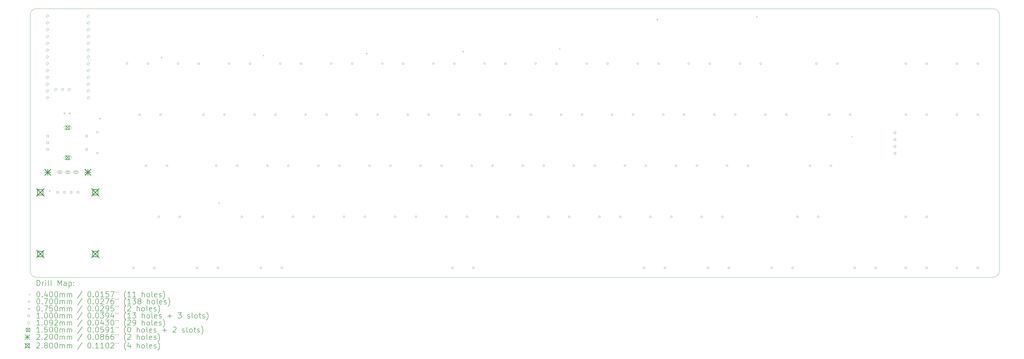
<source format=gbr>
%TF.GenerationSoftware,KiCad,Pcbnew,8.0.7*%
%TF.CreationDate,2025-01-01T21:32:53+11:00*%
%TF.ProjectId,Mainpcb,4d61696e-7063-4622-9e6b-696361645f70,rev?*%
%TF.SameCoordinates,Original*%
%TF.FileFunction,Drillmap*%
%TF.FilePolarity,Positive*%
%FSLAX45Y45*%
G04 Gerber Fmt 4.5, Leading zero omitted, Abs format (unit mm)*
G04 Created by KiCad (PCBNEW 8.0.7) date 2025-01-01 21:32:53*
%MOMM*%
%LPD*%
G01*
G04 APERTURE LIST*
%ADD10C,0.100000*%
%ADD11C,0.200000*%
%ADD12C,0.109220*%
%ADD13C,0.150000*%
%ADD14C,0.220000*%
%ADD15C,0.280000*%
G04 APERTURE END LIST*
D10*
X2000000Y-2038130D02*
X2000000Y-11581870D01*
X38156109Y-2047500D02*
X38156109Y-11572500D01*
X37908609Y-1800000D02*
X2238130Y-1800000D01*
X37908609Y-11820000D02*
X2238130Y-11820000D01*
X2238130Y-11820000D02*
G75*
G02*
X2000000Y-11581870I0J238130D01*
G01*
X37908609Y-1800000D02*
G75*
G02*
X38156110Y-2047500I1J-247500D01*
G01*
X38156109Y-11572500D02*
G75*
G02*
X37908609Y-11819999I-247499J0D01*
G01*
X2000000Y-2038130D02*
G75*
G02*
X2238130Y-1800000I238130J0D01*
G01*
D11*
D10*
X2702500Y-8578735D02*
X2742500Y-8618735D01*
X2742500Y-8578735D02*
X2702500Y-8618735D01*
X4580000Y-5880000D02*
X4620000Y-5920000D01*
X4620000Y-5880000D02*
X4580000Y-5920000D01*
X6883500Y-3602500D02*
X6923500Y-3642500D01*
X6923500Y-3602500D02*
X6883500Y-3642500D01*
X9030000Y-9030000D02*
X9070000Y-9070000D01*
X9070000Y-9030000D02*
X9030000Y-9070000D01*
X10680000Y-3530000D02*
X10720000Y-3570000D01*
X10720000Y-3530000D02*
X10680000Y-3570000D01*
X14530000Y-3452500D02*
X14570000Y-3492500D01*
X14570000Y-3452500D02*
X14530000Y-3492500D01*
X18134500Y-3380000D02*
X18174500Y-3420000D01*
X18174500Y-3380000D02*
X18134500Y-3420000D01*
X21730000Y-3280000D02*
X21770000Y-3320000D01*
X21770000Y-3280000D02*
X21730000Y-3320000D01*
X25373500Y-2186500D02*
X25413500Y-2226500D01*
X25413500Y-2186500D02*
X25373500Y-2226500D01*
X29077000Y-2080000D02*
X29117000Y-2120000D01*
X29117000Y-2080000D02*
X29077000Y-2120000D01*
X32630000Y-6545500D02*
X32670000Y-6585500D01*
X32670000Y-6545500D02*
X32630000Y-6585500D01*
X4535000Y-6410000D02*
G75*
G02*
X4465000Y-6410000I-35000J0D01*
G01*
X4465000Y-6410000D02*
G75*
G02*
X4535000Y-6410000I35000J0D01*
G01*
X4535000Y-7190000D02*
G75*
G02*
X4465000Y-7190000I-35000J0D01*
G01*
X4465000Y-7190000D02*
G75*
G02*
X4535000Y-7190000I35000J0D01*
G01*
X5645000Y-3850000D02*
G75*
G02*
X5575000Y-3850000I-35000J0D01*
G01*
X5575000Y-3850000D02*
G75*
G02*
X5645000Y-3850000I35000J0D01*
G01*
X5883125Y-11470000D02*
G75*
G02*
X5813125Y-11470000I-35000J0D01*
G01*
X5813125Y-11470000D02*
G75*
G02*
X5883125Y-11470000I35000J0D01*
G01*
X6121250Y-5755000D02*
G75*
G02*
X6051250Y-5755000I-35000J0D01*
G01*
X6051250Y-5755000D02*
G75*
G02*
X6121250Y-5755000I35000J0D01*
G01*
X6359375Y-7660000D02*
G75*
G02*
X6289375Y-7660000I-35000J0D01*
G01*
X6289375Y-7660000D02*
G75*
G02*
X6359375Y-7660000I35000J0D01*
G01*
X6425000Y-3850000D02*
G75*
G02*
X6355000Y-3850000I-35000J0D01*
G01*
X6355000Y-3850000D02*
G75*
G02*
X6425000Y-3850000I35000J0D01*
G01*
X6663125Y-11470000D02*
G75*
G02*
X6593125Y-11470000I-35000J0D01*
G01*
X6593125Y-11470000D02*
G75*
G02*
X6663125Y-11470000I35000J0D01*
G01*
X6835625Y-9565000D02*
G75*
G02*
X6765625Y-9565000I-35000J0D01*
G01*
X6765625Y-9565000D02*
G75*
G02*
X6835625Y-9565000I35000J0D01*
G01*
X6901250Y-5755000D02*
G75*
G02*
X6831250Y-5755000I-35000J0D01*
G01*
X6831250Y-5755000D02*
G75*
G02*
X6901250Y-5755000I35000J0D01*
G01*
X7139375Y-7660000D02*
G75*
G02*
X7069375Y-7660000I-35000J0D01*
G01*
X7069375Y-7660000D02*
G75*
G02*
X7139375Y-7660000I35000J0D01*
G01*
X7550000Y-3850000D02*
G75*
G02*
X7480000Y-3850000I-35000J0D01*
G01*
X7480000Y-3850000D02*
G75*
G02*
X7550000Y-3850000I35000J0D01*
G01*
X7615625Y-9565000D02*
G75*
G02*
X7545625Y-9565000I-35000J0D01*
G01*
X7545625Y-9565000D02*
G75*
G02*
X7615625Y-9565000I35000J0D01*
G01*
X8264299Y-11470000D02*
G75*
G02*
X8194299Y-11470000I-35000J0D01*
G01*
X8194299Y-11470000D02*
G75*
G02*
X8264299Y-11470000I35000J0D01*
G01*
X8330000Y-3850000D02*
G75*
G02*
X8260000Y-3850000I-35000J0D01*
G01*
X8260000Y-3850000D02*
G75*
G02*
X8330000Y-3850000I35000J0D01*
G01*
X8502492Y-5755000D02*
G75*
G02*
X8432492Y-5755000I-35000J0D01*
G01*
X8432492Y-5755000D02*
G75*
G02*
X8502492Y-5755000I35000J0D01*
G01*
X8978814Y-7660000D02*
G75*
G02*
X8908814Y-7660000I-35000J0D01*
G01*
X8908814Y-7660000D02*
G75*
G02*
X8978814Y-7660000I35000J0D01*
G01*
X9044300Y-11470000D02*
G75*
G02*
X8974300Y-11470000I-35000J0D01*
G01*
X8974300Y-11470000D02*
G75*
G02*
X9044300Y-11470000I35000J0D01*
G01*
X9282492Y-5755000D02*
G75*
G02*
X9212492Y-5755000I-35000J0D01*
G01*
X9212492Y-5755000D02*
G75*
G02*
X9282492Y-5755000I35000J0D01*
G01*
X9455000Y-3850000D02*
G75*
G02*
X9385000Y-3850000I-35000J0D01*
G01*
X9385000Y-3850000D02*
G75*
G02*
X9455000Y-3850000I35000J0D01*
G01*
X9758814Y-7660000D02*
G75*
G02*
X9688814Y-7660000I-35000J0D01*
G01*
X9688814Y-7660000D02*
G75*
G02*
X9758814Y-7660000I35000J0D01*
G01*
X9931245Y-9565000D02*
G75*
G02*
X9861245Y-9565000I-35000J0D01*
G01*
X9861245Y-9565000D02*
G75*
G02*
X9931245Y-9565000I35000J0D01*
G01*
X10235000Y-3850000D02*
G75*
G02*
X10165000Y-3850000I-35000J0D01*
G01*
X10165000Y-3850000D02*
G75*
G02*
X10235000Y-3850000I35000J0D01*
G01*
X10407492Y-5755000D02*
G75*
G02*
X10337492Y-5755000I-35000J0D01*
G01*
X10337492Y-5755000D02*
G75*
G02*
X10407492Y-5755000I35000J0D01*
G01*
X10645474Y-11470000D02*
G75*
G02*
X10575474Y-11470000I-35000J0D01*
G01*
X10575474Y-11470000D02*
G75*
G02*
X10645474Y-11470000I35000J0D01*
G01*
X10711245Y-9565000D02*
G75*
G02*
X10641245Y-9565000I-35000J0D01*
G01*
X10641245Y-9565000D02*
G75*
G02*
X10711245Y-9565000I35000J0D01*
G01*
X10883814Y-7660000D02*
G75*
G02*
X10813814Y-7660000I-35000J0D01*
G01*
X10813814Y-7660000D02*
G75*
G02*
X10883814Y-7660000I35000J0D01*
G01*
X11187492Y-5755000D02*
G75*
G02*
X11117492Y-5755000I-35000J0D01*
G01*
X11117492Y-5755000D02*
G75*
G02*
X11187492Y-5755000I35000J0D01*
G01*
X11360000Y-3850000D02*
G75*
G02*
X11290000Y-3850000I-35000J0D01*
G01*
X11290000Y-3850000D02*
G75*
G02*
X11360000Y-3850000I35000J0D01*
G01*
X11425474Y-11470000D02*
G75*
G02*
X11355474Y-11470000I-35000J0D01*
G01*
X11355474Y-11470000D02*
G75*
G02*
X11425474Y-11470000I35000J0D01*
G01*
X11663813Y-7660000D02*
G75*
G02*
X11593813Y-7660000I-35000J0D01*
G01*
X11593813Y-7660000D02*
G75*
G02*
X11663813Y-7660000I35000J0D01*
G01*
X11836245Y-9565000D02*
G75*
G02*
X11766245Y-9565000I-35000J0D01*
G01*
X11766245Y-9565000D02*
G75*
G02*
X11836245Y-9565000I35000J0D01*
G01*
X12140000Y-3850000D02*
G75*
G02*
X12070000Y-3850000I-35000J0D01*
G01*
X12070000Y-3850000D02*
G75*
G02*
X12140000Y-3850000I35000J0D01*
G01*
X12312492Y-5755000D02*
G75*
G02*
X12242492Y-5755000I-35000J0D01*
G01*
X12242492Y-5755000D02*
G75*
G02*
X12312492Y-5755000I35000J0D01*
G01*
X12616245Y-9565000D02*
G75*
G02*
X12546245Y-9565000I-35000J0D01*
G01*
X12546245Y-9565000D02*
G75*
G02*
X12616245Y-9565000I35000J0D01*
G01*
X12788813Y-7660000D02*
G75*
G02*
X12718813Y-7660000I-35000J0D01*
G01*
X12718813Y-7660000D02*
G75*
G02*
X12788813Y-7660000I35000J0D01*
G01*
X13092492Y-5755000D02*
G75*
G02*
X13022492Y-5755000I-35000J0D01*
G01*
X13022492Y-5755000D02*
G75*
G02*
X13092492Y-5755000I35000J0D01*
G01*
X13265000Y-3850000D02*
G75*
G02*
X13195000Y-3850000I-35000J0D01*
G01*
X13195000Y-3850000D02*
G75*
G02*
X13265000Y-3850000I35000J0D01*
G01*
X13568813Y-7660000D02*
G75*
G02*
X13498813Y-7660000I-35000J0D01*
G01*
X13498813Y-7660000D02*
G75*
G02*
X13568813Y-7660000I35000J0D01*
G01*
X13741245Y-9565000D02*
G75*
G02*
X13671245Y-9565000I-35000J0D01*
G01*
X13671245Y-9565000D02*
G75*
G02*
X13741245Y-9565000I35000J0D01*
G01*
X14045000Y-3850000D02*
G75*
G02*
X13975000Y-3850000I-35000J0D01*
G01*
X13975000Y-3850000D02*
G75*
G02*
X14045000Y-3850000I35000J0D01*
G01*
X14217492Y-5755000D02*
G75*
G02*
X14147492Y-5755000I-35000J0D01*
G01*
X14147492Y-5755000D02*
G75*
G02*
X14217492Y-5755000I35000J0D01*
G01*
X14521245Y-9565000D02*
G75*
G02*
X14451245Y-9565000I-35000J0D01*
G01*
X14451245Y-9565000D02*
G75*
G02*
X14521245Y-9565000I35000J0D01*
G01*
X14693813Y-7660000D02*
G75*
G02*
X14623813Y-7660000I-35000J0D01*
G01*
X14623813Y-7660000D02*
G75*
G02*
X14693813Y-7660000I35000J0D01*
G01*
X14997492Y-5755000D02*
G75*
G02*
X14927492Y-5755000I-35000J0D01*
G01*
X14927492Y-5755000D02*
G75*
G02*
X14997492Y-5755000I35000J0D01*
G01*
X15170000Y-3850000D02*
G75*
G02*
X15100000Y-3850000I-35000J0D01*
G01*
X15100000Y-3850000D02*
G75*
G02*
X15170000Y-3850000I35000J0D01*
G01*
X15473813Y-7660000D02*
G75*
G02*
X15403813Y-7660000I-35000J0D01*
G01*
X15403813Y-7660000D02*
G75*
G02*
X15473813Y-7660000I35000J0D01*
G01*
X15646245Y-9565000D02*
G75*
G02*
X15576245Y-9565000I-35000J0D01*
G01*
X15576245Y-9565000D02*
G75*
G02*
X15646245Y-9565000I35000J0D01*
G01*
X15950000Y-3850000D02*
G75*
G02*
X15880000Y-3850000I-35000J0D01*
G01*
X15880000Y-3850000D02*
G75*
G02*
X15950000Y-3850000I35000J0D01*
G01*
X16122492Y-5755000D02*
G75*
G02*
X16052492Y-5755000I-35000J0D01*
G01*
X16052492Y-5755000D02*
G75*
G02*
X16122492Y-5755000I35000J0D01*
G01*
X16426245Y-9565000D02*
G75*
G02*
X16356245Y-9565000I-35000J0D01*
G01*
X16356245Y-9565000D02*
G75*
G02*
X16426245Y-9565000I35000J0D01*
G01*
X16598813Y-7660000D02*
G75*
G02*
X16528813Y-7660000I-35000J0D01*
G01*
X16528813Y-7660000D02*
G75*
G02*
X16598813Y-7660000I35000J0D01*
G01*
X16902492Y-5755000D02*
G75*
G02*
X16832492Y-5755000I-35000J0D01*
G01*
X16832492Y-5755000D02*
G75*
G02*
X16902492Y-5755000I35000J0D01*
G01*
X17075000Y-3850000D02*
G75*
G02*
X17005000Y-3850000I-35000J0D01*
G01*
X17005000Y-3850000D02*
G75*
G02*
X17075000Y-3850000I35000J0D01*
G01*
X17378814Y-7660000D02*
G75*
G02*
X17308814Y-7660000I-35000J0D01*
G01*
X17308814Y-7660000D02*
G75*
G02*
X17378814Y-7660000I35000J0D01*
G01*
X17551245Y-9565000D02*
G75*
G02*
X17481245Y-9565000I-35000J0D01*
G01*
X17481245Y-9565000D02*
G75*
G02*
X17551245Y-9565000I35000J0D01*
G01*
X17789159Y-11470000D02*
G75*
G02*
X17719159Y-11470000I-35000J0D01*
G01*
X17719159Y-11470000D02*
G75*
G02*
X17789159Y-11470000I35000J0D01*
G01*
X17855000Y-3850000D02*
G75*
G02*
X17785000Y-3850000I-35000J0D01*
G01*
X17785000Y-3850000D02*
G75*
G02*
X17855000Y-3850000I35000J0D01*
G01*
X18027492Y-5755000D02*
G75*
G02*
X17957492Y-5755000I-35000J0D01*
G01*
X17957492Y-5755000D02*
G75*
G02*
X18027492Y-5755000I35000J0D01*
G01*
X18331245Y-9565000D02*
G75*
G02*
X18261245Y-9565000I-35000J0D01*
G01*
X18261245Y-9565000D02*
G75*
G02*
X18331245Y-9565000I35000J0D01*
G01*
X18503814Y-7660000D02*
G75*
G02*
X18433814Y-7660000I-35000J0D01*
G01*
X18433814Y-7660000D02*
G75*
G02*
X18503814Y-7660000I35000J0D01*
G01*
X18569159Y-11470000D02*
G75*
G02*
X18499159Y-11470000I-35000J0D01*
G01*
X18499159Y-11470000D02*
G75*
G02*
X18569159Y-11470000I35000J0D01*
G01*
X18807492Y-5755000D02*
G75*
G02*
X18737492Y-5755000I-35000J0D01*
G01*
X18737492Y-5755000D02*
G75*
G02*
X18807492Y-5755000I35000J0D01*
G01*
X18980000Y-3850000D02*
G75*
G02*
X18910000Y-3850000I-35000J0D01*
G01*
X18910000Y-3850000D02*
G75*
G02*
X18980000Y-3850000I35000J0D01*
G01*
X19283814Y-7660000D02*
G75*
G02*
X19213814Y-7660000I-35000J0D01*
G01*
X19213814Y-7660000D02*
G75*
G02*
X19283814Y-7660000I35000J0D01*
G01*
X19456245Y-9565000D02*
G75*
G02*
X19386245Y-9565000I-35000J0D01*
G01*
X19386245Y-9565000D02*
G75*
G02*
X19456245Y-9565000I35000J0D01*
G01*
X19760000Y-3850000D02*
G75*
G02*
X19690000Y-3850000I-35000J0D01*
G01*
X19690000Y-3850000D02*
G75*
G02*
X19760000Y-3850000I35000J0D01*
G01*
X19932492Y-5755000D02*
G75*
G02*
X19862492Y-5755000I-35000J0D01*
G01*
X19862492Y-5755000D02*
G75*
G02*
X19932492Y-5755000I35000J0D01*
G01*
X20236245Y-9565000D02*
G75*
G02*
X20166245Y-9565000I-35000J0D01*
G01*
X20166245Y-9565000D02*
G75*
G02*
X20236245Y-9565000I35000J0D01*
G01*
X20408814Y-7660000D02*
G75*
G02*
X20338814Y-7660000I-35000J0D01*
G01*
X20338814Y-7660000D02*
G75*
G02*
X20408814Y-7660000I35000J0D01*
G01*
X20712492Y-5755000D02*
G75*
G02*
X20642492Y-5755000I-35000J0D01*
G01*
X20642492Y-5755000D02*
G75*
G02*
X20712492Y-5755000I35000J0D01*
G01*
X20885000Y-3850000D02*
G75*
G02*
X20815000Y-3850000I-35000J0D01*
G01*
X20815000Y-3850000D02*
G75*
G02*
X20885000Y-3850000I35000J0D01*
G01*
X21188814Y-7660000D02*
G75*
G02*
X21118814Y-7660000I-35000J0D01*
G01*
X21118814Y-7660000D02*
G75*
G02*
X21188814Y-7660000I35000J0D01*
G01*
X21361245Y-9565000D02*
G75*
G02*
X21291245Y-9565000I-35000J0D01*
G01*
X21291245Y-9565000D02*
G75*
G02*
X21361245Y-9565000I35000J0D01*
G01*
X21665000Y-3850000D02*
G75*
G02*
X21595000Y-3850000I-35000J0D01*
G01*
X21595000Y-3850000D02*
G75*
G02*
X21665000Y-3850000I35000J0D01*
G01*
X21837492Y-5755000D02*
G75*
G02*
X21767492Y-5755000I-35000J0D01*
G01*
X21767492Y-5755000D02*
G75*
G02*
X21837492Y-5755000I35000J0D01*
G01*
X22141245Y-9565000D02*
G75*
G02*
X22071245Y-9565000I-35000J0D01*
G01*
X22071245Y-9565000D02*
G75*
G02*
X22141245Y-9565000I35000J0D01*
G01*
X22313814Y-7660000D02*
G75*
G02*
X22243814Y-7660000I-35000J0D01*
G01*
X22243814Y-7660000D02*
G75*
G02*
X22313814Y-7660000I35000J0D01*
G01*
X22617492Y-5755000D02*
G75*
G02*
X22547492Y-5755000I-35000J0D01*
G01*
X22547492Y-5755000D02*
G75*
G02*
X22617492Y-5755000I35000J0D01*
G01*
X22790000Y-3850000D02*
G75*
G02*
X22720000Y-3850000I-35000J0D01*
G01*
X22720000Y-3850000D02*
G75*
G02*
X22790000Y-3850000I35000J0D01*
G01*
X23093813Y-7660000D02*
G75*
G02*
X23023813Y-7660000I-35000J0D01*
G01*
X23023813Y-7660000D02*
G75*
G02*
X23093813Y-7660000I35000J0D01*
G01*
X23266245Y-9565000D02*
G75*
G02*
X23196245Y-9565000I-35000J0D01*
G01*
X23196245Y-9565000D02*
G75*
G02*
X23266245Y-9565000I35000J0D01*
G01*
X23570000Y-3850000D02*
G75*
G02*
X23500000Y-3850000I-35000J0D01*
G01*
X23500000Y-3850000D02*
G75*
G02*
X23570000Y-3850000I35000J0D01*
G01*
X23742492Y-5755000D02*
G75*
G02*
X23672492Y-5755000I-35000J0D01*
G01*
X23672492Y-5755000D02*
G75*
G02*
X23742492Y-5755000I35000J0D01*
G01*
X24046245Y-9565000D02*
G75*
G02*
X23976245Y-9565000I-35000J0D01*
G01*
X23976245Y-9565000D02*
G75*
G02*
X24046245Y-9565000I35000J0D01*
G01*
X24218813Y-7660000D02*
G75*
G02*
X24148813Y-7660000I-35000J0D01*
G01*
X24148813Y-7660000D02*
G75*
G02*
X24218813Y-7660000I35000J0D01*
G01*
X24522492Y-5755000D02*
G75*
G02*
X24452492Y-5755000I-35000J0D01*
G01*
X24452492Y-5755000D02*
G75*
G02*
X24522492Y-5755000I35000J0D01*
G01*
X24695000Y-3850000D02*
G75*
G02*
X24625000Y-3850000I-35000J0D01*
G01*
X24625000Y-3850000D02*
G75*
G02*
X24695000Y-3850000I35000J0D01*
G01*
X24932959Y-11470000D02*
G75*
G02*
X24862959Y-11470000I-35000J0D01*
G01*
X24862959Y-11470000D02*
G75*
G02*
X24932959Y-11470000I35000J0D01*
G01*
X24998813Y-7660000D02*
G75*
G02*
X24928813Y-7660000I-35000J0D01*
G01*
X24928813Y-7660000D02*
G75*
G02*
X24998813Y-7660000I35000J0D01*
G01*
X25171245Y-9565000D02*
G75*
G02*
X25101245Y-9565000I-35000J0D01*
G01*
X25101245Y-9565000D02*
G75*
G02*
X25171245Y-9565000I35000J0D01*
G01*
X25475000Y-3850000D02*
G75*
G02*
X25405000Y-3850000I-35000J0D01*
G01*
X25405000Y-3850000D02*
G75*
G02*
X25475000Y-3850000I35000J0D01*
G01*
X25647492Y-5755000D02*
G75*
G02*
X25577492Y-5755000I-35000J0D01*
G01*
X25577492Y-5755000D02*
G75*
G02*
X25647492Y-5755000I35000J0D01*
G01*
X25712959Y-11470000D02*
G75*
G02*
X25642959Y-11470000I-35000J0D01*
G01*
X25642959Y-11470000D02*
G75*
G02*
X25712959Y-11470000I35000J0D01*
G01*
X25951245Y-9565000D02*
G75*
G02*
X25881245Y-9565000I-35000J0D01*
G01*
X25881245Y-9565000D02*
G75*
G02*
X25951245Y-9565000I35000J0D01*
G01*
X26123813Y-7660000D02*
G75*
G02*
X26053813Y-7660000I-35000J0D01*
G01*
X26053813Y-7660000D02*
G75*
G02*
X26123813Y-7660000I35000J0D01*
G01*
X26427492Y-5755000D02*
G75*
G02*
X26357492Y-5755000I-35000J0D01*
G01*
X26357492Y-5755000D02*
G75*
G02*
X26427492Y-5755000I35000J0D01*
G01*
X26600000Y-3850000D02*
G75*
G02*
X26530000Y-3850000I-35000J0D01*
G01*
X26530000Y-3850000D02*
G75*
G02*
X26600000Y-3850000I35000J0D01*
G01*
X26903813Y-7660000D02*
G75*
G02*
X26833813Y-7660000I-35000J0D01*
G01*
X26833813Y-7660000D02*
G75*
G02*
X26903813Y-7660000I35000J0D01*
G01*
X27076245Y-9565000D02*
G75*
G02*
X27006245Y-9565000I-35000J0D01*
G01*
X27006245Y-9565000D02*
G75*
G02*
X27076245Y-9565000I35000J0D01*
G01*
X27314159Y-11470000D02*
G75*
G02*
X27244159Y-11470000I-35000J0D01*
G01*
X27244159Y-11470000D02*
G75*
G02*
X27314159Y-11470000I35000J0D01*
G01*
X27380000Y-3850000D02*
G75*
G02*
X27310000Y-3850000I-35000J0D01*
G01*
X27310000Y-3850000D02*
G75*
G02*
X27380000Y-3850000I35000J0D01*
G01*
X27552492Y-5755000D02*
G75*
G02*
X27482492Y-5755000I-35000J0D01*
G01*
X27482492Y-5755000D02*
G75*
G02*
X27552492Y-5755000I35000J0D01*
G01*
X27856245Y-9565000D02*
G75*
G02*
X27786245Y-9565000I-35000J0D01*
G01*
X27786245Y-9565000D02*
G75*
G02*
X27856245Y-9565000I35000J0D01*
G01*
X28028813Y-7660000D02*
G75*
G02*
X27958813Y-7660000I-35000J0D01*
G01*
X27958813Y-7660000D02*
G75*
G02*
X28028813Y-7660000I35000J0D01*
G01*
X28094159Y-11470000D02*
G75*
G02*
X28024159Y-11470000I-35000J0D01*
G01*
X28024159Y-11470000D02*
G75*
G02*
X28094159Y-11470000I35000J0D01*
G01*
X28332492Y-5755000D02*
G75*
G02*
X28262492Y-5755000I-35000J0D01*
G01*
X28262492Y-5755000D02*
G75*
G02*
X28332492Y-5755000I35000J0D01*
G01*
X28505000Y-3850000D02*
G75*
G02*
X28435000Y-3850000I-35000J0D01*
G01*
X28435000Y-3850000D02*
G75*
G02*
X28505000Y-3850000I35000J0D01*
G01*
X28808813Y-7660000D02*
G75*
G02*
X28738813Y-7660000I-35000J0D01*
G01*
X28738813Y-7660000D02*
G75*
G02*
X28808813Y-7660000I35000J0D01*
G01*
X29285000Y-3850000D02*
G75*
G02*
X29215000Y-3850000I-35000J0D01*
G01*
X29215000Y-3850000D02*
G75*
G02*
X29285000Y-3850000I35000J0D01*
G01*
X29457492Y-5755000D02*
G75*
G02*
X29387492Y-5755000I-35000J0D01*
G01*
X29387492Y-5755000D02*
G75*
G02*
X29457492Y-5755000I35000J0D01*
G01*
X29695459Y-11470000D02*
G75*
G02*
X29625459Y-11470000I-35000J0D01*
G01*
X29625459Y-11470000D02*
G75*
G02*
X29695459Y-11470000I35000J0D01*
G01*
X30237492Y-5755000D02*
G75*
G02*
X30167492Y-5755000I-35000J0D01*
G01*
X30167492Y-5755000D02*
G75*
G02*
X30237492Y-5755000I35000J0D01*
G01*
X30475459Y-11470000D02*
G75*
G02*
X30405459Y-11470000I-35000J0D01*
G01*
X30405459Y-11470000D02*
G75*
G02*
X30475459Y-11470000I35000J0D01*
G01*
X30648045Y-9565000D02*
G75*
G02*
X30578045Y-9565000I-35000J0D01*
G01*
X30578045Y-9565000D02*
G75*
G02*
X30648045Y-9565000I35000J0D01*
G01*
X31124363Y-7660000D02*
G75*
G02*
X31054363Y-7660000I-35000J0D01*
G01*
X31054363Y-7660000D02*
G75*
G02*
X31124363Y-7660000I35000J0D01*
G01*
X31362500Y-3850000D02*
G75*
G02*
X31292500Y-3850000I-35000J0D01*
G01*
X31292500Y-3850000D02*
G75*
G02*
X31362500Y-3850000I35000J0D01*
G01*
X31428045Y-9565000D02*
G75*
G02*
X31358045Y-9565000I-35000J0D01*
G01*
X31358045Y-9565000D02*
G75*
G02*
X31428045Y-9565000I35000J0D01*
G01*
X31838742Y-5755000D02*
G75*
G02*
X31768742Y-5755000I-35000J0D01*
G01*
X31768742Y-5755000D02*
G75*
G02*
X31838742Y-5755000I35000J0D01*
G01*
X31904363Y-7660000D02*
G75*
G02*
X31834363Y-7660000I-35000J0D01*
G01*
X31834363Y-7660000D02*
G75*
G02*
X31904363Y-7660000I35000J0D01*
G01*
X32142500Y-3850000D02*
G75*
G02*
X32072500Y-3850000I-35000J0D01*
G01*
X32072500Y-3850000D02*
G75*
G02*
X32142500Y-3850000I35000J0D01*
G01*
X32618742Y-5755000D02*
G75*
G02*
X32548742Y-5755000I-35000J0D01*
G01*
X32548742Y-5755000D02*
G75*
G02*
X32618742Y-5755000I35000J0D01*
G01*
X32791109Y-11470000D02*
G75*
G02*
X32721109Y-11470000I-35000J0D01*
G01*
X32721109Y-11470000D02*
G75*
G02*
X32791109Y-11470000I35000J0D01*
G01*
X33571109Y-11470000D02*
G75*
G02*
X33501109Y-11470000I-35000J0D01*
G01*
X33501109Y-11470000D02*
G75*
G02*
X33571109Y-11470000I35000J0D01*
G01*
X34696109Y-9565000D02*
G75*
G02*
X34626109Y-9565000I-35000J0D01*
G01*
X34626109Y-9565000D02*
G75*
G02*
X34696109Y-9565000I35000J0D01*
G01*
X34696109Y-11470000D02*
G75*
G02*
X34626109Y-11470000I-35000J0D01*
G01*
X34626109Y-11470000D02*
G75*
G02*
X34696109Y-11470000I35000J0D01*
G01*
X34696250Y-3850000D02*
G75*
G02*
X34626250Y-3850000I-35000J0D01*
G01*
X34626250Y-3850000D02*
G75*
G02*
X34696250Y-3850000I35000J0D01*
G01*
X34696250Y-5755000D02*
G75*
G02*
X34626250Y-5755000I-35000J0D01*
G01*
X34626250Y-5755000D02*
G75*
G02*
X34696250Y-5755000I35000J0D01*
G01*
X35476109Y-9565000D02*
G75*
G02*
X35406109Y-9565000I-35000J0D01*
G01*
X35406109Y-9565000D02*
G75*
G02*
X35476109Y-9565000I35000J0D01*
G01*
X35476109Y-11470000D02*
G75*
G02*
X35406109Y-11470000I-35000J0D01*
G01*
X35406109Y-11470000D02*
G75*
G02*
X35476109Y-11470000I35000J0D01*
G01*
X35476250Y-3850000D02*
G75*
G02*
X35406250Y-3850000I-35000J0D01*
G01*
X35406250Y-3850000D02*
G75*
G02*
X35476250Y-3850000I35000J0D01*
G01*
X35476250Y-5755000D02*
G75*
G02*
X35406250Y-5755000I-35000J0D01*
G01*
X35406250Y-5755000D02*
G75*
G02*
X35476250Y-5755000I35000J0D01*
G01*
X36601109Y-11470000D02*
G75*
G02*
X36531109Y-11470000I-35000J0D01*
G01*
X36531109Y-11470000D02*
G75*
G02*
X36601109Y-11470000I35000J0D01*
G01*
X36601250Y-3850000D02*
G75*
G02*
X36531250Y-3850000I-35000J0D01*
G01*
X36531250Y-3850000D02*
G75*
G02*
X36601250Y-3850000I35000J0D01*
G01*
X36601250Y-5755000D02*
G75*
G02*
X36531250Y-5755000I-35000J0D01*
G01*
X36531250Y-5755000D02*
G75*
G02*
X36601250Y-5755000I35000J0D01*
G01*
X37381109Y-11470000D02*
G75*
G02*
X37311109Y-11470000I-35000J0D01*
G01*
X37311109Y-11470000D02*
G75*
G02*
X37381109Y-11470000I35000J0D01*
G01*
X37381250Y-3850000D02*
G75*
G02*
X37311250Y-3850000I-35000J0D01*
G01*
X37311250Y-3850000D02*
G75*
G02*
X37381250Y-3850000I35000J0D01*
G01*
X37381250Y-5755000D02*
G75*
G02*
X37311250Y-5755000I-35000J0D01*
G01*
X37311250Y-5755000D02*
G75*
G02*
X37381250Y-5755000I35000J0D01*
G01*
X3273000Y-5667500D02*
X3273000Y-5742500D01*
X3235500Y-5705000D02*
X3310500Y-5705000D01*
X3473000Y-5667500D02*
X3473000Y-5742500D01*
X3435500Y-5705000D02*
X3510500Y-5705000D01*
X2685356Y-6585356D02*
X2685356Y-6514644D01*
X2614644Y-6514644D01*
X2614644Y-6585356D01*
X2685356Y-6585356D01*
X2685356Y-6835356D02*
X2685356Y-6764644D01*
X2614644Y-6764644D01*
X2614644Y-6835356D01*
X2685356Y-6835356D01*
X2685356Y-7085356D02*
X2685356Y-7014644D01*
X2614644Y-7014644D01*
X2614644Y-7085356D01*
X2685356Y-7085356D01*
X3054356Y-8685356D02*
X3054356Y-8614644D01*
X2983644Y-8614644D01*
X2983644Y-8685356D01*
X3054356Y-8685356D01*
X3135356Y-7930356D02*
X3135356Y-7859644D01*
X3064644Y-7859644D01*
X3064644Y-7930356D01*
X3135356Y-7930356D01*
X3055000Y-7945000D02*
X3145000Y-7945000D01*
X3145000Y-7845000D02*
G75*
G02*
X3145000Y-7945000I0J-50000D01*
G01*
X3145000Y-7845000D02*
X3055000Y-7845000D01*
X3055000Y-7845000D02*
G75*
G03*
X3055000Y-7945000I0J-50000D01*
G01*
X3308356Y-8685356D02*
X3308356Y-8614644D01*
X3237644Y-8614644D01*
X3237644Y-8685356D01*
X3308356Y-8685356D01*
X3435356Y-7935356D02*
X3435356Y-7864644D01*
X3364644Y-7864644D01*
X3364644Y-7935356D01*
X3435356Y-7935356D01*
X3355000Y-7950000D02*
X3445000Y-7950000D01*
X3445000Y-7850000D02*
G75*
G02*
X3445000Y-7950000I0J-50000D01*
G01*
X3445000Y-7850000D02*
X3355000Y-7850000D01*
X3355000Y-7850000D02*
G75*
G03*
X3355000Y-7950000I0J-50000D01*
G01*
X3562356Y-8685356D02*
X3562356Y-8614644D01*
X3491644Y-8614644D01*
X3491644Y-8685356D01*
X3562356Y-8685356D01*
X3735356Y-7935356D02*
X3735356Y-7864644D01*
X3664644Y-7864644D01*
X3664644Y-7935356D01*
X3735356Y-7935356D01*
X3655000Y-7950000D02*
X3745000Y-7950000D01*
X3745000Y-7850000D02*
G75*
G02*
X3745000Y-7950000I0J-50000D01*
G01*
X3745000Y-7850000D02*
X3655000Y-7850000D01*
X3655000Y-7850000D02*
G75*
G03*
X3655000Y-7950000I0J-50000D01*
G01*
X3816356Y-8685356D02*
X3816356Y-8614644D01*
X3745644Y-8614644D01*
X3745644Y-8685356D01*
X3816356Y-8685356D01*
X4135356Y-6585356D02*
X4135356Y-6514644D01*
X4064644Y-6514644D01*
X4064644Y-6585356D01*
X4135356Y-6585356D01*
X4135356Y-7085356D02*
X4135356Y-7014644D01*
X4064644Y-7014644D01*
X4064644Y-7085356D01*
X4135356Y-7085356D01*
X34289106Y-6464356D02*
X34289106Y-6393644D01*
X34218394Y-6393644D01*
X34218394Y-6464356D01*
X34289106Y-6464356D01*
X34289106Y-6718356D02*
X34289106Y-6647644D01*
X34218394Y-6647644D01*
X34218394Y-6718356D01*
X34289106Y-6718356D01*
X34289106Y-6972356D02*
X34289106Y-6901644D01*
X34218394Y-6901644D01*
X34218394Y-6972356D01*
X34289106Y-6972356D01*
X34289106Y-7226356D02*
X34289106Y-7155644D01*
X34218394Y-7155644D01*
X34218394Y-7226356D01*
X34289106Y-7226356D01*
D12*
X2638000Y-2128610D02*
X2692610Y-2074000D01*
X2638000Y-2019390D01*
X2583390Y-2074000D01*
X2638000Y-2128610D01*
X2638000Y-2382610D02*
X2692610Y-2328000D01*
X2638000Y-2273390D01*
X2583390Y-2328000D01*
X2638000Y-2382610D01*
X2638000Y-2636610D02*
X2692610Y-2582000D01*
X2638000Y-2527390D01*
X2583390Y-2582000D01*
X2638000Y-2636610D01*
X2638000Y-2890610D02*
X2692610Y-2836000D01*
X2638000Y-2781390D01*
X2583390Y-2836000D01*
X2638000Y-2890610D01*
X2638000Y-3144610D02*
X2692610Y-3090000D01*
X2638000Y-3035390D01*
X2583390Y-3090000D01*
X2638000Y-3144610D01*
X2638000Y-3398610D02*
X2692610Y-3344000D01*
X2638000Y-3289390D01*
X2583390Y-3344000D01*
X2638000Y-3398610D01*
X2638000Y-3652610D02*
X2692610Y-3598000D01*
X2638000Y-3543390D01*
X2583390Y-3598000D01*
X2638000Y-3652610D01*
X2638000Y-3906610D02*
X2692610Y-3852000D01*
X2638000Y-3797390D01*
X2583390Y-3852000D01*
X2638000Y-3906610D01*
X2638000Y-4160610D02*
X2692610Y-4106000D01*
X2638000Y-4051390D01*
X2583390Y-4106000D01*
X2638000Y-4160610D01*
X2638000Y-4414610D02*
X2692610Y-4360000D01*
X2638000Y-4305390D01*
X2583390Y-4360000D01*
X2638000Y-4414610D01*
X2638000Y-4668610D02*
X2692610Y-4614000D01*
X2638000Y-4559390D01*
X2583390Y-4614000D01*
X2638000Y-4668610D01*
X2638000Y-4922610D02*
X2692610Y-4868000D01*
X2638000Y-4813390D01*
X2583390Y-4868000D01*
X2638000Y-4922610D01*
X2638000Y-5176610D02*
X2692610Y-5122000D01*
X2638000Y-5067390D01*
X2583390Y-5122000D01*
X2638000Y-5176610D01*
X2946000Y-4867110D02*
X3000610Y-4812500D01*
X2946000Y-4757890D01*
X2891390Y-4812500D01*
X2946000Y-4867110D01*
X3200000Y-4867110D02*
X3254610Y-4812500D01*
X3200000Y-4757890D01*
X3145390Y-4812500D01*
X3200000Y-4867110D01*
X3454000Y-4867110D02*
X3508610Y-4812500D01*
X3454000Y-4757890D01*
X3399390Y-4812500D01*
X3454000Y-4867110D01*
X4162000Y-2128610D02*
X4216610Y-2074000D01*
X4162000Y-2019390D01*
X4107390Y-2074000D01*
X4162000Y-2128610D01*
X4162000Y-2382610D02*
X4216610Y-2328000D01*
X4162000Y-2273390D01*
X4107390Y-2328000D01*
X4162000Y-2382610D01*
X4162000Y-2636610D02*
X4216610Y-2582000D01*
X4162000Y-2527390D01*
X4107390Y-2582000D01*
X4162000Y-2636610D01*
X4162000Y-2890610D02*
X4216610Y-2836000D01*
X4162000Y-2781390D01*
X4107390Y-2836000D01*
X4162000Y-2890610D01*
X4162000Y-3144610D02*
X4216610Y-3090000D01*
X4162000Y-3035390D01*
X4107390Y-3090000D01*
X4162000Y-3144610D01*
X4162000Y-3398610D02*
X4216610Y-3344000D01*
X4162000Y-3289390D01*
X4107390Y-3344000D01*
X4162000Y-3398610D01*
X4162000Y-3652610D02*
X4216610Y-3598000D01*
X4162000Y-3543390D01*
X4107390Y-3598000D01*
X4162000Y-3652610D01*
X4162000Y-3906610D02*
X4216610Y-3852000D01*
X4162000Y-3797390D01*
X4107390Y-3852000D01*
X4162000Y-3906610D01*
X4162000Y-4160610D02*
X4216610Y-4106000D01*
X4162000Y-4051390D01*
X4107390Y-4106000D01*
X4162000Y-4160610D01*
X4162000Y-4414610D02*
X4216610Y-4360000D01*
X4162000Y-4305390D01*
X4107390Y-4360000D01*
X4162000Y-4414610D01*
X4162000Y-4668610D02*
X4216610Y-4614000D01*
X4162000Y-4559390D01*
X4107390Y-4614000D01*
X4162000Y-4668610D01*
X4162000Y-4922610D02*
X4216610Y-4868000D01*
X4162000Y-4813390D01*
X4107390Y-4868000D01*
X4162000Y-4922610D01*
X4162000Y-5176610D02*
X4216610Y-5122000D01*
X4162000Y-5067390D01*
X4107390Y-5122000D01*
X4162000Y-5176610D01*
D13*
X3325000Y-6165000D02*
X3475000Y-6315000D01*
X3475000Y-6165000D02*
X3325000Y-6315000D01*
X3475000Y-6240000D02*
G75*
G02*
X3325000Y-6240000I-75000J0D01*
G01*
X3325000Y-6240000D02*
G75*
G02*
X3475000Y-6240000I75000J0D01*
G01*
D10*
X3335000Y-6315000D02*
X3465000Y-6315000D01*
X3465000Y-6165000D02*
G75*
G02*
X3465000Y-6315000I0J-75000D01*
G01*
X3465000Y-6165000D02*
X3335000Y-6165000D01*
X3335000Y-6165000D02*
G75*
G03*
X3335000Y-6315000I0J-75000D01*
G01*
D13*
X3325000Y-7285000D02*
X3475000Y-7435000D01*
X3475000Y-7285000D02*
X3325000Y-7435000D01*
X3475000Y-7360000D02*
G75*
G02*
X3325000Y-7360000I-75000J0D01*
G01*
X3325000Y-7360000D02*
G75*
G02*
X3475000Y-7360000I75000J0D01*
G01*
D10*
X3335000Y-7435000D02*
X3465000Y-7435000D01*
X3465000Y-7285000D02*
G75*
G02*
X3465000Y-7435000I0J-75000D01*
G01*
X3465000Y-7285000D02*
X3335000Y-7285000D01*
X3335000Y-7285000D02*
G75*
G03*
X3335000Y-7435000I0J-75000D01*
G01*
D14*
X2540000Y-7790000D02*
X2760000Y-8010000D01*
X2760000Y-7790000D02*
X2540000Y-8010000D01*
X2650000Y-7790000D02*
X2650000Y-8010000D01*
X2540000Y-7900000D02*
X2760000Y-7900000D01*
X4040000Y-7790000D02*
X4260000Y-8010000D01*
X4260000Y-7790000D02*
X4040000Y-8010000D01*
X4150000Y-7790000D02*
X4150000Y-8010000D01*
X4040000Y-7900000D02*
X4260000Y-7900000D01*
D15*
X2235000Y-8510000D02*
X2515000Y-8790000D01*
X2515000Y-8510000D02*
X2235000Y-8790000D01*
X2473996Y-8748996D02*
X2473996Y-8551004D01*
X2276004Y-8551004D01*
X2276004Y-8748996D01*
X2473996Y-8748996D01*
X2235000Y-10810000D02*
X2515000Y-11090000D01*
X2515000Y-10810000D02*
X2235000Y-11090000D01*
X2473996Y-11048996D02*
X2473996Y-10851004D01*
X2276004Y-10851004D01*
X2276004Y-11048996D01*
X2473996Y-11048996D01*
X4285000Y-8510000D02*
X4565000Y-8790000D01*
X4565000Y-8510000D02*
X4285000Y-8790000D01*
X4523996Y-8748996D02*
X4523996Y-8551004D01*
X4326004Y-8551004D01*
X4326004Y-8748996D01*
X4523996Y-8748996D01*
X4285000Y-10810000D02*
X4565000Y-11090000D01*
X4565000Y-10810000D02*
X4285000Y-11090000D01*
X4523996Y-11048996D02*
X4523996Y-10851004D01*
X4326004Y-10851004D01*
X4326004Y-11048996D01*
X4523996Y-11048996D01*
D11*
X2255777Y-12136484D02*
X2255777Y-11936484D01*
X2255777Y-11936484D02*
X2303396Y-11936484D01*
X2303396Y-11936484D02*
X2331967Y-11946008D01*
X2331967Y-11946008D02*
X2351015Y-11965055D01*
X2351015Y-11965055D02*
X2360539Y-11984103D01*
X2360539Y-11984103D02*
X2370063Y-12022198D01*
X2370063Y-12022198D02*
X2370063Y-12050769D01*
X2370063Y-12050769D02*
X2360539Y-12088865D01*
X2360539Y-12088865D02*
X2351015Y-12107912D01*
X2351015Y-12107912D02*
X2331967Y-12126960D01*
X2331967Y-12126960D02*
X2303396Y-12136484D01*
X2303396Y-12136484D02*
X2255777Y-12136484D01*
X2455777Y-12136484D02*
X2455777Y-12003150D01*
X2455777Y-12041246D02*
X2465301Y-12022198D01*
X2465301Y-12022198D02*
X2474824Y-12012674D01*
X2474824Y-12012674D02*
X2493872Y-12003150D01*
X2493872Y-12003150D02*
X2512920Y-12003150D01*
X2579586Y-12136484D02*
X2579586Y-12003150D01*
X2579586Y-11936484D02*
X2570063Y-11946008D01*
X2570063Y-11946008D02*
X2579586Y-11955531D01*
X2579586Y-11955531D02*
X2589110Y-11946008D01*
X2589110Y-11946008D02*
X2579586Y-11936484D01*
X2579586Y-11936484D02*
X2579586Y-11955531D01*
X2703396Y-12136484D02*
X2684348Y-12126960D01*
X2684348Y-12126960D02*
X2674824Y-12107912D01*
X2674824Y-12107912D02*
X2674824Y-11936484D01*
X2808158Y-12136484D02*
X2789110Y-12126960D01*
X2789110Y-12126960D02*
X2779586Y-12107912D01*
X2779586Y-12107912D02*
X2779586Y-11936484D01*
X3036729Y-12136484D02*
X3036729Y-11936484D01*
X3036729Y-11936484D02*
X3103396Y-12079341D01*
X3103396Y-12079341D02*
X3170062Y-11936484D01*
X3170062Y-11936484D02*
X3170062Y-12136484D01*
X3351015Y-12136484D02*
X3351015Y-12031722D01*
X3351015Y-12031722D02*
X3341491Y-12012674D01*
X3341491Y-12012674D02*
X3322443Y-12003150D01*
X3322443Y-12003150D02*
X3284348Y-12003150D01*
X3284348Y-12003150D02*
X3265301Y-12012674D01*
X3351015Y-12126960D02*
X3331967Y-12136484D01*
X3331967Y-12136484D02*
X3284348Y-12136484D01*
X3284348Y-12136484D02*
X3265301Y-12126960D01*
X3265301Y-12126960D02*
X3255777Y-12107912D01*
X3255777Y-12107912D02*
X3255777Y-12088865D01*
X3255777Y-12088865D02*
X3265301Y-12069817D01*
X3265301Y-12069817D02*
X3284348Y-12060293D01*
X3284348Y-12060293D02*
X3331967Y-12060293D01*
X3331967Y-12060293D02*
X3351015Y-12050769D01*
X3446253Y-12003150D02*
X3446253Y-12203150D01*
X3446253Y-12012674D02*
X3465301Y-12003150D01*
X3465301Y-12003150D02*
X3503396Y-12003150D01*
X3503396Y-12003150D02*
X3522443Y-12012674D01*
X3522443Y-12012674D02*
X3531967Y-12022198D01*
X3531967Y-12022198D02*
X3541491Y-12041246D01*
X3541491Y-12041246D02*
X3541491Y-12098388D01*
X3541491Y-12098388D02*
X3531967Y-12117436D01*
X3531967Y-12117436D02*
X3522443Y-12126960D01*
X3522443Y-12126960D02*
X3503396Y-12136484D01*
X3503396Y-12136484D02*
X3465301Y-12136484D01*
X3465301Y-12136484D02*
X3446253Y-12126960D01*
X3627205Y-12117436D02*
X3636729Y-12126960D01*
X3636729Y-12126960D02*
X3627205Y-12136484D01*
X3627205Y-12136484D02*
X3617682Y-12126960D01*
X3617682Y-12126960D02*
X3627205Y-12117436D01*
X3627205Y-12117436D02*
X3627205Y-12136484D01*
X3627205Y-12012674D02*
X3636729Y-12022198D01*
X3636729Y-12022198D02*
X3627205Y-12031722D01*
X3627205Y-12031722D02*
X3617682Y-12022198D01*
X3617682Y-12022198D02*
X3627205Y-12012674D01*
X3627205Y-12012674D02*
X3627205Y-12031722D01*
D10*
X1955000Y-12445000D02*
X1995000Y-12485000D01*
X1995000Y-12445000D02*
X1955000Y-12485000D01*
D11*
X2293872Y-12356484D02*
X2312920Y-12356484D01*
X2312920Y-12356484D02*
X2331967Y-12366008D01*
X2331967Y-12366008D02*
X2341491Y-12375531D01*
X2341491Y-12375531D02*
X2351015Y-12394579D01*
X2351015Y-12394579D02*
X2360539Y-12432674D01*
X2360539Y-12432674D02*
X2360539Y-12480293D01*
X2360539Y-12480293D02*
X2351015Y-12518388D01*
X2351015Y-12518388D02*
X2341491Y-12537436D01*
X2341491Y-12537436D02*
X2331967Y-12546960D01*
X2331967Y-12546960D02*
X2312920Y-12556484D01*
X2312920Y-12556484D02*
X2293872Y-12556484D01*
X2293872Y-12556484D02*
X2274824Y-12546960D01*
X2274824Y-12546960D02*
X2265301Y-12537436D01*
X2265301Y-12537436D02*
X2255777Y-12518388D01*
X2255777Y-12518388D02*
X2246253Y-12480293D01*
X2246253Y-12480293D02*
X2246253Y-12432674D01*
X2246253Y-12432674D02*
X2255777Y-12394579D01*
X2255777Y-12394579D02*
X2265301Y-12375531D01*
X2265301Y-12375531D02*
X2274824Y-12366008D01*
X2274824Y-12366008D02*
X2293872Y-12356484D01*
X2446253Y-12537436D02*
X2455777Y-12546960D01*
X2455777Y-12546960D02*
X2446253Y-12556484D01*
X2446253Y-12556484D02*
X2436729Y-12546960D01*
X2436729Y-12546960D02*
X2446253Y-12537436D01*
X2446253Y-12537436D02*
X2446253Y-12556484D01*
X2627205Y-12423150D02*
X2627205Y-12556484D01*
X2579586Y-12346960D02*
X2531967Y-12489817D01*
X2531967Y-12489817D02*
X2655777Y-12489817D01*
X2770063Y-12356484D02*
X2789110Y-12356484D01*
X2789110Y-12356484D02*
X2808158Y-12366008D01*
X2808158Y-12366008D02*
X2817682Y-12375531D01*
X2817682Y-12375531D02*
X2827205Y-12394579D01*
X2827205Y-12394579D02*
X2836729Y-12432674D01*
X2836729Y-12432674D02*
X2836729Y-12480293D01*
X2836729Y-12480293D02*
X2827205Y-12518388D01*
X2827205Y-12518388D02*
X2817682Y-12537436D01*
X2817682Y-12537436D02*
X2808158Y-12546960D01*
X2808158Y-12546960D02*
X2789110Y-12556484D01*
X2789110Y-12556484D02*
X2770063Y-12556484D01*
X2770063Y-12556484D02*
X2751015Y-12546960D01*
X2751015Y-12546960D02*
X2741491Y-12537436D01*
X2741491Y-12537436D02*
X2731967Y-12518388D01*
X2731967Y-12518388D02*
X2722444Y-12480293D01*
X2722444Y-12480293D02*
X2722444Y-12432674D01*
X2722444Y-12432674D02*
X2731967Y-12394579D01*
X2731967Y-12394579D02*
X2741491Y-12375531D01*
X2741491Y-12375531D02*
X2751015Y-12366008D01*
X2751015Y-12366008D02*
X2770063Y-12356484D01*
X2960539Y-12356484D02*
X2979586Y-12356484D01*
X2979586Y-12356484D02*
X2998634Y-12366008D01*
X2998634Y-12366008D02*
X3008158Y-12375531D01*
X3008158Y-12375531D02*
X3017682Y-12394579D01*
X3017682Y-12394579D02*
X3027205Y-12432674D01*
X3027205Y-12432674D02*
X3027205Y-12480293D01*
X3027205Y-12480293D02*
X3017682Y-12518388D01*
X3017682Y-12518388D02*
X3008158Y-12537436D01*
X3008158Y-12537436D02*
X2998634Y-12546960D01*
X2998634Y-12546960D02*
X2979586Y-12556484D01*
X2979586Y-12556484D02*
X2960539Y-12556484D01*
X2960539Y-12556484D02*
X2941491Y-12546960D01*
X2941491Y-12546960D02*
X2931967Y-12537436D01*
X2931967Y-12537436D02*
X2922443Y-12518388D01*
X2922443Y-12518388D02*
X2912920Y-12480293D01*
X2912920Y-12480293D02*
X2912920Y-12432674D01*
X2912920Y-12432674D02*
X2922443Y-12394579D01*
X2922443Y-12394579D02*
X2931967Y-12375531D01*
X2931967Y-12375531D02*
X2941491Y-12366008D01*
X2941491Y-12366008D02*
X2960539Y-12356484D01*
X3112920Y-12556484D02*
X3112920Y-12423150D01*
X3112920Y-12442198D02*
X3122443Y-12432674D01*
X3122443Y-12432674D02*
X3141491Y-12423150D01*
X3141491Y-12423150D02*
X3170063Y-12423150D01*
X3170063Y-12423150D02*
X3189110Y-12432674D01*
X3189110Y-12432674D02*
X3198634Y-12451722D01*
X3198634Y-12451722D02*
X3198634Y-12556484D01*
X3198634Y-12451722D02*
X3208158Y-12432674D01*
X3208158Y-12432674D02*
X3227205Y-12423150D01*
X3227205Y-12423150D02*
X3255777Y-12423150D01*
X3255777Y-12423150D02*
X3274824Y-12432674D01*
X3274824Y-12432674D02*
X3284348Y-12451722D01*
X3284348Y-12451722D02*
X3284348Y-12556484D01*
X3379586Y-12556484D02*
X3379586Y-12423150D01*
X3379586Y-12442198D02*
X3389110Y-12432674D01*
X3389110Y-12432674D02*
X3408158Y-12423150D01*
X3408158Y-12423150D02*
X3436729Y-12423150D01*
X3436729Y-12423150D02*
X3455777Y-12432674D01*
X3455777Y-12432674D02*
X3465301Y-12451722D01*
X3465301Y-12451722D02*
X3465301Y-12556484D01*
X3465301Y-12451722D02*
X3474824Y-12432674D01*
X3474824Y-12432674D02*
X3493872Y-12423150D01*
X3493872Y-12423150D02*
X3522443Y-12423150D01*
X3522443Y-12423150D02*
X3541491Y-12432674D01*
X3541491Y-12432674D02*
X3551015Y-12451722D01*
X3551015Y-12451722D02*
X3551015Y-12556484D01*
X3941491Y-12346960D02*
X3770063Y-12604103D01*
X4198634Y-12356484D02*
X4217682Y-12356484D01*
X4217682Y-12356484D02*
X4236729Y-12366008D01*
X4236729Y-12366008D02*
X4246253Y-12375531D01*
X4246253Y-12375531D02*
X4255777Y-12394579D01*
X4255777Y-12394579D02*
X4265301Y-12432674D01*
X4265301Y-12432674D02*
X4265301Y-12480293D01*
X4265301Y-12480293D02*
X4255777Y-12518388D01*
X4255777Y-12518388D02*
X4246253Y-12537436D01*
X4246253Y-12537436D02*
X4236729Y-12546960D01*
X4236729Y-12546960D02*
X4217682Y-12556484D01*
X4217682Y-12556484D02*
X4198634Y-12556484D01*
X4198634Y-12556484D02*
X4179586Y-12546960D01*
X4179586Y-12546960D02*
X4170063Y-12537436D01*
X4170063Y-12537436D02*
X4160539Y-12518388D01*
X4160539Y-12518388D02*
X4151015Y-12480293D01*
X4151015Y-12480293D02*
X4151015Y-12432674D01*
X4151015Y-12432674D02*
X4160539Y-12394579D01*
X4160539Y-12394579D02*
X4170063Y-12375531D01*
X4170063Y-12375531D02*
X4179586Y-12366008D01*
X4179586Y-12366008D02*
X4198634Y-12356484D01*
X4351015Y-12537436D02*
X4360539Y-12546960D01*
X4360539Y-12546960D02*
X4351015Y-12556484D01*
X4351015Y-12556484D02*
X4341491Y-12546960D01*
X4341491Y-12546960D02*
X4351015Y-12537436D01*
X4351015Y-12537436D02*
X4351015Y-12556484D01*
X4484348Y-12356484D02*
X4503396Y-12356484D01*
X4503396Y-12356484D02*
X4522444Y-12366008D01*
X4522444Y-12366008D02*
X4531968Y-12375531D01*
X4531968Y-12375531D02*
X4541491Y-12394579D01*
X4541491Y-12394579D02*
X4551015Y-12432674D01*
X4551015Y-12432674D02*
X4551015Y-12480293D01*
X4551015Y-12480293D02*
X4541491Y-12518388D01*
X4541491Y-12518388D02*
X4531968Y-12537436D01*
X4531968Y-12537436D02*
X4522444Y-12546960D01*
X4522444Y-12546960D02*
X4503396Y-12556484D01*
X4503396Y-12556484D02*
X4484348Y-12556484D01*
X4484348Y-12556484D02*
X4465301Y-12546960D01*
X4465301Y-12546960D02*
X4455777Y-12537436D01*
X4455777Y-12537436D02*
X4446253Y-12518388D01*
X4446253Y-12518388D02*
X4436729Y-12480293D01*
X4436729Y-12480293D02*
X4436729Y-12432674D01*
X4436729Y-12432674D02*
X4446253Y-12394579D01*
X4446253Y-12394579D02*
X4455777Y-12375531D01*
X4455777Y-12375531D02*
X4465301Y-12366008D01*
X4465301Y-12366008D02*
X4484348Y-12356484D01*
X4741491Y-12556484D02*
X4627206Y-12556484D01*
X4684348Y-12556484D02*
X4684348Y-12356484D01*
X4684348Y-12356484D02*
X4665301Y-12385055D01*
X4665301Y-12385055D02*
X4646253Y-12404103D01*
X4646253Y-12404103D02*
X4627206Y-12413627D01*
X4922444Y-12356484D02*
X4827206Y-12356484D01*
X4827206Y-12356484D02*
X4817682Y-12451722D01*
X4817682Y-12451722D02*
X4827206Y-12442198D01*
X4827206Y-12442198D02*
X4846253Y-12432674D01*
X4846253Y-12432674D02*
X4893872Y-12432674D01*
X4893872Y-12432674D02*
X4912920Y-12442198D01*
X4912920Y-12442198D02*
X4922444Y-12451722D01*
X4922444Y-12451722D02*
X4931968Y-12470769D01*
X4931968Y-12470769D02*
X4931968Y-12518388D01*
X4931968Y-12518388D02*
X4922444Y-12537436D01*
X4922444Y-12537436D02*
X4912920Y-12546960D01*
X4912920Y-12546960D02*
X4893872Y-12556484D01*
X4893872Y-12556484D02*
X4846253Y-12556484D01*
X4846253Y-12556484D02*
X4827206Y-12546960D01*
X4827206Y-12546960D02*
X4817682Y-12537436D01*
X4998634Y-12356484D02*
X5131968Y-12356484D01*
X5131968Y-12356484D02*
X5046253Y-12556484D01*
X5198634Y-12356484D02*
X5198634Y-12394579D01*
X5274825Y-12356484D02*
X5274825Y-12394579D01*
X5570063Y-12632674D02*
X5560539Y-12623150D01*
X5560539Y-12623150D02*
X5541491Y-12594579D01*
X5541491Y-12594579D02*
X5531968Y-12575531D01*
X5531968Y-12575531D02*
X5522444Y-12546960D01*
X5522444Y-12546960D02*
X5512920Y-12499341D01*
X5512920Y-12499341D02*
X5512920Y-12461246D01*
X5512920Y-12461246D02*
X5522444Y-12413627D01*
X5522444Y-12413627D02*
X5531968Y-12385055D01*
X5531968Y-12385055D02*
X5541491Y-12366008D01*
X5541491Y-12366008D02*
X5560539Y-12337436D01*
X5560539Y-12337436D02*
X5570063Y-12327912D01*
X5751015Y-12556484D02*
X5636729Y-12556484D01*
X5693872Y-12556484D02*
X5693872Y-12356484D01*
X5693872Y-12356484D02*
X5674825Y-12385055D01*
X5674825Y-12385055D02*
X5655777Y-12404103D01*
X5655777Y-12404103D02*
X5636729Y-12413627D01*
X5941491Y-12556484D02*
X5827206Y-12556484D01*
X5884348Y-12556484D02*
X5884348Y-12356484D01*
X5884348Y-12356484D02*
X5865301Y-12385055D01*
X5865301Y-12385055D02*
X5846253Y-12404103D01*
X5846253Y-12404103D02*
X5827206Y-12413627D01*
X6179587Y-12556484D02*
X6179587Y-12356484D01*
X6265301Y-12556484D02*
X6265301Y-12451722D01*
X6265301Y-12451722D02*
X6255777Y-12432674D01*
X6255777Y-12432674D02*
X6236730Y-12423150D01*
X6236730Y-12423150D02*
X6208158Y-12423150D01*
X6208158Y-12423150D02*
X6189110Y-12432674D01*
X6189110Y-12432674D02*
X6179587Y-12442198D01*
X6389110Y-12556484D02*
X6370063Y-12546960D01*
X6370063Y-12546960D02*
X6360539Y-12537436D01*
X6360539Y-12537436D02*
X6351015Y-12518388D01*
X6351015Y-12518388D02*
X6351015Y-12461246D01*
X6351015Y-12461246D02*
X6360539Y-12442198D01*
X6360539Y-12442198D02*
X6370063Y-12432674D01*
X6370063Y-12432674D02*
X6389110Y-12423150D01*
X6389110Y-12423150D02*
X6417682Y-12423150D01*
X6417682Y-12423150D02*
X6436730Y-12432674D01*
X6436730Y-12432674D02*
X6446253Y-12442198D01*
X6446253Y-12442198D02*
X6455777Y-12461246D01*
X6455777Y-12461246D02*
X6455777Y-12518388D01*
X6455777Y-12518388D02*
X6446253Y-12537436D01*
X6446253Y-12537436D02*
X6436730Y-12546960D01*
X6436730Y-12546960D02*
X6417682Y-12556484D01*
X6417682Y-12556484D02*
X6389110Y-12556484D01*
X6570063Y-12556484D02*
X6551015Y-12546960D01*
X6551015Y-12546960D02*
X6541491Y-12527912D01*
X6541491Y-12527912D02*
X6541491Y-12356484D01*
X6722444Y-12546960D02*
X6703396Y-12556484D01*
X6703396Y-12556484D02*
X6665301Y-12556484D01*
X6665301Y-12556484D02*
X6646253Y-12546960D01*
X6646253Y-12546960D02*
X6636730Y-12527912D01*
X6636730Y-12527912D02*
X6636730Y-12451722D01*
X6636730Y-12451722D02*
X6646253Y-12432674D01*
X6646253Y-12432674D02*
X6665301Y-12423150D01*
X6665301Y-12423150D02*
X6703396Y-12423150D01*
X6703396Y-12423150D02*
X6722444Y-12432674D01*
X6722444Y-12432674D02*
X6731968Y-12451722D01*
X6731968Y-12451722D02*
X6731968Y-12470769D01*
X6731968Y-12470769D02*
X6636730Y-12489817D01*
X6808158Y-12546960D02*
X6827206Y-12556484D01*
X6827206Y-12556484D02*
X6865301Y-12556484D01*
X6865301Y-12556484D02*
X6884349Y-12546960D01*
X6884349Y-12546960D02*
X6893872Y-12527912D01*
X6893872Y-12527912D02*
X6893872Y-12518388D01*
X6893872Y-12518388D02*
X6884349Y-12499341D01*
X6884349Y-12499341D02*
X6865301Y-12489817D01*
X6865301Y-12489817D02*
X6836730Y-12489817D01*
X6836730Y-12489817D02*
X6817682Y-12480293D01*
X6817682Y-12480293D02*
X6808158Y-12461246D01*
X6808158Y-12461246D02*
X6808158Y-12451722D01*
X6808158Y-12451722D02*
X6817682Y-12432674D01*
X6817682Y-12432674D02*
X6836730Y-12423150D01*
X6836730Y-12423150D02*
X6865301Y-12423150D01*
X6865301Y-12423150D02*
X6884349Y-12432674D01*
X6960539Y-12632674D02*
X6970063Y-12623150D01*
X6970063Y-12623150D02*
X6989111Y-12594579D01*
X6989111Y-12594579D02*
X6998634Y-12575531D01*
X6998634Y-12575531D02*
X7008158Y-12546960D01*
X7008158Y-12546960D02*
X7017682Y-12499341D01*
X7017682Y-12499341D02*
X7017682Y-12461246D01*
X7017682Y-12461246D02*
X7008158Y-12413627D01*
X7008158Y-12413627D02*
X6998634Y-12385055D01*
X6998634Y-12385055D02*
X6989111Y-12366008D01*
X6989111Y-12366008D02*
X6970063Y-12337436D01*
X6970063Y-12337436D02*
X6960539Y-12327912D01*
D10*
X1995000Y-12729000D02*
G75*
G02*
X1925000Y-12729000I-35000J0D01*
G01*
X1925000Y-12729000D02*
G75*
G02*
X1995000Y-12729000I35000J0D01*
G01*
D11*
X2293872Y-12620484D02*
X2312920Y-12620484D01*
X2312920Y-12620484D02*
X2331967Y-12630008D01*
X2331967Y-12630008D02*
X2341491Y-12639531D01*
X2341491Y-12639531D02*
X2351015Y-12658579D01*
X2351015Y-12658579D02*
X2360539Y-12696674D01*
X2360539Y-12696674D02*
X2360539Y-12744293D01*
X2360539Y-12744293D02*
X2351015Y-12782388D01*
X2351015Y-12782388D02*
X2341491Y-12801436D01*
X2341491Y-12801436D02*
X2331967Y-12810960D01*
X2331967Y-12810960D02*
X2312920Y-12820484D01*
X2312920Y-12820484D02*
X2293872Y-12820484D01*
X2293872Y-12820484D02*
X2274824Y-12810960D01*
X2274824Y-12810960D02*
X2265301Y-12801436D01*
X2265301Y-12801436D02*
X2255777Y-12782388D01*
X2255777Y-12782388D02*
X2246253Y-12744293D01*
X2246253Y-12744293D02*
X2246253Y-12696674D01*
X2246253Y-12696674D02*
X2255777Y-12658579D01*
X2255777Y-12658579D02*
X2265301Y-12639531D01*
X2265301Y-12639531D02*
X2274824Y-12630008D01*
X2274824Y-12630008D02*
X2293872Y-12620484D01*
X2446253Y-12801436D02*
X2455777Y-12810960D01*
X2455777Y-12810960D02*
X2446253Y-12820484D01*
X2446253Y-12820484D02*
X2436729Y-12810960D01*
X2436729Y-12810960D02*
X2446253Y-12801436D01*
X2446253Y-12801436D02*
X2446253Y-12820484D01*
X2522444Y-12620484D02*
X2655777Y-12620484D01*
X2655777Y-12620484D02*
X2570063Y-12820484D01*
X2770063Y-12620484D02*
X2789110Y-12620484D01*
X2789110Y-12620484D02*
X2808158Y-12630008D01*
X2808158Y-12630008D02*
X2817682Y-12639531D01*
X2817682Y-12639531D02*
X2827205Y-12658579D01*
X2827205Y-12658579D02*
X2836729Y-12696674D01*
X2836729Y-12696674D02*
X2836729Y-12744293D01*
X2836729Y-12744293D02*
X2827205Y-12782388D01*
X2827205Y-12782388D02*
X2817682Y-12801436D01*
X2817682Y-12801436D02*
X2808158Y-12810960D01*
X2808158Y-12810960D02*
X2789110Y-12820484D01*
X2789110Y-12820484D02*
X2770063Y-12820484D01*
X2770063Y-12820484D02*
X2751015Y-12810960D01*
X2751015Y-12810960D02*
X2741491Y-12801436D01*
X2741491Y-12801436D02*
X2731967Y-12782388D01*
X2731967Y-12782388D02*
X2722444Y-12744293D01*
X2722444Y-12744293D02*
X2722444Y-12696674D01*
X2722444Y-12696674D02*
X2731967Y-12658579D01*
X2731967Y-12658579D02*
X2741491Y-12639531D01*
X2741491Y-12639531D02*
X2751015Y-12630008D01*
X2751015Y-12630008D02*
X2770063Y-12620484D01*
X2960539Y-12620484D02*
X2979586Y-12620484D01*
X2979586Y-12620484D02*
X2998634Y-12630008D01*
X2998634Y-12630008D02*
X3008158Y-12639531D01*
X3008158Y-12639531D02*
X3017682Y-12658579D01*
X3017682Y-12658579D02*
X3027205Y-12696674D01*
X3027205Y-12696674D02*
X3027205Y-12744293D01*
X3027205Y-12744293D02*
X3017682Y-12782388D01*
X3017682Y-12782388D02*
X3008158Y-12801436D01*
X3008158Y-12801436D02*
X2998634Y-12810960D01*
X2998634Y-12810960D02*
X2979586Y-12820484D01*
X2979586Y-12820484D02*
X2960539Y-12820484D01*
X2960539Y-12820484D02*
X2941491Y-12810960D01*
X2941491Y-12810960D02*
X2931967Y-12801436D01*
X2931967Y-12801436D02*
X2922443Y-12782388D01*
X2922443Y-12782388D02*
X2912920Y-12744293D01*
X2912920Y-12744293D02*
X2912920Y-12696674D01*
X2912920Y-12696674D02*
X2922443Y-12658579D01*
X2922443Y-12658579D02*
X2931967Y-12639531D01*
X2931967Y-12639531D02*
X2941491Y-12630008D01*
X2941491Y-12630008D02*
X2960539Y-12620484D01*
X3112920Y-12820484D02*
X3112920Y-12687150D01*
X3112920Y-12706198D02*
X3122443Y-12696674D01*
X3122443Y-12696674D02*
X3141491Y-12687150D01*
X3141491Y-12687150D02*
X3170063Y-12687150D01*
X3170063Y-12687150D02*
X3189110Y-12696674D01*
X3189110Y-12696674D02*
X3198634Y-12715722D01*
X3198634Y-12715722D02*
X3198634Y-12820484D01*
X3198634Y-12715722D02*
X3208158Y-12696674D01*
X3208158Y-12696674D02*
X3227205Y-12687150D01*
X3227205Y-12687150D02*
X3255777Y-12687150D01*
X3255777Y-12687150D02*
X3274824Y-12696674D01*
X3274824Y-12696674D02*
X3284348Y-12715722D01*
X3284348Y-12715722D02*
X3284348Y-12820484D01*
X3379586Y-12820484D02*
X3379586Y-12687150D01*
X3379586Y-12706198D02*
X3389110Y-12696674D01*
X3389110Y-12696674D02*
X3408158Y-12687150D01*
X3408158Y-12687150D02*
X3436729Y-12687150D01*
X3436729Y-12687150D02*
X3455777Y-12696674D01*
X3455777Y-12696674D02*
X3465301Y-12715722D01*
X3465301Y-12715722D02*
X3465301Y-12820484D01*
X3465301Y-12715722D02*
X3474824Y-12696674D01*
X3474824Y-12696674D02*
X3493872Y-12687150D01*
X3493872Y-12687150D02*
X3522443Y-12687150D01*
X3522443Y-12687150D02*
X3541491Y-12696674D01*
X3541491Y-12696674D02*
X3551015Y-12715722D01*
X3551015Y-12715722D02*
X3551015Y-12820484D01*
X3941491Y-12610960D02*
X3770063Y-12868103D01*
X4198634Y-12620484D02*
X4217682Y-12620484D01*
X4217682Y-12620484D02*
X4236729Y-12630008D01*
X4236729Y-12630008D02*
X4246253Y-12639531D01*
X4246253Y-12639531D02*
X4255777Y-12658579D01*
X4255777Y-12658579D02*
X4265301Y-12696674D01*
X4265301Y-12696674D02*
X4265301Y-12744293D01*
X4265301Y-12744293D02*
X4255777Y-12782388D01*
X4255777Y-12782388D02*
X4246253Y-12801436D01*
X4246253Y-12801436D02*
X4236729Y-12810960D01*
X4236729Y-12810960D02*
X4217682Y-12820484D01*
X4217682Y-12820484D02*
X4198634Y-12820484D01*
X4198634Y-12820484D02*
X4179586Y-12810960D01*
X4179586Y-12810960D02*
X4170063Y-12801436D01*
X4170063Y-12801436D02*
X4160539Y-12782388D01*
X4160539Y-12782388D02*
X4151015Y-12744293D01*
X4151015Y-12744293D02*
X4151015Y-12696674D01*
X4151015Y-12696674D02*
X4160539Y-12658579D01*
X4160539Y-12658579D02*
X4170063Y-12639531D01*
X4170063Y-12639531D02*
X4179586Y-12630008D01*
X4179586Y-12630008D02*
X4198634Y-12620484D01*
X4351015Y-12801436D02*
X4360539Y-12810960D01*
X4360539Y-12810960D02*
X4351015Y-12820484D01*
X4351015Y-12820484D02*
X4341491Y-12810960D01*
X4341491Y-12810960D02*
X4351015Y-12801436D01*
X4351015Y-12801436D02*
X4351015Y-12820484D01*
X4484348Y-12620484D02*
X4503396Y-12620484D01*
X4503396Y-12620484D02*
X4522444Y-12630008D01*
X4522444Y-12630008D02*
X4531968Y-12639531D01*
X4531968Y-12639531D02*
X4541491Y-12658579D01*
X4541491Y-12658579D02*
X4551015Y-12696674D01*
X4551015Y-12696674D02*
X4551015Y-12744293D01*
X4551015Y-12744293D02*
X4541491Y-12782388D01*
X4541491Y-12782388D02*
X4531968Y-12801436D01*
X4531968Y-12801436D02*
X4522444Y-12810960D01*
X4522444Y-12810960D02*
X4503396Y-12820484D01*
X4503396Y-12820484D02*
X4484348Y-12820484D01*
X4484348Y-12820484D02*
X4465301Y-12810960D01*
X4465301Y-12810960D02*
X4455777Y-12801436D01*
X4455777Y-12801436D02*
X4446253Y-12782388D01*
X4446253Y-12782388D02*
X4436729Y-12744293D01*
X4436729Y-12744293D02*
X4436729Y-12696674D01*
X4436729Y-12696674D02*
X4446253Y-12658579D01*
X4446253Y-12658579D02*
X4455777Y-12639531D01*
X4455777Y-12639531D02*
X4465301Y-12630008D01*
X4465301Y-12630008D02*
X4484348Y-12620484D01*
X4627206Y-12639531D02*
X4636729Y-12630008D01*
X4636729Y-12630008D02*
X4655777Y-12620484D01*
X4655777Y-12620484D02*
X4703396Y-12620484D01*
X4703396Y-12620484D02*
X4722444Y-12630008D01*
X4722444Y-12630008D02*
X4731968Y-12639531D01*
X4731968Y-12639531D02*
X4741491Y-12658579D01*
X4741491Y-12658579D02*
X4741491Y-12677627D01*
X4741491Y-12677627D02*
X4731968Y-12706198D01*
X4731968Y-12706198D02*
X4617682Y-12820484D01*
X4617682Y-12820484D02*
X4741491Y-12820484D01*
X4808158Y-12620484D02*
X4941491Y-12620484D01*
X4941491Y-12620484D02*
X4855777Y-12820484D01*
X5103396Y-12620484D02*
X5065301Y-12620484D01*
X5065301Y-12620484D02*
X5046253Y-12630008D01*
X5046253Y-12630008D02*
X5036729Y-12639531D01*
X5036729Y-12639531D02*
X5017682Y-12668103D01*
X5017682Y-12668103D02*
X5008158Y-12706198D01*
X5008158Y-12706198D02*
X5008158Y-12782388D01*
X5008158Y-12782388D02*
X5017682Y-12801436D01*
X5017682Y-12801436D02*
X5027206Y-12810960D01*
X5027206Y-12810960D02*
X5046253Y-12820484D01*
X5046253Y-12820484D02*
X5084349Y-12820484D01*
X5084349Y-12820484D02*
X5103396Y-12810960D01*
X5103396Y-12810960D02*
X5112920Y-12801436D01*
X5112920Y-12801436D02*
X5122444Y-12782388D01*
X5122444Y-12782388D02*
X5122444Y-12734769D01*
X5122444Y-12734769D02*
X5112920Y-12715722D01*
X5112920Y-12715722D02*
X5103396Y-12706198D01*
X5103396Y-12706198D02*
X5084349Y-12696674D01*
X5084349Y-12696674D02*
X5046253Y-12696674D01*
X5046253Y-12696674D02*
X5027206Y-12706198D01*
X5027206Y-12706198D02*
X5017682Y-12715722D01*
X5017682Y-12715722D02*
X5008158Y-12734769D01*
X5198634Y-12620484D02*
X5198634Y-12658579D01*
X5274825Y-12620484D02*
X5274825Y-12658579D01*
X5570063Y-12896674D02*
X5560539Y-12887150D01*
X5560539Y-12887150D02*
X5541491Y-12858579D01*
X5541491Y-12858579D02*
X5531968Y-12839531D01*
X5531968Y-12839531D02*
X5522444Y-12810960D01*
X5522444Y-12810960D02*
X5512920Y-12763341D01*
X5512920Y-12763341D02*
X5512920Y-12725246D01*
X5512920Y-12725246D02*
X5522444Y-12677627D01*
X5522444Y-12677627D02*
X5531968Y-12649055D01*
X5531968Y-12649055D02*
X5541491Y-12630008D01*
X5541491Y-12630008D02*
X5560539Y-12601436D01*
X5560539Y-12601436D02*
X5570063Y-12591912D01*
X5751015Y-12820484D02*
X5636729Y-12820484D01*
X5693872Y-12820484D02*
X5693872Y-12620484D01*
X5693872Y-12620484D02*
X5674825Y-12649055D01*
X5674825Y-12649055D02*
X5655777Y-12668103D01*
X5655777Y-12668103D02*
X5636729Y-12677627D01*
X5817682Y-12620484D02*
X5941491Y-12620484D01*
X5941491Y-12620484D02*
X5874825Y-12696674D01*
X5874825Y-12696674D02*
X5903396Y-12696674D01*
X5903396Y-12696674D02*
X5922444Y-12706198D01*
X5922444Y-12706198D02*
X5931968Y-12715722D01*
X5931968Y-12715722D02*
X5941491Y-12734769D01*
X5941491Y-12734769D02*
X5941491Y-12782388D01*
X5941491Y-12782388D02*
X5931968Y-12801436D01*
X5931968Y-12801436D02*
X5922444Y-12810960D01*
X5922444Y-12810960D02*
X5903396Y-12820484D01*
X5903396Y-12820484D02*
X5846253Y-12820484D01*
X5846253Y-12820484D02*
X5827206Y-12810960D01*
X5827206Y-12810960D02*
X5817682Y-12801436D01*
X6055777Y-12706198D02*
X6036729Y-12696674D01*
X6036729Y-12696674D02*
X6027206Y-12687150D01*
X6027206Y-12687150D02*
X6017682Y-12668103D01*
X6017682Y-12668103D02*
X6017682Y-12658579D01*
X6017682Y-12658579D02*
X6027206Y-12639531D01*
X6027206Y-12639531D02*
X6036729Y-12630008D01*
X6036729Y-12630008D02*
X6055777Y-12620484D01*
X6055777Y-12620484D02*
X6093872Y-12620484D01*
X6093872Y-12620484D02*
X6112920Y-12630008D01*
X6112920Y-12630008D02*
X6122444Y-12639531D01*
X6122444Y-12639531D02*
X6131968Y-12658579D01*
X6131968Y-12658579D02*
X6131968Y-12668103D01*
X6131968Y-12668103D02*
X6122444Y-12687150D01*
X6122444Y-12687150D02*
X6112920Y-12696674D01*
X6112920Y-12696674D02*
X6093872Y-12706198D01*
X6093872Y-12706198D02*
X6055777Y-12706198D01*
X6055777Y-12706198D02*
X6036729Y-12715722D01*
X6036729Y-12715722D02*
X6027206Y-12725246D01*
X6027206Y-12725246D02*
X6017682Y-12744293D01*
X6017682Y-12744293D02*
X6017682Y-12782388D01*
X6017682Y-12782388D02*
X6027206Y-12801436D01*
X6027206Y-12801436D02*
X6036729Y-12810960D01*
X6036729Y-12810960D02*
X6055777Y-12820484D01*
X6055777Y-12820484D02*
X6093872Y-12820484D01*
X6093872Y-12820484D02*
X6112920Y-12810960D01*
X6112920Y-12810960D02*
X6122444Y-12801436D01*
X6122444Y-12801436D02*
X6131968Y-12782388D01*
X6131968Y-12782388D02*
X6131968Y-12744293D01*
X6131968Y-12744293D02*
X6122444Y-12725246D01*
X6122444Y-12725246D02*
X6112920Y-12715722D01*
X6112920Y-12715722D02*
X6093872Y-12706198D01*
X6370063Y-12820484D02*
X6370063Y-12620484D01*
X6455777Y-12820484D02*
X6455777Y-12715722D01*
X6455777Y-12715722D02*
X6446253Y-12696674D01*
X6446253Y-12696674D02*
X6427206Y-12687150D01*
X6427206Y-12687150D02*
X6398634Y-12687150D01*
X6398634Y-12687150D02*
X6379587Y-12696674D01*
X6379587Y-12696674D02*
X6370063Y-12706198D01*
X6579587Y-12820484D02*
X6560539Y-12810960D01*
X6560539Y-12810960D02*
X6551015Y-12801436D01*
X6551015Y-12801436D02*
X6541491Y-12782388D01*
X6541491Y-12782388D02*
X6541491Y-12725246D01*
X6541491Y-12725246D02*
X6551015Y-12706198D01*
X6551015Y-12706198D02*
X6560539Y-12696674D01*
X6560539Y-12696674D02*
X6579587Y-12687150D01*
X6579587Y-12687150D02*
X6608158Y-12687150D01*
X6608158Y-12687150D02*
X6627206Y-12696674D01*
X6627206Y-12696674D02*
X6636730Y-12706198D01*
X6636730Y-12706198D02*
X6646253Y-12725246D01*
X6646253Y-12725246D02*
X6646253Y-12782388D01*
X6646253Y-12782388D02*
X6636730Y-12801436D01*
X6636730Y-12801436D02*
X6627206Y-12810960D01*
X6627206Y-12810960D02*
X6608158Y-12820484D01*
X6608158Y-12820484D02*
X6579587Y-12820484D01*
X6760539Y-12820484D02*
X6741491Y-12810960D01*
X6741491Y-12810960D02*
X6731968Y-12791912D01*
X6731968Y-12791912D02*
X6731968Y-12620484D01*
X6912920Y-12810960D02*
X6893872Y-12820484D01*
X6893872Y-12820484D02*
X6855777Y-12820484D01*
X6855777Y-12820484D02*
X6836730Y-12810960D01*
X6836730Y-12810960D02*
X6827206Y-12791912D01*
X6827206Y-12791912D02*
X6827206Y-12715722D01*
X6827206Y-12715722D02*
X6836730Y-12696674D01*
X6836730Y-12696674D02*
X6855777Y-12687150D01*
X6855777Y-12687150D02*
X6893872Y-12687150D01*
X6893872Y-12687150D02*
X6912920Y-12696674D01*
X6912920Y-12696674D02*
X6922444Y-12715722D01*
X6922444Y-12715722D02*
X6922444Y-12734769D01*
X6922444Y-12734769D02*
X6827206Y-12753817D01*
X6998634Y-12810960D02*
X7017682Y-12820484D01*
X7017682Y-12820484D02*
X7055777Y-12820484D01*
X7055777Y-12820484D02*
X7074825Y-12810960D01*
X7074825Y-12810960D02*
X7084349Y-12791912D01*
X7084349Y-12791912D02*
X7084349Y-12782388D01*
X7084349Y-12782388D02*
X7074825Y-12763341D01*
X7074825Y-12763341D02*
X7055777Y-12753817D01*
X7055777Y-12753817D02*
X7027206Y-12753817D01*
X7027206Y-12753817D02*
X7008158Y-12744293D01*
X7008158Y-12744293D02*
X6998634Y-12725246D01*
X6998634Y-12725246D02*
X6998634Y-12715722D01*
X6998634Y-12715722D02*
X7008158Y-12696674D01*
X7008158Y-12696674D02*
X7027206Y-12687150D01*
X7027206Y-12687150D02*
X7055777Y-12687150D01*
X7055777Y-12687150D02*
X7074825Y-12696674D01*
X7151015Y-12896674D02*
X7160539Y-12887150D01*
X7160539Y-12887150D02*
X7179587Y-12858579D01*
X7179587Y-12858579D02*
X7189111Y-12839531D01*
X7189111Y-12839531D02*
X7198634Y-12810960D01*
X7198634Y-12810960D02*
X7208158Y-12763341D01*
X7208158Y-12763341D02*
X7208158Y-12725246D01*
X7208158Y-12725246D02*
X7198634Y-12677627D01*
X7198634Y-12677627D02*
X7189111Y-12649055D01*
X7189111Y-12649055D02*
X7179587Y-12630008D01*
X7179587Y-12630008D02*
X7160539Y-12601436D01*
X7160539Y-12601436D02*
X7151015Y-12591912D01*
D10*
X1957500Y-12955500D02*
X1957500Y-13030500D01*
X1920000Y-12993000D02*
X1995000Y-12993000D01*
D11*
X2293872Y-12884484D02*
X2312920Y-12884484D01*
X2312920Y-12884484D02*
X2331967Y-12894008D01*
X2331967Y-12894008D02*
X2341491Y-12903531D01*
X2341491Y-12903531D02*
X2351015Y-12922579D01*
X2351015Y-12922579D02*
X2360539Y-12960674D01*
X2360539Y-12960674D02*
X2360539Y-13008293D01*
X2360539Y-13008293D02*
X2351015Y-13046388D01*
X2351015Y-13046388D02*
X2341491Y-13065436D01*
X2341491Y-13065436D02*
X2331967Y-13074960D01*
X2331967Y-13074960D02*
X2312920Y-13084484D01*
X2312920Y-13084484D02*
X2293872Y-13084484D01*
X2293872Y-13084484D02*
X2274824Y-13074960D01*
X2274824Y-13074960D02*
X2265301Y-13065436D01*
X2265301Y-13065436D02*
X2255777Y-13046388D01*
X2255777Y-13046388D02*
X2246253Y-13008293D01*
X2246253Y-13008293D02*
X2246253Y-12960674D01*
X2246253Y-12960674D02*
X2255777Y-12922579D01*
X2255777Y-12922579D02*
X2265301Y-12903531D01*
X2265301Y-12903531D02*
X2274824Y-12894008D01*
X2274824Y-12894008D02*
X2293872Y-12884484D01*
X2446253Y-13065436D02*
X2455777Y-13074960D01*
X2455777Y-13074960D02*
X2446253Y-13084484D01*
X2446253Y-13084484D02*
X2436729Y-13074960D01*
X2436729Y-13074960D02*
X2446253Y-13065436D01*
X2446253Y-13065436D02*
X2446253Y-13084484D01*
X2522444Y-12884484D02*
X2655777Y-12884484D01*
X2655777Y-12884484D02*
X2570063Y-13084484D01*
X2827205Y-12884484D02*
X2731967Y-12884484D01*
X2731967Y-12884484D02*
X2722444Y-12979722D01*
X2722444Y-12979722D02*
X2731967Y-12970198D01*
X2731967Y-12970198D02*
X2751015Y-12960674D01*
X2751015Y-12960674D02*
X2798634Y-12960674D01*
X2798634Y-12960674D02*
X2817682Y-12970198D01*
X2817682Y-12970198D02*
X2827205Y-12979722D01*
X2827205Y-12979722D02*
X2836729Y-12998769D01*
X2836729Y-12998769D02*
X2836729Y-13046388D01*
X2836729Y-13046388D02*
X2827205Y-13065436D01*
X2827205Y-13065436D02*
X2817682Y-13074960D01*
X2817682Y-13074960D02*
X2798634Y-13084484D01*
X2798634Y-13084484D02*
X2751015Y-13084484D01*
X2751015Y-13084484D02*
X2731967Y-13074960D01*
X2731967Y-13074960D02*
X2722444Y-13065436D01*
X2960539Y-12884484D02*
X2979586Y-12884484D01*
X2979586Y-12884484D02*
X2998634Y-12894008D01*
X2998634Y-12894008D02*
X3008158Y-12903531D01*
X3008158Y-12903531D02*
X3017682Y-12922579D01*
X3017682Y-12922579D02*
X3027205Y-12960674D01*
X3027205Y-12960674D02*
X3027205Y-13008293D01*
X3027205Y-13008293D02*
X3017682Y-13046388D01*
X3017682Y-13046388D02*
X3008158Y-13065436D01*
X3008158Y-13065436D02*
X2998634Y-13074960D01*
X2998634Y-13074960D02*
X2979586Y-13084484D01*
X2979586Y-13084484D02*
X2960539Y-13084484D01*
X2960539Y-13084484D02*
X2941491Y-13074960D01*
X2941491Y-13074960D02*
X2931967Y-13065436D01*
X2931967Y-13065436D02*
X2922443Y-13046388D01*
X2922443Y-13046388D02*
X2912920Y-13008293D01*
X2912920Y-13008293D02*
X2912920Y-12960674D01*
X2912920Y-12960674D02*
X2922443Y-12922579D01*
X2922443Y-12922579D02*
X2931967Y-12903531D01*
X2931967Y-12903531D02*
X2941491Y-12894008D01*
X2941491Y-12894008D02*
X2960539Y-12884484D01*
X3112920Y-13084484D02*
X3112920Y-12951150D01*
X3112920Y-12970198D02*
X3122443Y-12960674D01*
X3122443Y-12960674D02*
X3141491Y-12951150D01*
X3141491Y-12951150D02*
X3170063Y-12951150D01*
X3170063Y-12951150D02*
X3189110Y-12960674D01*
X3189110Y-12960674D02*
X3198634Y-12979722D01*
X3198634Y-12979722D02*
X3198634Y-13084484D01*
X3198634Y-12979722D02*
X3208158Y-12960674D01*
X3208158Y-12960674D02*
X3227205Y-12951150D01*
X3227205Y-12951150D02*
X3255777Y-12951150D01*
X3255777Y-12951150D02*
X3274824Y-12960674D01*
X3274824Y-12960674D02*
X3284348Y-12979722D01*
X3284348Y-12979722D02*
X3284348Y-13084484D01*
X3379586Y-13084484D02*
X3379586Y-12951150D01*
X3379586Y-12970198D02*
X3389110Y-12960674D01*
X3389110Y-12960674D02*
X3408158Y-12951150D01*
X3408158Y-12951150D02*
X3436729Y-12951150D01*
X3436729Y-12951150D02*
X3455777Y-12960674D01*
X3455777Y-12960674D02*
X3465301Y-12979722D01*
X3465301Y-12979722D02*
X3465301Y-13084484D01*
X3465301Y-12979722D02*
X3474824Y-12960674D01*
X3474824Y-12960674D02*
X3493872Y-12951150D01*
X3493872Y-12951150D02*
X3522443Y-12951150D01*
X3522443Y-12951150D02*
X3541491Y-12960674D01*
X3541491Y-12960674D02*
X3551015Y-12979722D01*
X3551015Y-12979722D02*
X3551015Y-13084484D01*
X3941491Y-12874960D02*
X3770063Y-13132103D01*
X4198634Y-12884484D02*
X4217682Y-12884484D01*
X4217682Y-12884484D02*
X4236729Y-12894008D01*
X4236729Y-12894008D02*
X4246253Y-12903531D01*
X4246253Y-12903531D02*
X4255777Y-12922579D01*
X4255777Y-12922579D02*
X4265301Y-12960674D01*
X4265301Y-12960674D02*
X4265301Y-13008293D01*
X4265301Y-13008293D02*
X4255777Y-13046388D01*
X4255777Y-13046388D02*
X4246253Y-13065436D01*
X4246253Y-13065436D02*
X4236729Y-13074960D01*
X4236729Y-13074960D02*
X4217682Y-13084484D01*
X4217682Y-13084484D02*
X4198634Y-13084484D01*
X4198634Y-13084484D02*
X4179586Y-13074960D01*
X4179586Y-13074960D02*
X4170063Y-13065436D01*
X4170063Y-13065436D02*
X4160539Y-13046388D01*
X4160539Y-13046388D02*
X4151015Y-13008293D01*
X4151015Y-13008293D02*
X4151015Y-12960674D01*
X4151015Y-12960674D02*
X4160539Y-12922579D01*
X4160539Y-12922579D02*
X4170063Y-12903531D01*
X4170063Y-12903531D02*
X4179586Y-12894008D01*
X4179586Y-12894008D02*
X4198634Y-12884484D01*
X4351015Y-13065436D02*
X4360539Y-13074960D01*
X4360539Y-13074960D02*
X4351015Y-13084484D01*
X4351015Y-13084484D02*
X4341491Y-13074960D01*
X4341491Y-13074960D02*
X4351015Y-13065436D01*
X4351015Y-13065436D02*
X4351015Y-13084484D01*
X4484348Y-12884484D02*
X4503396Y-12884484D01*
X4503396Y-12884484D02*
X4522444Y-12894008D01*
X4522444Y-12894008D02*
X4531968Y-12903531D01*
X4531968Y-12903531D02*
X4541491Y-12922579D01*
X4541491Y-12922579D02*
X4551015Y-12960674D01*
X4551015Y-12960674D02*
X4551015Y-13008293D01*
X4551015Y-13008293D02*
X4541491Y-13046388D01*
X4541491Y-13046388D02*
X4531968Y-13065436D01*
X4531968Y-13065436D02*
X4522444Y-13074960D01*
X4522444Y-13074960D02*
X4503396Y-13084484D01*
X4503396Y-13084484D02*
X4484348Y-13084484D01*
X4484348Y-13084484D02*
X4465301Y-13074960D01*
X4465301Y-13074960D02*
X4455777Y-13065436D01*
X4455777Y-13065436D02*
X4446253Y-13046388D01*
X4446253Y-13046388D02*
X4436729Y-13008293D01*
X4436729Y-13008293D02*
X4436729Y-12960674D01*
X4436729Y-12960674D02*
X4446253Y-12922579D01*
X4446253Y-12922579D02*
X4455777Y-12903531D01*
X4455777Y-12903531D02*
X4465301Y-12894008D01*
X4465301Y-12894008D02*
X4484348Y-12884484D01*
X4627206Y-12903531D02*
X4636729Y-12894008D01*
X4636729Y-12894008D02*
X4655777Y-12884484D01*
X4655777Y-12884484D02*
X4703396Y-12884484D01*
X4703396Y-12884484D02*
X4722444Y-12894008D01*
X4722444Y-12894008D02*
X4731968Y-12903531D01*
X4731968Y-12903531D02*
X4741491Y-12922579D01*
X4741491Y-12922579D02*
X4741491Y-12941627D01*
X4741491Y-12941627D02*
X4731968Y-12970198D01*
X4731968Y-12970198D02*
X4617682Y-13084484D01*
X4617682Y-13084484D02*
X4741491Y-13084484D01*
X4836729Y-13084484D02*
X4874825Y-13084484D01*
X4874825Y-13084484D02*
X4893872Y-13074960D01*
X4893872Y-13074960D02*
X4903396Y-13065436D01*
X4903396Y-13065436D02*
X4922444Y-13036865D01*
X4922444Y-13036865D02*
X4931968Y-12998769D01*
X4931968Y-12998769D02*
X4931968Y-12922579D01*
X4931968Y-12922579D02*
X4922444Y-12903531D01*
X4922444Y-12903531D02*
X4912920Y-12894008D01*
X4912920Y-12894008D02*
X4893872Y-12884484D01*
X4893872Y-12884484D02*
X4855777Y-12884484D01*
X4855777Y-12884484D02*
X4836729Y-12894008D01*
X4836729Y-12894008D02*
X4827206Y-12903531D01*
X4827206Y-12903531D02*
X4817682Y-12922579D01*
X4817682Y-12922579D02*
X4817682Y-12970198D01*
X4817682Y-12970198D02*
X4827206Y-12989246D01*
X4827206Y-12989246D02*
X4836729Y-12998769D01*
X4836729Y-12998769D02*
X4855777Y-13008293D01*
X4855777Y-13008293D02*
X4893872Y-13008293D01*
X4893872Y-13008293D02*
X4912920Y-12998769D01*
X4912920Y-12998769D02*
X4922444Y-12989246D01*
X4922444Y-12989246D02*
X4931968Y-12970198D01*
X5112920Y-12884484D02*
X5017682Y-12884484D01*
X5017682Y-12884484D02*
X5008158Y-12979722D01*
X5008158Y-12979722D02*
X5017682Y-12970198D01*
X5017682Y-12970198D02*
X5036729Y-12960674D01*
X5036729Y-12960674D02*
X5084349Y-12960674D01*
X5084349Y-12960674D02*
X5103396Y-12970198D01*
X5103396Y-12970198D02*
X5112920Y-12979722D01*
X5112920Y-12979722D02*
X5122444Y-12998769D01*
X5122444Y-12998769D02*
X5122444Y-13046388D01*
X5122444Y-13046388D02*
X5112920Y-13065436D01*
X5112920Y-13065436D02*
X5103396Y-13074960D01*
X5103396Y-13074960D02*
X5084349Y-13084484D01*
X5084349Y-13084484D02*
X5036729Y-13084484D01*
X5036729Y-13084484D02*
X5017682Y-13074960D01*
X5017682Y-13074960D02*
X5008158Y-13065436D01*
X5198634Y-12884484D02*
X5198634Y-12922579D01*
X5274825Y-12884484D02*
X5274825Y-12922579D01*
X5570063Y-13160674D02*
X5560539Y-13151150D01*
X5560539Y-13151150D02*
X5541491Y-13122579D01*
X5541491Y-13122579D02*
X5531968Y-13103531D01*
X5531968Y-13103531D02*
X5522444Y-13074960D01*
X5522444Y-13074960D02*
X5512920Y-13027341D01*
X5512920Y-13027341D02*
X5512920Y-12989246D01*
X5512920Y-12989246D02*
X5522444Y-12941627D01*
X5522444Y-12941627D02*
X5531968Y-12913055D01*
X5531968Y-12913055D02*
X5541491Y-12894008D01*
X5541491Y-12894008D02*
X5560539Y-12865436D01*
X5560539Y-12865436D02*
X5570063Y-12855912D01*
X5636729Y-12903531D02*
X5646253Y-12894008D01*
X5646253Y-12894008D02*
X5665301Y-12884484D01*
X5665301Y-12884484D02*
X5712920Y-12884484D01*
X5712920Y-12884484D02*
X5731968Y-12894008D01*
X5731968Y-12894008D02*
X5741491Y-12903531D01*
X5741491Y-12903531D02*
X5751015Y-12922579D01*
X5751015Y-12922579D02*
X5751015Y-12941627D01*
X5751015Y-12941627D02*
X5741491Y-12970198D01*
X5741491Y-12970198D02*
X5627206Y-13084484D01*
X5627206Y-13084484D02*
X5751015Y-13084484D01*
X5989110Y-13084484D02*
X5989110Y-12884484D01*
X6074825Y-13084484D02*
X6074825Y-12979722D01*
X6074825Y-12979722D02*
X6065301Y-12960674D01*
X6065301Y-12960674D02*
X6046253Y-12951150D01*
X6046253Y-12951150D02*
X6017682Y-12951150D01*
X6017682Y-12951150D02*
X5998634Y-12960674D01*
X5998634Y-12960674D02*
X5989110Y-12970198D01*
X6198634Y-13084484D02*
X6179587Y-13074960D01*
X6179587Y-13074960D02*
X6170063Y-13065436D01*
X6170063Y-13065436D02*
X6160539Y-13046388D01*
X6160539Y-13046388D02*
X6160539Y-12989246D01*
X6160539Y-12989246D02*
X6170063Y-12970198D01*
X6170063Y-12970198D02*
X6179587Y-12960674D01*
X6179587Y-12960674D02*
X6198634Y-12951150D01*
X6198634Y-12951150D02*
X6227206Y-12951150D01*
X6227206Y-12951150D02*
X6246253Y-12960674D01*
X6246253Y-12960674D02*
X6255777Y-12970198D01*
X6255777Y-12970198D02*
X6265301Y-12989246D01*
X6265301Y-12989246D02*
X6265301Y-13046388D01*
X6265301Y-13046388D02*
X6255777Y-13065436D01*
X6255777Y-13065436D02*
X6246253Y-13074960D01*
X6246253Y-13074960D02*
X6227206Y-13084484D01*
X6227206Y-13084484D02*
X6198634Y-13084484D01*
X6379587Y-13084484D02*
X6360539Y-13074960D01*
X6360539Y-13074960D02*
X6351015Y-13055912D01*
X6351015Y-13055912D02*
X6351015Y-12884484D01*
X6531968Y-13074960D02*
X6512920Y-13084484D01*
X6512920Y-13084484D02*
X6474825Y-13084484D01*
X6474825Y-13084484D02*
X6455777Y-13074960D01*
X6455777Y-13074960D02*
X6446253Y-13055912D01*
X6446253Y-13055912D02*
X6446253Y-12979722D01*
X6446253Y-12979722D02*
X6455777Y-12960674D01*
X6455777Y-12960674D02*
X6474825Y-12951150D01*
X6474825Y-12951150D02*
X6512920Y-12951150D01*
X6512920Y-12951150D02*
X6531968Y-12960674D01*
X6531968Y-12960674D02*
X6541491Y-12979722D01*
X6541491Y-12979722D02*
X6541491Y-12998769D01*
X6541491Y-12998769D02*
X6446253Y-13017817D01*
X6617682Y-13074960D02*
X6636730Y-13084484D01*
X6636730Y-13084484D02*
X6674825Y-13084484D01*
X6674825Y-13084484D02*
X6693872Y-13074960D01*
X6693872Y-13074960D02*
X6703396Y-13055912D01*
X6703396Y-13055912D02*
X6703396Y-13046388D01*
X6703396Y-13046388D02*
X6693872Y-13027341D01*
X6693872Y-13027341D02*
X6674825Y-13017817D01*
X6674825Y-13017817D02*
X6646253Y-13017817D01*
X6646253Y-13017817D02*
X6627206Y-13008293D01*
X6627206Y-13008293D02*
X6617682Y-12989246D01*
X6617682Y-12989246D02*
X6617682Y-12979722D01*
X6617682Y-12979722D02*
X6627206Y-12960674D01*
X6627206Y-12960674D02*
X6646253Y-12951150D01*
X6646253Y-12951150D02*
X6674825Y-12951150D01*
X6674825Y-12951150D02*
X6693872Y-12960674D01*
X6770063Y-13160674D02*
X6779587Y-13151150D01*
X6779587Y-13151150D02*
X6798634Y-13122579D01*
X6798634Y-13122579D02*
X6808158Y-13103531D01*
X6808158Y-13103531D02*
X6817682Y-13074960D01*
X6817682Y-13074960D02*
X6827206Y-13027341D01*
X6827206Y-13027341D02*
X6827206Y-12989246D01*
X6827206Y-12989246D02*
X6817682Y-12941627D01*
X6817682Y-12941627D02*
X6808158Y-12913055D01*
X6808158Y-12913055D02*
X6798634Y-12894008D01*
X6798634Y-12894008D02*
X6779587Y-12865436D01*
X6779587Y-12865436D02*
X6770063Y-12855912D01*
D10*
X1980356Y-13292356D02*
X1980356Y-13221644D01*
X1909644Y-13221644D01*
X1909644Y-13292356D01*
X1980356Y-13292356D01*
D11*
X2360539Y-13348484D02*
X2246253Y-13348484D01*
X2303396Y-13348484D02*
X2303396Y-13148484D01*
X2303396Y-13148484D02*
X2284348Y-13177055D01*
X2284348Y-13177055D02*
X2265301Y-13196103D01*
X2265301Y-13196103D02*
X2246253Y-13205627D01*
X2446253Y-13329436D02*
X2455777Y-13338960D01*
X2455777Y-13338960D02*
X2446253Y-13348484D01*
X2446253Y-13348484D02*
X2436729Y-13338960D01*
X2436729Y-13338960D02*
X2446253Y-13329436D01*
X2446253Y-13329436D02*
X2446253Y-13348484D01*
X2579586Y-13148484D02*
X2598634Y-13148484D01*
X2598634Y-13148484D02*
X2617682Y-13158008D01*
X2617682Y-13158008D02*
X2627205Y-13167531D01*
X2627205Y-13167531D02*
X2636729Y-13186579D01*
X2636729Y-13186579D02*
X2646253Y-13224674D01*
X2646253Y-13224674D02*
X2646253Y-13272293D01*
X2646253Y-13272293D02*
X2636729Y-13310388D01*
X2636729Y-13310388D02*
X2627205Y-13329436D01*
X2627205Y-13329436D02*
X2617682Y-13338960D01*
X2617682Y-13338960D02*
X2598634Y-13348484D01*
X2598634Y-13348484D02*
X2579586Y-13348484D01*
X2579586Y-13348484D02*
X2560539Y-13338960D01*
X2560539Y-13338960D02*
X2551015Y-13329436D01*
X2551015Y-13329436D02*
X2541491Y-13310388D01*
X2541491Y-13310388D02*
X2531967Y-13272293D01*
X2531967Y-13272293D02*
X2531967Y-13224674D01*
X2531967Y-13224674D02*
X2541491Y-13186579D01*
X2541491Y-13186579D02*
X2551015Y-13167531D01*
X2551015Y-13167531D02*
X2560539Y-13158008D01*
X2560539Y-13158008D02*
X2579586Y-13148484D01*
X2770063Y-13148484D02*
X2789110Y-13148484D01*
X2789110Y-13148484D02*
X2808158Y-13158008D01*
X2808158Y-13158008D02*
X2817682Y-13167531D01*
X2817682Y-13167531D02*
X2827205Y-13186579D01*
X2827205Y-13186579D02*
X2836729Y-13224674D01*
X2836729Y-13224674D02*
X2836729Y-13272293D01*
X2836729Y-13272293D02*
X2827205Y-13310388D01*
X2827205Y-13310388D02*
X2817682Y-13329436D01*
X2817682Y-13329436D02*
X2808158Y-13338960D01*
X2808158Y-13338960D02*
X2789110Y-13348484D01*
X2789110Y-13348484D02*
X2770063Y-13348484D01*
X2770063Y-13348484D02*
X2751015Y-13338960D01*
X2751015Y-13338960D02*
X2741491Y-13329436D01*
X2741491Y-13329436D02*
X2731967Y-13310388D01*
X2731967Y-13310388D02*
X2722444Y-13272293D01*
X2722444Y-13272293D02*
X2722444Y-13224674D01*
X2722444Y-13224674D02*
X2731967Y-13186579D01*
X2731967Y-13186579D02*
X2741491Y-13167531D01*
X2741491Y-13167531D02*
X2751015Y-13158008D01*
X2751015Y-13158008D02*
X2770063Y-13148484D01*
X2960539Y-13148484D02*
X2979586Y-13148484D01*
X2979586Y-13148484D02*
X2998634Y-13158008D01*
X2998634Y-13158008D02*
X3008158Y-13167531D01*
X3008158Y-13167531D02*
X3017682Y-13186579D01*
X3017682Y-13186579D02*
X3027205Y-13224674D01*
X3027205Y-13224674D02*
X3027205Y-13272293D01*
X3027205Y-13272293D02*
X3017682Y-13310388D01*
X3017682Y-13310388D02*
X3008158Y-13329436D01*
X3008158Y-13329436D02*
X2998634Y-13338960D01*
X2998634Y-13338960D02*
X2979586Y-13348484D01*
X2979586Y-13348484D02*
X2960539Y-13348484D01*
X2960539Y-13348484D02*
X2941491Y-13338960D01*
X2941491Y-13338960D02*
X2931967Y-13329436D01*
X2931967Y-13329436D02*
X2922443Y-13310388D01*
X2922443Y-13310388D02*
X2912920Y-13272293D01*
X2912920Y-13272293D02*
X2912920Y-13224674D01*
X2912920Y-13224674D02*
X2922443Y-13186579D01*
X2922443Y-13186579D02*
X2931967Y-13167531D01*
X2931967Y-13167531D02*
X2941491Y-13158008D01*
X2941491Y-13158008D02*
X2960539Y-13148484D01*
X3112920Y-13348484D02*
X3112920Y-13215150D01*
X3112920Y-13234198D02*
X3122443Y-13224674D01*
X3122443Y-13224674D02*
X3141491Y-13215150D01*
X3141491Y-13215150D02*
X3170063Y-13215150D01*
X3170063Y-13215150D02*
X3189110Y-13224674D01*
X3189110Y-13224674D02*
X3198634Y-13243722D01*
X3198634Y-13243722D02*
X3198634Y-13348484D01*
X3198634Y-13243722D02*
X3208158Y-13224674D01*
X3208158Y-13224674D02*
X3227205Y-13215150D01*
X3227205Y-13215150D02*
X3255777Y-13215150D01*
X3255777Y-13215150D02*
X3274824Y-13224674D01*
X3274824Y-13224674D02*
X3284348Y-13243722D01*
X3284348Y-13243722D02*
X3284348Y-13348484D01*
X3379586Y-13348484D02*
X3379586Y-13215150D01*
X3379586Y-13234198D02*
X3389110Y-13224674D01*
X3389110Y-13224674D02*
X3408158Y-13215150D01*
X3408158Y-13215150D02*
X3436729Y-13215150D01*
X3436729Y-13215150D02*
X3455777Y-13224674D01*
X3455777Y-13224674D02*
X3465301Y-13243722D01*
X3465301Y-13243722D02*
X3465301Y-13348484D01*
X3465301Y-13243722D02*
X3474824Y-13224674D01*
X3474824Y-13224674D02*
X3493872Y-13215150D01*
X3493872Y-13215150D02*
X3522443Y-13215150D01*
X3522443Y-13215150D02*
X3541491Y-13224674D01*
X3541491Y-13224674D02*
X3551015Y-13243722D01*
X3551015Y-13243722D02*
X3551015Y-13348484D01*
X3941491Y-13138960D02*
X3770063Y-13396103D01*
X4198634Y-13148484D02*
X4217682Y-13148484D01*
X4217682Y-13148484D02*
X4236729Y-13158008D01*
X4236729Y-13158008D02*
X4246253Y-13167531D01*
X4246253Y-13167531D02*
X4255777Y-13186579D01*
X4255777Y-13186579D02*
X4265301Y-13224674D01*
X4265301Y-13224674D02*
X4265301Y-13272293D01*
X4265301Y-13272293D02*
X4255777Y-13310388D01*
X4255777Y-13310388D02*
X4246253Y-13329436D01*
X4246253Y-13329436D02*
X4236729Y-13338960D01*
X4236729Y-13338960D02*
X4217682Y-13348484D01*
X4217682Y-13348484D02*
X4198634Y-13348484D01*
X4198634Y-13348484D02*
X4179586Y-13338960D01*
X4179586Y-13338960D02*
X4170063Y-13329436D01*
X4170063Y-13329436D02*
X4160539Y-13310388D01*
X4160539Y-13310388D02*
X4151015Y-13272293D01*
X4151015Y-13272293D02*
X4151015Y-13224674D01*
X4151015Y-13224674D02*
X4160539Y-13186579D01*
X4160539Y-13186579D02*
X4170063Y-13167531D01*
X4170063Y-13167531D02*
X4179586Y-13158008D01*
X4179586Y-13158008D02*
X4198634Y-13148484D01*
X4351015Y-13329436D02*
X4360539Y-13338960D01*
X4360539Y-13338960D02*
X4351015Y-13348484D01*
X4351015Y-13348484D02*
X4341491Y-13338960D01*
X4341491Y-13338960D02*
X4351015Y-13329436D01*
X4351015Y-13329436D02*
X4351015Y-13348484D01*
X4484348Y-13148484D02*
X4503396Y-13148484D01*
X4503396Y-13148484D02*
X4522444Y-13158008D01*
X4522444Y-13158008D02*
X4531968Y-13167531D01*
X4531968Y-13167531D02*
X4541491Y-13186579D01*
X4541491Y-13186579D02*
X4551015Y-13224674D01*
X4551015Y-13224674D02*
X4551015Y-13272293D01*
X4551015Y-13272293D02*
X4541491Y-13310388D01*
X4541491Y-13310388D02*
X4531968Y-13329436D01*
X4531968Y-13329436D02*
X4522444Y-13338960D01*
X4522444Y-13338960D02*
X4503396Y-13348484D01*
X4503396Y-13348484D02*
X4484348Y-13348484D01*
X4484348Y-13348484D02*
X4465301Y-13338960D01*
X4465301Y-13338960D02*
X4455777Y-13329436D01*
X4455777Y-13329436D02*
X4446253Y-13310388D01*
X4446253Y-13310388D02*
X4436729Y-13272293D01*
X4436729Y-13272293D02*
X4436729Y-13224674D01*
X4436729Y-13224674D02*
X4446253Y-13186579D01*
X4446253Y-13186579D02*
X4455777Y-13167531D01*
X4455777Y-13167531D02*
X4465301Y-13158008D01*
X4465301Y-13158008D02*
X4484348Y-13148484D01*
X4617682Y-13148484D02*
X4741491Y-13148484D01*
X4741491Y-13148484D02*
X4674825Y-13224674D01*
X4674825Y-13224674D02*
X4703396Y-13224674D01*
X4703396Y-13224674D02*
X4722444Y-13234198D01*
X4722444Y-13234198D02*
X4731968Y-13243722D01*
X4731968Y-13243722D02*
X4741491Y-13262769D01*
X4741491Y-13262769D02*
X4741491Y-13310388D01*
X4741491Y-13310388D02*
X4731968Y-13329436D01*
X4731968Y-13329436D02*
X4722444Y-13338960D01*
X4722444Y-13338960D02*
X4703396Y-13348484D01*
X4703396Y-13348484D02*
X4646253Y-13348484D01*
X4646253Y-13348484D02*
X4627206Y-13338960D01*
X4627206Y-13338960D02*
X4617682Y-13329436D01*
X4836729Y-13348484D02*
X4874825Y-13348484D01*
X4874825Y-13348484D02*
X4893872Y-13338960D01*
X4893872Y-13338960D02*
X4903396Y-13329436D01*
X4903396Y-13329436D02*
X4922444Y-13300865D01*
X4922444Y-13300865D02*
X4931968Y-13262769D01*
X4931968Y-13262769D02*
X4931968Y-13186579D01*
X4931968Y-13186579D02*
X4922444Y-13167531D01*
X4922444Y-13167531D02*
X4912920Y-13158008D01*
X4912920Y-13158008D02*
X4893872Y-13148484D01*
X4893872Y-13148484D02*
X4855777Y-13148484D01*
X4855777Y-13148484D02*
X4836729Y-13158008D01*
X4836729Y-13158008D02*
X4827206Y-13167531D01*
X4827206Y-13167531D02*
X4817682Y-13186579D01*
X4817682Y-13186579D02*
X4817682Y-13234198D01*
X4817682Y-13234198D02*
X4827206Y-13253246D01*
X4827206Y-13253246D02*
X4836729Y-13262769D01*
X4836729Y-13262769D02*
X4855777Y-13272293D01*
X4855777Y-13272293D02*
X4893872Y-13272293D01*
X4893872Y-13272293D02*
X4912920Y-13262769D01*
X4912920Y-13262769D02*
X4922444Y-13253246D01*
X4922444Y-13253246D02*
X4931968Y-13234198D01*
X5103396Y-13215150D02*
X5103396Y-13348484D01*
X5055777Y-13138960D02*
X5008158Y-13281817D01*
X5008158Y-13281817D02*
X5131968Y-13281817D01*
X5198634Y-13148484D02*
X5198634Y-13186579D01*
X5274825Y-13148484D02*
X5274825Y-13186579D01*
X5570063Y-13424674D02*
X5560539Y-13415150D01*
X5560539Y-13415150D02*
X5541491Y-13386579D01*
X5541491Y-13386579D02*
X5531968Y-13367531D01*
X5531968Y-13367531D02*
X5522444Y-13338960D01*
X5522444Y-13338960D02*
X5512920Y-13291341D01*
X5512920Y-13291341D02*
X5512920Y-13253246D01*
X5512920Y-13253246D02*
X5522444Y-13205627D01*
X5522444Y-13205627D02*
X5531968Y-13177055D01*
X5531968Y-13177055D02*
X5541491Y-13158008D01*
X5541491Y-13158008D02*
X5560539Y-13129436D01*
X5560539Y-13129436D02*
X5570063Y-13119912D01*
X5751015Y-13348484D02*
X5636729Y-13348484D01*
X5693872Y-13348484D02*
X5693872Y-13148484D01*
X5693872Y-13148484D02*
X5674825Y-13177055D01*
X5674825Y-13177055D02*
X5655777Y-13196103D01*
X5655777Y-13196103D02*
X5636729Y-13205627D01*
X5817682Y-13148484D02*
X5941491Y-13148484D01*
X5941491Y-13148484D02*
X5874825Y-13224674D01*
X5874825Y-13224674D02*
X5903396Y-13224674D01*
X5903396Y-13224674D02*
X5922444Y-13234198D01*
X5922444Y-13234198D02*
X5931968Y-13243722D01*
X5931968Y-13243722D02*
X5941491Y-13262769D01*
X5941491Y-13262769D02*
X5941491Y-13310388D01*
X5941491Y-13310388D02*
X5931968Y-13329436D01*
X5931968Y-13329436D02*
X5922444Y-13338960D01*
X5922444Y-13338960D02*
X5903396Y-13348484D01*
X5903396Y-13348484D02*
X5846253Y-13348484D01*
X5846253Y-13348484D02*
X5827206Y-13338960D01*
X5827206Y-13338960D02*
X5817682Y-13329436D01*
X6179587Y-13348484D02*
X6179587Y-13148484D01*
X6265301Y-13348484D02*
X6265301Y-13243722D01*
X6265301Y-13243722D02*
X6255777Y-13224674D01*
X6255777Y-13224674D02*
X6236730Y-13215150D01*
X6236730Y-13215150D02*
X6208158Y-13215150D01*
X6208158Y-13215150D02*
X6189110Y-13224674D01*
X6189110Y-13224674D02*
X6179587Y-13234198D01*
X6389110Y-13348484D02*
X6370063Y-13338960D01*
X6370063Y-13338960D02*
X6360539Y-13329436D01*
X6360539Y-13329436D02*
X6351015Y-13310388D01*
X6351015Y-13310388D02*
X6351015Y-13253246D01*
X6351015Y-13253246D02*
X6360539Y-13234198D01*
X6360539Y-13234198D02*
X6370063Y-13224674D01*
X6370063Y-13224674D02*
X6389110Y-13215150D01*
X6389110Y-13215150D02*
X6417682Y-13215150D01*
X6417682Y-13215150D02*
X6436730Y-13224674D01*
X6436730Y-13224674D02*
X6446253Y-13234198D01*
X6446253Y-13234198D02*
X6455777Y-13253246D01*
X6455777Y-13253246D02*
X6455777Y-13310388D01*
X6455777Y-13310388D02*
X6446253Y-13329436D01*
X6446253Y-13329436D02*
X6436730Y-13338960D01*
X6436730Y-13338960D02*
X6417682Y-13348484D01*
X6417682Y-13348484D02*
X6389110Y-13348484D01*
X6570063Y-13348484D02*
X6551015Y-13338960D01*
X6551015Y-13338960D02*
X6541491Y-13319912D01*
X6541491Y-13319912D02*
X6541491Y-13148484D01*
X6722444Y-13338960D02*
X6703396Y-13348484D01*
X6703396Y-13348484D02*
X6665301Y-13348484D01*
X6665301Y-13348484D02*
X6646253Y-13338960D01*
X6646253Y-13338960D02*
X6636730Y-13319912D01*
X6636730Y-13319912D02*
X6636730Y-13243722D01*
X6636730Y-13243722D02*
X6646253Y-13224674D01*
X6646253Y-13224674D02*
X6665301Y-13215150D01*
X6665301Y-13215150D02*
X6703396Y-13215150D01*
X6703396Y-13215150D02*
X6722444Y-13224674D01*
X6722444Y-13224674D02*
X6731968Y-13243722D01*
X6731968Y-13243722D02*
X6731968Y-13262769D01*
X6731968Y-13262769D02*
X6636730Y-13281817D01*
X6808158Y-13338960D02*
X6827206Y-13348484D01*
X6827206Y-13348484D02*
X6865301Y-13348484D01*
X6865301Y-13348484D02*
X6884349Y-13338960D01*
X6884349Y-13338960D02*
X6893872Y-13319912D01*
X6893872Y-13319912D02*
X6893872Y-13310388D01*
X6893872Y-13310388D02*
X6884349Y-13291341D01*
X6884349Y-13291341D02*
X6865301Y-13281817D01*
X6865301Y-13281817D02*
X6836730Y-13281817D01*
X6836730Y-13281817D02*
X6817682Y-13272293D01*
X6817682Y-13272293D02*
X6808158Y-13253246D01*
X6808158Y-13253246D02*
X6808158Y-13243722D01*
X6808158Y-13243722D02*
X6817682Y-13224674D01*
X6817682Y-13224674D02*
X6836730Y-13215150D01*
X6836730Y-13215150D02*
X6865301Y-13215150D01*
X6865301Y-13215150D02*
X6884349Y-13224674D01*
X7131968Y-13272293D02*
X7284349Y-13272293D01*
X7208158Y-13348484D02*
X7208158Y-13196103D01*
X7512920Y-13148484D02*
X7636730Y-13148484D01*
X7636730Y-13148484D02*
X7570063Y-13224674D01*
X7570063Y-13224674D02*
X7598634Y-13224674D01*
X7598634Y-13224674D02*
X7617682Y-13234198D01*
X7617682Y-13234198D02*
X7627206Y-13243722D01*
X7627206Y-13243722D02*
X7636730Y-13262769D01*
X7636730Y-13262769D02*
X7636730Y-13310388D01*
X7636730Y-13310388D02*
X7627206Y-13329436D01*
X7627206Y-13329436D02*
X7617682Y-13338960D01*
X7617682Y-13338960D02*
X7598634Y-13348484D01*
X7598634Y-13348484D02*
X7541492Y-13348484D01*
X7541492Y-13348484D02*
X7522444Y-13338960D01*
X7522444Y-13338960D02*
X7512920Y-13329436D01*
X7865301Y-13338960D02*
X7884349Y-13348484D01*
X7884349Y-13348484D02*
X7922444Y-13348484D01*
X7922444Y-13348484D02*
X7941492Y-13338960D01*
X7941492Y-13338960D02*
X7951015Y-13319912D01*
X7951015Y-13319912D02*
X7951015Y-13310388D01*
X7951015Y-13310388D02*
X7941492Y-13291341D01*
X7941492Y-13291341D02*
X7922444Y-13281817D01*
X7922444Y-13281817D02*
X7893873Y-13281817D01*
X7893873Y-13281817D02*
X7874825Y-13272293D01*
X7874825Y-13272293D02*
X7865301Y-13253246D01*
X7865301Y-13253246D02*
X7865301Y-13243722D01*
X7865301Y-13243722D02*
X7874825Y-13224674D01*
X7874825Y-13224674D02*
X7893873Y-13215150D01*
X7893873Y-13215150D02*
X7922444Y-13215150D01*
X7922444Y-13215150D02*
X7941492Y-13224674D01*
X8065301Y-13348484D02*
X8046254Y-13338960D01*
X8046254Y-13338960D02*
X8036730Y-13319912D01*
X8036730Y-13319912D02*
X8036730Y-13148484D01*
X8170063Y-13348484D02*
X8151015Y-13338960D01*
X8151015Y-13338960D02*
X8141492Y-13329436D01*
X8141492Y-13329436D02*
X8131968Y-13310388D01*
X8131968Y-13310388D02*
X8131968Y-13253246D01*
X8131968Y-13253246D02*
X8141492Y-13234198D01*
X8141492Y-13234198D02*
X8151015Y-13224674D01*
X8151015Y-13224674D02*
X8170063Y-13215150D01*
X8170063Y-13215150D02*
X8198635Y-13215150D01*
X8198635Y-13215150D02*
X8217682Y-13224674D01*
X8217682Y-13224674D02*
X8227206Y-13234198D01*
X8227206Y-13234198D02*
X8236730Y-13253246D01*
X8236730Y-13253246D02*
X8236730Y-13310388D01*
X8236730Y-13310388D02*
X8227206Y-13329436D01*
X8227206Y-13329436D02*
X8217682Y-13338960D01*
X8217682Y-13338960D02*
X8198635Y-13348484D01*
X8198635Y-13348484D02*
X8170063Y-13348484D01*
X8293873Y-13215150D02*
X8370063Y-13215150D01*
X8322444Y-13148484D02*
X8322444Y-13319912D01*
X8322444Y-13319912D02*
X8331968Y-13338960D01*
X8331968Y-13338960D02*
X8351015Y-13348484D01*
X8351015Y-13348484D02*
X8370063Y-13348484D01*
X8427206Y-13338960D02*
X8446254Y-13348484D01*
X8446254Y-13348484D02*
X8484349Y-13348484D01*
X8484349Y-13348484D02*
X8503397Y-13338960D01*
X8503397Y-13338960D02*
X8512920Y-13319912D01*
X8512920Y-13319912D02*
X8512920Y-13310388D01*
X8512920Y-13310388D02*
X8503397Y-13291341D01*
X8503397Y-13291341D02*
X8484349Y-13281817D01*
X8484349Y-13281817D02*
X8455777Y-13281817D01*
X8455777Y-13281817D02*
X8436730Y-13272293D01*
X8436730Y-13272293D02*
X8427206Y-13253246D01*
X8427206Y-13253246D02*
X8427206Y-13243722D01*
X8427206Y-13243722D02*
X8436730Y-13224674D01*
X8436730Y-13224674D02*
X8455777Y-13215150D01*
X8455777Y-13215150D02*
X8484349Y-13215150D01*
X8484349Y-13215150D02*
X8503397Y-13224674D01*
X8579587Y-13424674D02*
X8589111Y-13415150D01*
X8589111Y-13415150D02*
X8608158Y-13386579D01*
X8608158Y-13386579D02*
X8617682Y-13367531D01*
X8617682Y-13367531D02*
X8627206Y-13338960D01*
X8627206Y-13338960D02*
X8636730Y-13291341D01*
X8636730Y-13291341D02*
X8636730Y-13253246D01*
X8636730Y-13253246D02*
X8627206Y-13205627D01*
X8627206Y-13205627D02*
X8617682Y-13177055D01*
X8617682Y-13177055D02*
X8608158Y-13158008D01*
X8608158Y-13158008D02*
X8589111Y-13129436D01*
X8589111Y-13129436D02*
X8579587Y-13119912D01*
D12*
X1940390Y-13575610D02*
X1995000Y-13521000D01*
X1940390Y-13466390D01*
X1885780Y-13521000D01*
X1940390Y-13575610D01*
D11*
X2360539Y-13612484D02*
X2246253Y-13612484D01*
X2303396Y-13612484D02*
X2303396Y-13412484D01*
X2303396Y-13412484D02*
X2284348Y-13441055D01*
X2284348Y-13441055D02*
X2265301Y-13460103D01*
X2265301Y-13460103D02*
X2246253Y-13469627D01*
X2446253Y-13593436D02*
X2455777Y-13602960D01*
X2455777Y-13602960D02*
X2446253Y-13612484D01*
X2446253Y-13612484D02*
X2436729Y-13602960D01*
X2436729Y-13602960D02*
X2446253Y-13593436D01*
X2446253Y-13593436D02*
X2446253Y-13612484D01*
X2579586Y-13412484D02*
X2598634Y-13412484D01*
X2598634Y-13412484D02*
X2617682Y-13422008D01*
X2617682Y-13422008D02*
X2627205Y-13431531D01*
X2627205Y-13431531D02*
X2636729Y-13450579D01*
X2636729Y-13450579D02*
X2646253Y-13488674D01*
X2646253Y-13488674D02*
X2646253Y-13536293D01*
X2646253Y-13536293D02*
X2636729Y-13574388D01*
X2636729Y-13574388D02*
X2627205Y-13593436D01*
X2627205Y-13593436D02*
X2617682Y-13602960D01*
X2617682Y-13602960D02*
X2598634Y-13612484D01*
X2598634Y-13612484D02*
X2579586Y-13612484D01*
X2579586Y-13612484D02*
X2560539Y-13602960D01*
X2560539Y-13602960D02*
X2551015Y-13593436D01*
X2551015Y-13593436D02*
X2541491Y-13574388D01*
X2541491Y-13574388D02*
X2531967Y-13536293D01*
X2531967Y-13536293D02*
X2531967Y-13488674D01*
X2531967Y-13488674D02*
X2541491Y-13450579D01*
X2541491Y-13450579D02*
X2551015Y-13431531D01*
X2551015Y-13431531D02*
X2560539Y-13422008D01*
X2560539Y-13422008D02*
X2579586Y-13412484D01*
X2741491Y-13612484D02*
X2779586Y-13612484D01*
X2779586Y-13612484D02*
X2798634Y-13602960D01*
X2798634Y-13602960D02*
X2808158Y-13593436D01*
X2808158Y-13593436D02*
X2827205Y-13564865D01*
X2827205Y-13564865D02*
X2836729Y-13526769D01*
X2836729Y-13526769D02*
X2836729Y-13450579D01*
X2836729Y-13450579D02*
X2827205Y-13431531D01*
X2827205Y-13431531D02*
X2817682Y-13422008D01*
X2817682Y-13422008D02*
X2798634Y-13412484D01*
X2798634Y-13412484D02*
X2760539Y-13412484D01*
X2760539Y-13412484D02*
X2741491Y-13422008D01*
X2741491Y-13422008D02*
X2731967Y-13431531D01*
X2731967Y-13431531D02*
X2722444Y-13450579D01*
X2722444Y-13450579D02*
X2722444Y-13498198D01*
X2722444Y-13498198D02*
X2731967Y-13517246D01*
X2731967Y-13517246D02*
X2741491Y-13526769D01*
X2741491Y-13526769D02*
X2760539Y-13536293D01*
X2760539Y-13536293D02*
X2798634Y-13536293D01*
X2798634Y-13536293D02*
X2817682Y-13526769D01*
X2817682Y-13526769D02*
X2827205Y-13517246D01*
X2827205Y-13517246D02*
X2836729Y-13498198D01*
X2912920Y-13431531D02*
X2922443Y-13422008D01*
X2922443Y-13422008D02*
X2941491Y-13412484D01*
X2941491Y-13412484D02*
X2989110Y-13412484D01*
X2989110Y-13412484D02*
X3008158Y-13422008D01*
X3008158Y-13422008D02*
X3017682Y-13431531D01*
X3017682Y-13431531D02*
X3027205Y-13450579D01*
X3027205Y-13450579D02*
X3027205Y-13469627D01*
X3027205Y-13469627D02*
X3017682Y-13498198D01*
X3017682Y-13498198D02*
X2903396Y-13612484D01*
X2903396Y-13612484D02*
X3027205Y-13612484D01*
X3112920Y-13612484D02*
X3112920Y-13479150D01*
X3112920Y-13498198D02*
X3122443Y-13488674D01*
X3122443Y-13488674D02*
X3141491Y-13479150D01*
X3141491Y-13479150D02*
X3170063Y-13479150D01*
X3170063Y-13479150D02*
X3189110Y-13488674D01*
X3189110Y-13488674D02*
X3198634Y-13507722D01*
X3198634Y-13507722D02*
X3198634Y-13612484D01*
X3198634Y-13507722D02*
X3208158Y-13488674D01*
X3208158Y-13488674D02*
X3227205Y-13479150D01*
X3227205Y-13479150D02*
X3255777Y-13479150D01*
X3255777Y-13479150D02*
X3274824Y-13488674D01*
X3274824Y-13488674D02*
X3284348Y-13507722D01*
X3284348Y-13507722D02*
X3284348Y-13612484D01*
X3379586Y-13612484D02*
X3379586Y-13479150D01*
X3379586Y-13498198D02*
X3389110Y-13488674D01*
X3389110Y-13488674D02*
X3408158Y-13479150D01*
X3408158Y-13479150D02*
X3436729Y-13479150D01*
X3436729Y-13479150D02*
X3455777Y-13488674D01*
X3455777Y-13488674D02*
X3465301Y-13507722D01*
X3465301Y-13507722D02*
X3465301Y-13612484D01*
X3465301Y-13507722D02*
X3474824Y-13488674D01*
X3474824Y-13488674D02*
X3493872Y-13479150D01*
X3493872Y-13479150D02*
X3522443Y-13479150D01*
X3522443Y-13479150D02*
X3541491Y-13488674D01*
X3541491Y-13488674D02*
X3551015Y-13507722D01*
X3551015Y-13507722D02*
X3551015Y-13612484D01*
X3941491Y-13402960D02*
X3770063Y-13660103D01*
X4198634Y-13412484D02*
X4217682Y-13412484D01*
X4217682Y-13412484D02*
X4236729Y-13422008D01*
X4236729Y-13422008D02*
X4246253Y-13431531D01*
X4246253Y-13431531D02*
X4255777Y-13450579D01*
X4255777Y-13450579D02*
X4265301Y-13488674D01*
X4265301Y-13488674D02*
X4265301Y-13536293D01*
X4265301Y-13536293D02*
X4255777Y-13574388D01*
X4255777Y-13574388D02*
X4246253Y-13593436D01*
X4246253Y-13593436D02*
X4236729Y-13602960D01*
X4236729Y-13602960D02*
X4217682Y-13612484D01*
X4217682Y-13612484D02*
X4198634Y-13612484D01*
X4198634Y-13612484D02*
X4179586Y-13602960D01*
X4179586Y-13602960D02*
X4170063Y-13593436D01*
X4170063Y-13593436D02*
X4160539Y-13574388D01*
X4160539Y-13574388D02*
X4151015Y-13536293D01*
X4151015Y-13536293D02*
X4151015Y-13488674D01*
X4151015Y-13488674D02*
X4160539Y-13450579D01*
X4160539Y-13450579D02*
X4170063Y-13431531D01*
X4170063Y-13431531D02*
X4179586Y-13422008D01*
X4179586Y-13422008D02*
X4198634Y-13412484D01*
X4351015Y-13593436D02*
X4360539Y-13602960D01*
X4360539Y-13602960D02*
X4351015Y-13612484D01*
X4351015Y-13612484D02*
X4341491Y-13602960D01*
X4341491Y-13602960D02*
X4351015Y-13593436D01*
X4351015Y-13593436D02*
X4351015Y-13612484D01*
X4484348Y-13412484D02*
X4503396Y-13412484D01*
X4503396Y-13412484D02*
X4522444Y-13422008D01*
X4522444Y-13422008D02*
X4531968Y-13431531D01*
X4531968Y-13431531D02*
X4541491Y-13450579D01*
X4541491Y-13450579D02*
X4551015Y-13488674D01*
X4551015Y-13488674D02*
X4551015Y-13536293D01*
X4551015Y-13536293D02*
X4541491Y-13574388D01*
X4541491Y-13574388D02*
X4531968Y-13593436D01*
X4531968Y-13593436D02*
X4522444Y-13602960D01*
X4522444Y-13602960D02*
X4503396Y-13612484D01*
X4503396Y-13612484D02*
X4484348Y-13612484D01*
X4484348Y-13612484D02*
X4465301Y-13602960D01*
X4465301Y-13602960D02*
X4455777Y-13593436D01*
X4455777Y-13593436D02*
X4446253Y-13574388D01*
X4446253Y-13574388D02*
X4436729Y-13536293D01*
X4436729Y-13536293D02*
X4436729Y-13488674D01*
X4436729Y-13488674D02*
X4446253Y-13450579D01*
X4446253Y-13450579D02*
X4455777Y-13431531D01*
X4455777Y-13431531D02*
X4465301Y-13422008D01*
X4465301Y-13422008D02*
X4484348Y-13412484D01*
X4722444Y-13479150D02*
X4722444Y-13612484D01*
X4674825Y-13402960D02*
X4627206Y-13545817D01*
X4627206Y-13545817D02*
X4751015Y-13545817D01*
X4808158Y-13412484D02*
X4931968Y-13412484D01*
X4931968Y-13412484D02*
X4865301Y-13488674D01*
X4865301Y-13488674D02*
X4893872Y-13488674D01*
X4893872Y-13488674D02*
X4912920Y-13498198D01*
X4912920Y-13498198D02*
X4922444Y-13507722D01*
X4922444Y-13507722D02*
X4931968Y-13526769D01*
X4931968Y-13526769D02*
X4931968Y-13574388D01*
X4931968Y-13574388D02*
X4922444Y-13593436D01*
X4922444Y-13593436D02*
X4912920Y-13602960D01*
X4912920Y-13602960D02*
X4893872Y-13612484D01*
X4893872Y-13612484D02*
X4836729Y-13612484D01*
X4836729Y-13612484D02*
X4817682Y-13602960D01*
X4817682Y-13602960D02*
X4808158Y-13593436D01*
X5055777Y-13412484D02*
X5074825Y-13412484D01*
X5074825Y-13412484D02*
X5093872Y-13422008D01*
X5093872Y-13422008D02*
X5103396Y-13431531D01*
X5103396Y-13431531D02*
X5112920Y-13450579D01*
X5112920Y-13450579D02*
X5122444Y-13488674D01*
X5122444Y-13488674D02*
X5122444Y-13536293D01*
X5122444Y-13536293D02*
X5112920Y-13574388D01*
X5112920Y-13574388D02*
X5103396Y-13593436D01*
X5103396Y-13593436D02*
X5093872Y-13602960D01*
X5093872Y-13602960D02*
X5074825Y-13612484D01*
X5074825Y-13612484D02*
X5055777Y-13612484D01*
X5055777Y-13612484D02*
X5036729Y-13602960D01*
X5036729Y-13602960D02*
X5027206Y-13593436D01*
X5027206Y-13593436D02*
X5017682Y-13574388D01*
X5017682Y-13574388D02*
X5008158Y-13536293D01*
X5008158Y-13536293D02*
X5008158Y-13488674D01*
X5008158Y-13488674D02*
X5017682Y-13450579D01*
X5017682Y-13450579D02*
X5027206Y-13431531D01*
X5027206Y-13431531D02*
X5036729Y-13422008D01*
X5036729Y-13422008D02*
X5055777Y-13412484D01*
X5198634Y-13412484D02*
X5198634Y-13450579D01*
X5274825Y-13412484D02*
X5274825Y-13450579D01*
X5570063Y-13688674D02*
X5560539Y-13679150D01*
X5560539Y-13679150D02*
X5541491Y-13650579D01*
X5541491Y-13650579D02*
X5531968Y-13631531D01*
X5531968Y-13631531D02*
X5522444Y-13602960D01*
X5522444Y-13602960D02*
X5512920Y-13555341D01*
X5512920Y-13555341D02*
X5512920Y-13517246D01*
X5512920Y-13517246D02*
X5522444Y-13469627D01*
X5522444Y-13469627D02*
X5531968Y-13441055D01*
X5531968Y-13441055D02*
X5541491Y-13422008D01*
X5541491Y-13422008D02*
X5560539Y-13393436D01*
X5560539Y-13393436D02*
X5570063Y-13383912D01*
X5636729Y-13431531D02*
X5646253Y-13422008D01*
X5646253Y-13422008D02*
X5665301Y-13412484D01*
X5665301Y-13412484D02*
X5712920Y-13412484D01*
X5712920Y-13412484D02*
X5731968Y-13422008D01*
X5731968Y-13422008D02*
X5741491Y-13431531D01*
X5741491Y-13431531D02*
X5751015Y-13450579D01*
X5751015Y-13450579D02*
X5751015Y-13469627D01*
X5751015Y-13469627D02*
X5741491Y-13498198D01*
X5741491Y-13498198D02*
X5627206Y-13612484D01*
X5627206Y-13612484D02*
X5751015Y-13612484D01*
X5846253Y-13612484D02*
X5884348Y-13612484D01*
X5884348Y-13612484D02*
X5903396Y-13602960D01*
X5903396Y-13602960D02*
X5912920Y-13593436D01*
X5912920Y-13593436D02*
X5931968Y-13564865D01*
X5931968Y-13564865D02*
X5941491Y-13526769D01*
X5941491Y-13526769D02*
X5941491Y-13450579D01*
X5941491Y-13450579D02*
X5931968Y-13431531D01*
X5931968Y-13431531D02*
X5922444Y-13422008D01*
X5922444Y-13422008D02*
X5903396Y-13412484D01*
X5903396Y-13412484D02*
X5865301Y-13412484D01*
X5865301Y-13412484D02*
X5846253Y-13422008D01*
X5846253Y-13422008D02*
X5836729Y-13431531D01*
X5836729Y-13431531D02*
X5827206Y-13450579D01*
X5827206Y-13450579D02*
X5827206Y-13498198D01*
X5827206Y-13498198D02*
X5836729Y-13517246D01*
X5836729Y-13517246D02*
X5846253Y-13526769D01*
X5846253Y-13526769D02*
X5865301Y-13536293D01*
X5865301Y-13536293D02*
X5903396Y-13536293D01*
X5903396Y-13536293D02*
X5922444Y-13526769D01*
X5922444Y-13526769D02*
X5931968Y-13517246D01*
X5931968Y-13517246D02*
X5941491Y-13498198D01*
X6179587Y-13612484D02*
X6179587Y-13412484D01*
X6265301Y-13612484D02*
X6265301Y-13507722D01*
X6265301Y-13507722D02*
X6255777Y-13488674D01*
X6255777Y-13488674D02*
X6236730Y-13479150D01*
X6236730Y-13479150D02*
X6208158Y-13479150D01*
X6208158Y-13479150D02*
X6189110Y-13488674D01*
X6189110Y-13488674D02*
X6179587Y-13498198D01*
X6389110Y-13612484D02*
X6370063Y-13602960D01*
X6370063Y-13602960D02*
X6360539Y-13593436D01*
X6360539Y-13593436D02*
X6351015Y-13574388D01*
X6351015Y-13574388D02*
X6351015Y-13517246D01*
X6351015Y-13517246D02*
X6360539Y-13498198D01*
X6360539Y-13498198D02*
X6370063Y-13488674D01*
X6370063Y-13488674D02*
X6389110Y-13479150D01*
X6389110Y-13479150D02*
X6417682Y-13479150D01*
X6417682Y-13479150D02*
X6436730Y-13488674D01*
X6436730Y-13488674D02*
X6446253Y-13498198D01*
X6446253Y-13498198D02*
X6455777Y-13517246D01*
X6455777Y-13517246D02*
X6455777Y-13574388D01*
X6455777Y-13574388D02*
X6446253Y-13593436D01*
X6446253Y-13593436D02*
X6436730Y-13602960D01*
X6436730Y-13602960D02*
X6417682Y-13612484D01*
X6417682Y-13612484D02*
X6389110Y-13612484D01*
X6570063Y-13612484D02*
X6551015Y-13602960D01*
X6551015Y-13602960D02*
X6541491Y-13583912D01*
X6541491Y-13583912D02*
X6541491Y-13412484D01*
X6722444Y-13602960D02*
X6703396Y-13612484D01*
X6703396Y-13612484D02*
X6665301Y-13612484D01*
X6665301Y-13612484D02*
X6646253Y-13602960D01*
X6646253Y-13602960D02*
X6636730Y-13583912D01*
X6636730Y-13583912D02*
X6636730Y-13507722D01*
X6636730Y-13507722D02*
X6646253Y-13488674D01*
X6646253Y-13488674D02*
X6665301Y-13479150D01*
X6665301Y-13479150D02*
X6703396Y-13479150D01*
X6703396Y-13479150D02*
X6722444Y-13488674D01*
X6722444Y-13488674D02*
X6731968Y-13507722D01*
X6731968Y-13507722D02*
X6731968Y-13526769D01*
X6731968Y-13526769D02*
X6636730Y-13545817D01*
X6808158Y-13602960D02*
X6827206Y-13612484D01*
X6827206Y-13612484D02*
X6865301Y-13612484D01*
X6865301Y-13612484D02*
X6884349Y-13602960D01*
X6884349Y-13602960D02*
X6893872Y-13583912D01*
X6893872Y-13583912D02*
X6893872Y-13574388D01*
X6893872Y-13574388D02*
X6884349Y-13555341D01*
X6884349Y-13555341D02*
X6865301Y-13545817D01*
X6865301Y-13545817D02*
X6836730Y-13545817D01*
X6836730Y-13545817D02*
X6817682Y-13536293D01*
X6817682Y-13536293D02*
X6808158Y-13517246D01*
X6808158Y-13517246D02*
X6808158Y-13507722D01*
X6808158Y-13507722D02*
X6817682Y-13488674D01*
X6817682Y-13488674D02*
X6836730Y-13479150D01*
X6836730Y-13479150D02*
X6865301Y-13479150D01*
X6865301Y-13479150D02*
X6884349Y-13488674D01*
X6960539Y-13688674D02*
X6970063Y-13679150D01*
X6970063Y-13679150D02*
X6989111Y-13650579D01*
X6989111Y-13650579D02*
X6998634Y-13631531D01*
X6998634Y-13631531D02*
X7008158Y-13602960D01*
X7008158Y-13602960D02*
X7017682Y-13555341D01*
X7017682Y-13555341D02*
X7017682Y-13517246D01*
X7017682Y-13517246D02*
X7008158Y-13469627D01*
X7008158Y-13469627D02*
X6998634Y-13441055D01*
X6998634Y-13441055D02*
X6989111Y-13422008D01*
X6989111Y-13422008D02*
X6970063Y-13393436D01*
X6970063Y-13393436D02*
X6960539Y-13383912D01*
D13*
X1845000Y-13710000D02*
X1995000Y-13860000D01*
X1995000Y-13710000D02*
X1845000Y-13860000D01*
X1995000Y-13785000D02*
G75*
G02*
X1845000Y-13785000I-75000J0D01*
G01*
X1845000Y-13785000D02*
G75*
G02*
X1995000Y-13785000I75000J0D01*
G01*
D11*
X2360539Y-13876484D02*
X2246253Y-13876484D01*
X2303396Y-13876484D02*
X2303396Y-13676484D01*
X2303396Y-13676484D02*
X2284348Y-13705055D01*
X2284348Y-13705055D02*
X2265301Y-13724103D01*
X2265301Y-13724103D02*
X2246253Y-13733627D01*
X2446253Y-13857436D02*
X2455777Y-13866960D01*
X2455777Y-13866960D02*
X2446253Y-13876484D01*
X2446253Y-13876484D02*
X2436729Y-13866960D01*
X2436729Y-13866960D02*
X2446253Y-13857436D01*
X2446253Y-13857436D02*
X2446253Y-13876484D01*
X2636729Y-13676484D02*
X2541491Y-13676484D01*
X2541491Y-13676484D02*
X2531967Y-13771722D01*
X2531967Y-13771722D02*
X2541491Y-13762198D01*
X2541491Y-13762198D02*
X2560539Y-13752674D01*
X2560539Y-13752674D02*
X2608158Y-13752674D01*
X2608158Y-13752674D02*
X2627205Y-13762198D01*
X2627205Y-13762198D02*
X2636729Y-13771722D01*
X2636729Y-13771722D02*
X2646253Y-13790769D01*
X2646253Y-13790769D02*
X2646253Y-13838388D01*
X2646253Y-13838388D02*
X2636729Y-13857436D01*
X2636729Y-13857436D02*
X2627205Y-13866960D01*
X2627205Y-13866960D02*
X2608158Y-13876484D01*
X2608158Y-13876484D02*
X2560539Y-13876484D01*
X2560539Y-13876484D02*
X2541491Y-13866960D01*
X2541491Y-13866960D02*
X2531967Y-13857436D01*
X2770063Y-13676484D02*
X2789110Y-13676484D01*
X2789110Y-13676484D02*
X2808158Y-13686008D01*
X2808158Y-13686008D02*
X2817682Y-13695531D01*
X2817682Y-13695531D02*
X2827205Y-13714579D01*
X2827205Y-13714579D02*
X2836729Y-13752674D01*
X2836729Y-13752674D02*
X2836729Y-13800293D01*
X2836729Y-13800293D02*
X2827205Y-13838388D01*
X2827205Y-13838388D02*
X2817682Y-13857436D01*
X2817682Y-13857436D02*
X2808158Y-13866960D01*
X2808158Y-13866960D02*
X2789110Y-13876484D01*
X2789110Y-13876484D02*
X2770063Y-13876484D01*
X2770063Y-13876484D02*
X2751015Y-13866960D01*
X2751015Y-13866960D02*
X2741491Y-13857436D01*
X2741491Y-13857436D02*
X2731967Y-13838388D01*
X2731967Y-13838388D02*
X2722444Y-13800293D01*
X2722444Y-13800293D02*
X2722444Y-13752674D01*
X2722444Y-13752674D02*
X2731967Y-13714579D01*
X2731967Y-13714579D02*
X2741491Y-13695531D01*
X2741491Y-13695531D02*
X2751015Y-13686008D01*
X2751015Y-13686008D02*
X2770063Y-13676484D01*
X2960539Y-13676484D02*
X2979586Y-13676484D01*
X2979586Y-13676484D02*
X2998634Y-13686008D01*
X2998634Y-13686008D02*
X3008158Y-13695531D01*
X3008158Y-13695531D02*
X3017682Y-13714579D01*
X3017682Y-13714579D02*
X3027205Y-13752674D01*
X3027205Y-13752674D02*
X3027205Y-13800293D01*
X3027205Y-13800293D02*
X3017682Y-13838388D01*
X3017682Y-13838388D02*
X3008158Y-13857436D01*
X3008158Y-13857436D02*
X2998634Y-13866960D01*
X2998634Y-13866960D02*
X2979586Y-13876484D01*
X2979586Y-13876484D02*
X2960539Y-13876484D01*
X2960539Y-13876484D02*
X2941491Y-13866960D01*
X2941491Y-13866960D02*
X2931967Y-13857436D01*
X2931967Y-13857436D02*
X2922443Y-13838388D01*
X2922443Y-13838388D02*
X2912920Y-13800293D01*
X2912920Y-13800293D02*
X2912920Y-13752674D01*
X2912920Y-13752674D02*
X2922443Y-13714579D01*
X2922443Y-13714579D02*
X2931967Y-13695531D01*
X2931967Y-13695531D02*
X2941491Y-13686008D01*
X2941491Y-13686008D02*
X2960539Y-13676484D01*
X3112920Y-13876484D02*
X3112920Y-13743150D01*
X3112920Y-13762198D02*
X3122443Y-13752674D01*
X3122443Y-13752674D02*
X3141491Y-13743150D01*
X3141491Y-13743150D02*
X3170063Y-13743150D01*
X3170063Y-13743150D02*
X3189110Y-13752674D01*
X3189110Y-13752674D02*
X3198634Y-13771722D01*
X3198634Y-13771722D02*
X3198634Y-13876484D01*
X3198634Y-13771722D02*
X3208158Y-13752674D01*
X3208158Y-13752674D02*
X3227205Y-13743150D01*
X3227205Y-13743150D02*
X3255777Y-13743150D01*
X3255777Y-13743150D02*
X3274824Y-13752674D01*
X3274824Y-13752674D02*
X3284348Y-13771722D01*
X3284348Y-13771722D02*
X3284348Y-13876484D01*
X3379586Y-13876484D02*
X3379586Y-13743150D01*
X3379586Y-13762198D02*
X3389110Y-13752674D01*
X3389110Y-13752674D02*
X3408158Y-13743150D01*
X3408158Y-13743150D02*
X3436729Y-13743150D01*
X3436729Y-13743150D02*
X3455777Y-13752674D01*
X3455777Y-13752674D02*
X3465301Y-13771722D01*
X3465301Y-13771722D02*
X3465301Y-13876484D01*
X3465301Y-13771722D02*
X3474824Y-13752674D01*
X3474824Y-13752674D02*
X3493872Y-13743150D01*
X3493872Y-13743150D02*
X3522443Y-13743150D01*
X3522443Y-13743150D02*
X3541491Y-13752674D01*
X3541491Y-13752674D02*
X3551015Y-13771722D01*
X3551015Y-13771722D02*
X3551015Y-13876484D01*
X3941491Y-13666960D02*
X3770063Y-13924103D01*
X4198634Y-13676484D02*
X4217682Y-13676484D01*
X4217682Y-13676484D02*
X4236729Y-13686008D01*
X4236729Y-13686008D02*
X4246253Y-13695531D01*
X4246253Y-13695531D02*
X4255777Y-13714579D01*
X4255777Y-13714579D02*
X4265301Y-13752674D01*
X4265301Y-13752674D02*
X4265301Y-13800293D01*
X4265301Y-13800293D02*
X4255777Y-13838388D01*
X4255777Y-13838388D02*
X4246253Y-13857436D01*
X4246253Y-13857436D02*
X4236729Y-13866960D01*
X4236729Y-13866960D02*
X4217682Y-13876484D01*
X4217682Y-13876484D02*
X4198634Y-13876484D01*
X4198634Y-13876484D02*
X4179586Y-13866960D01*
X4179586Y-13866960D02*
X4170063Y-13857436D01*
X4170063Y-13857436D02*
X4160539Y-13838388D01*
X4160539Y-13838388D02*
X4151015Y-13800293D01*
X4151015Y-13800293D02*
X4151015Y-13752674D01*
X4151015Y-13752674D02*
X4160539Y-13714579D01*
X4160539Y-13714579D02*
X4170063Y-13695531D01*
X4170063Y-13695531D02*
X4179586Y-13686008D01*
X4179586Y-13686008D02*
X4198634Y-13676484D01*
X4351015Y-13857436D02*
X4360539Y-13866960D01*
X4360539Y-13866960D02*
X4351015Y-13876484D01*
X4351015Y-13876484D02*
X4341491Y-13866960D01*
X4341491Y-13866960D02*
X4351015Y-13857436D01*
X4351015Y-13857436D02*
X4351015Y-13876484D01*
X4484348Y-13676484D02*
X4503396Y-13676484D01*
X4503396Y-13676484D02*
X4522444Y-13686008D01*
X4522444Y-13686008D02*
X4531968Y-13695531D01*
X4531968Y-13695531D02*
X4541491Y-13714579D01*
X4541491Y-13714579D02*
X4551015Y-13752674D01*
X4551015Y-13752674D02*
X4551015Y-13800293D01*
X4551015Y-13800293D02*
X4541491Y-13838388D01*
X4541491Y-13838388D02*
X4531968Y-13857436D01*
X4531968Y-13857436D02*
X4522444Y-13866960D01*
X4522444Y-13866960D02*
X4503396Y-13876484D01*
X4503396Y-13876484D02*
X4484348Y-13876484D01*
X4484348Y-13876484D02*
X4465301Y-13866960D01*
X4465301Y-13866960D02*
X4455777Y-13857436D01*
X4455777Y-13857436D02*
X4446253Y-13838388D01*
X4446253Y-13838388D02*
X4436729Y-13800293D01*
X4436729Y-13800293D02*
X4436729Y-13752674D01*
X4436729Y-13752674D02*
X4446253Y-13714579D01*
X4446253Y-13714579D02*
X4455777Y-13695531D01*
X4455777Y-13695531D02*
X4465301Y-13686008D01*
X4465301Y-13686008D02*
X4484348Y-13676484D01*
X4731968Y-13676484D02*
X4636729Y-13676484D01*
X4636729Y-13676484D02*
X4627206Y-13771722D01*
X4627206Y-13771722D02*
X4636729Y-13762198D01*
X4636729Y-13762198D02*
X4655777Y-13752674D01*
X4655777Y-13752674D02*
X4703396Y-13752674D01*
X4703396Y-13752674D02*
X4722444Y-13762198D01*
X4722444Y-13762198D02*
X4731968Y-13771722D01*
X4731968Y-13771722D02*
X4741491Y-13790769D01*
X4741491Y-13790769D02*
X4741491Y-13838388D01*
X4741491Y-13838388D02*
X4731968Y-13857436D01*
X4731968Y-13857436D02*
X4722444Y-13866960D01*
X4722444Y-13866960D02*
X4703396Y-13876484D01*
X4703396Y-13876484D02*
X4655777Y-13876484D01*
X4655777Y-13876484D02*
X4636729Y-13866960D01*
X4636729Y-13866960D02*
X4627206Y-13857436D01*
X4836729Y-13876484D02*
X4874825Y-13876484D01*
X4874825Y-13876484D02*
X4893872Y-13866960D01*
X4893872Y-13866960D02*
X4903396Y-13857436D01*
X4903396Y-13857436D02*
X4922444Y-13828865D01*
X4922444Y-13828865D02*
X4931968Y-13790769D01*
X4931968Y-13790769D02*
X4931968Y-13714579D01*
X4931968Y-13714579D02*
X4922444Y-13695531D01*
X4922444Y-13695531D02*
X4912920Y-13686008D01*
X4912920Y-13686008D02*
X4893872Y-13676484D01*
X4893872Y-13676484D02*
X4855777Y-13676484D01*
X4855777Y-13676484D02*
X4836729Y-13686008D01*
X4836729Y-13686008D02*
X4827206Y-13695531D01*
X4827206Y-13695531D02*
X4817682Y-13714579D01*
X4817682Y-13714579D02*
X4817682Y-13762198D01*
X4817682Y-13762198D02*
X4827206Y-13781246D01*
X4827206Y-13781246D02*
X4836729Y-13790769D01*
X4836729Y-13790769D02*
X4855777Y-13800293D01*
X4855777Y-13800293D02*
X4893872Y-13800293D01*
X4893872Y-13800293D02*
X4912920Y-13790769D01*
X4912920Y-13790769D02*
X4922444Y-13781246D01*
X4922444Y-13781246D02*
X4931968Y-13762198D01*
X5122444Y-13876484D02*
X5008158Y-13876484D01*
X5065301Y-13876484D02*
X5065301Y-13676484D01*
X5065301Y-13676484D02*
X5046253Y-13705055D01*
X5046253Y-13705055D02*
X5027206Y-13724103D01*
X5027206Y-13724103D02*
X5008158Y-13733627D01*
X5198634Y-13676484D02*
X5198634Y-13714579D01*
X5274825Y-13676484D02*
X5274825Y-13714579D01*
X5570063Y-13952674D02*
X5560539Y-13943150D01*
X5560539Y-13943150D02*
X5541491Y-13914579D01*
X5541491Y-13914579D02*
X5531968Y-13895531D01*
X5531968Y-13895531D02*
X5522444Y-13866960D01*
X5522444Y-13866960D02*
X5512920Y-13819341D01*
X5512920Y-13819341D02*
X5512920Y-13781246D01*
X5512920Y-13781246D02*
X5522444Y-13733627D01*
X5522444Y-13733627D02*
X5531968Y-13705055D01*
X5531968Y-13705055D02*
X5541491Y-13686008D01*
X5541491Y-13686008D02*
X5560539Y-13657436D01*
X5560539Y-13657436D02*
X5570063Y-13647912D01*
X5684348Y-13676484D02*
X5703396Y-13676484D01*
X5703396Y-13676484D02*
X5722444Y-13686008D01*
X5722444Y-13686008D02*
X5731968Y-13695531D01*
X5731968Y-13695531D02*
X5741491Y-13714579D01*
X5741491Y-13714579D02*
X5751015Y-13752674D01*
X5751015Y-13752674D02*
X5751015Y-13800293D01*
X5751015Y-13800293D02*
X5741491Y-13838388D01*
X5741491Y-13838388D02*
X5731968Y-13857436D01*
X5731968Y-13857436D02*
X5722444Y-13866960D01*
X5722444Y-13866960D02*
X5703396Y-13876484D01*
X5703396Y-13876484D02*
X5684348Y-13876484D01*
X5684348Y-13876484D02*
X5665301Y-13866960D01*
X5665301Y-13866960D02*
X5655777Y-13857436D01*
X5655777Y-13857436D02*
X5646253Y-13838388D01*
X5646253Y-13838388D02*
X5636729Y-13800293D01*
X5636729Y-13800293D02*
X5636729Y-13752674D01*
X5636729Y-13752674D02*
X5646253Y-13714579D01*
X5646253Y-13714579D02*
X5655777Y-13695531D01*
X5655777Y-13695531D02*
X5665301Y-13686008D01*
X5665301Y-13686008D02*
X5684348Y-13676484D01*
X5989110Y-13876484D02*
X5989110Y-13676484D01*
X6074825Y-13876484D02*
X6074825Y-13771722D01*
X6074825Y-13771722D02*
X6065301Y-13752674D01*
X6065301Y-13752674D02*
X6046253Y-13743150D01*
X6046253Y-13743150D02*
X6017682Y-13743150D01*
X6017682Y-13743150D02*
X5998634Y-13752674D01*
X5998634Y-13752674D02*
X5989110Y-13762198D01*
X6198634Y-13876484D02*
X6179587Y-13866960D01*
X6179587Y-13866960D02*
X6170063Y-13857436D01*
X6170063Y-13857436D02*
X6160539Y-13838388D01*
X6160539Y-13838388D02*
X6160539Y-13781246D01*
X6160539Y-13781246D02*
X6170063Y-13762198D01*
X6170063Y-13762198D02*
X6179587Y-13752674D01*
X6179587Y-13752674D02*
X6198634Y-13743150D01*
X6198634Y-13743150D02*
X6227206Y-13743150D01*
X6227206Y-13743150D02*
X6246253Y-13752674D01*
X6246253Y-13752674D02*
X6255777Y-13762198D01*
X6255777Y-13762198D02*
X6265301Y-13781246D01*
X6265301Y-13781246D02*
X6265301Y-13838388D01*
X6265301Y-13838388D02*
X6255777Y-13857436D01*
X6255777Y-13857436D02*
X6246253Y-13866960D01*
X6246253Y-13866960D02*
X6227206Y-13876484D01*
X6227206Y-13876484D02*
X6198634Y-13876484D01*
X6379587Y-13876484D02*
X6360539Y-13866960D01*
X6360539Y-13866960D02*
X6351015Y-13847912D01*
X6351015Y-13847912D02*
X6351015Y-13676484D01*
X6531968Y-13866960D02*
X6512920Y-13876484D01*
X6512920Y-13876484D02*
X6474825Y-13876484D01*
X6474825Y-13876484D02*
X6455777Y-13866960D01*
X6455777Y-13866960D02*
X6446253Y-13847912D01*
X6446253Y-13847912D02*
X6446253Y-13771722D01*
X6446253Y-13771722D02*
X6455777Y-13752674D01*
X6455777Y-13752674D02*
X6474825Y-13743150D01*
X6474825Y-13743150D02*
X6512920Y-13743150D01*
X6512920Y-13743150D02*
X6531968Y-13752674D01*
X6531968Y-13752674D02*
X6541491Y-13771722D01*
X6541491Y-13771722D02*
X6541491Y-13790769D01*
X6541491Y-13790769D02*
X6446253Y-13809817D01*
X6617682Y-13866960D02*
X6636730Y-13876484D01*
X6636730Y-13876484D02*
X6674825Y-13876484D01*
X6674825Y-13876484D02*
X6693872Y-13866960D01*
X6693872Y-13866960D02*
X6703396Y-13847912D01*
X6703396Y-13847912D02*
X6703396Y-13838388D01*
X6703396Y-13838388D02*
X6693872Y-13819341D01*
X6693872Y-13819341D02*
X6674825Y-13809817D01*
X6674825Y-13809817D02*
X6646253Y-13809817D01*
X6646253Y-13809817D02*
X6627206Y-13800293D01*
X6627206Y-13800293D02*
X6617682Y-13781246D01*
X6617682Y-13781246D02*
X6617682Y-13771722D01*
X6617682Y-13771722D02*
X6627206Y-13752674D01*
X6627206Y-13752674D02*
X6646253Y-13743150D01*
X6646253Y-13743150D02*
X6674825Y-13743150D01*
X6674825Y-13743150D02*
X6693872Y-13752674D01*
X6941492Y-13800293D02*
X7093873Y-13800293D01*
X7017682Y-13876484D02*
X7017682Y-13724103D01*
X7331968Y-13695531D02*
X7341492Y-13686008D01*
X7341492Y-13686008D02*
X7360539Y-13676484D01*
X7360539Y-13676484D02*
X7408158Y-13676484D01*
X7408158Y-13676484D02*
X7427206Y-13686008D01*
X7427206Y-13686008D02*
X7436730Y-13695531D01*
X7436730Y-13695531D02*
X7446253Y-13714579D01*
X7446253Y-13714579D02*
X7446253Y-13733627D01*
X7446253Y-13733627D02*
X7436730Y-13762198D01*
X7436730Y-13762198D02*
X7322444Y-13876484D01*
X7322444Y-13876484D02*
X7446253Y-13876484D01*
X7674825Y-13866960D02*
X7693873Y-13876484D01*
X7693873Y-13876484D02*
X7731968Y-13876484D01*
X7731968Y-13876484D02*
X7751015Y-13866960D01*
X7751015Y-13866960D02*
X7760539Y-13847912D01*
X7760539Y-13847912D02*
X7760539Y-13838388D01*
X7760539Y-13838388D02*
X7751015Y-13819341D01*
X7751015Y-13819341D02*
X7731968Y-13809817D01*
X7731968Y-13809817D02*
X7703396Y-13809817D01*
X7703396Y-13809817D02*
X7684349Y-13800293D01*
X7684349Y-13800293D02*
X7674825Y-13781246D01*
X7674825Y-13781246D02*
X7674825Y-13771722D01*
X7674825Y-13771722D02*
X7684349Y-13752674D01*
X7684349Y-13752674D02*
X7703396Y-13743150D01*
X7703396Y-13743150D02*
X7731968Y-13743150D01*
X7731968Y-13743150D02*
X7751015Y-13752674D01*
X7874825Y-13876484D02*
X7855777Y-13866960D01*
X7855777Y-13866960D02*
X7846254Y-13847912D01*
X7846254Y-13847912D02*
X7846254Y-13676484D01*
X7979587Y-13876484D02*
X7960539Y-13866960D01*
X7960539Y-13866960D02*
X7951015Y-13857436D01*
X7951015Y-13857436D02*
X7941492Y-13838388D01*
X7941492Y-13838388D02*
X7941492Y-13781246D01*
X7941492Y-13781246D02*
X7951015Y-13762198D01*
X7951015Y-13762198D02*
X7960539Y-13752674D01*
X7960539Y-13752674D02*
X7979587Y-13743150D01*
X7979587Y-13743150D02*
X8008158Y-13743150D01*
X8008158Y-13743150D02*
X8027206Y-13752674D01*
X8027206Y-13752674D02*
X8036730Y-13762198D01*
X8036730Y-13762198D02*
X8046254Y-13781246D01*
X8046254Y-13781246D02*
X8046254Y-13838388D01*
X8046254Y-13838388D02*
X8036730Y-13857436D01*
X8036730Y-13857436D02*
X8027206Y-13866960D01*
X8027206Y-13866960D02*
X8008158Y-13876484D01*
X8008158Y-13876484D02*
X7979587Y-13876484D01*
X8103396Y-13743150D02*
X8179587Y-13743150D01*
X8131968Y-13676484D02*
X8131968Y-13847912D01*
X8131968Y-13847912D02*
X8141492Y-13866960D01*
X8141492Y-13866960D02*
X8160539Y-13876484D01*
X8160539Y-13876484D02*
X8179587Y-13876484D01*
X8236730Y-13866960D02*
X8255777Y-13876484D01*
X8255777Y-13876484D02*
X8293873Y-13876484D01*
X8293873Y-13876484D02*
X8312920Y-13866960D01*
X8312920Y-13866960D02*
X8322444Y-13847912D01*
X8322444Y-13847912D02*
X8322444Y-13838388D01*
X8322444Y-13838388D02*
X8312920Y-13819341D01*
X8312920Y-13819341D02*
X8293873Y-13809817D01*
X8293873Y-13809817D02*
X8265301Y-13809817D01*
X8265301Y-13809817D02*
X8246254Y-13800293D01*
X8246254Y-13800293D02*
X8236730Y-13781246D01*
X8236730Y-13781246D02*
X8236730Y-13771722D01*
X8236730Y-13771722D02*
X8246254Y-13752674D01*
X8246254Y-13752674D02*
X8265301Y-13743150D01*
X8265301Y-13743150D02*
X8293873Y-13743150D01*
X8293873Y-13743150D02*
X8312920Y-13752674D01*
X8389111Y-13952674D02*
X8398635Y-13943150D01*
X8398635Y-13943150D02*
X8417682Y-13914579D01*
X8417682Y-13914579D02*
X8427206Y-13895531D01*
X8427206Y-13895531D02*
X8436730Y-13866960D01*
X8436730Y-13866960D02*
X8446254Y-13819341D01*
X8446254Y-13819341D02*
X8446254Y-13781246D01*
X8446254Y-13781246D02*
X8436730Y-13733627D01*
X8436730Y-13733627D02*
X8427206Y-13705055D01*
X8427206Y-13705055D02*
X8417682Y-13686008D01*
X8417682Y-13686008D02*
X8398635Y-13657436D01*
X8398635Y-13657436D02*
X8389111Y-13647912D01*
X1795000Y-13955000D02*
X1995000Y-14155000D01*
X1995000Y-13955000D02*
X1795000Y-14155000D01*
X1895000Y-13955000D02*
X1895000Y-14155000D01*
X1795000Y-14055000D02*
X1995000Y-14055000D01*
X2246253Y-13965531D02*
X2255777Y-13956008D01*
X2255777Y-13956008D02*
X2274824Y-13946484D01*
X2274824Y-13946484D02*
X2322444Y-13946484D01*
X2322444Y-13946484D02*
X2341491Y-13956008D01*
X2341491Y-13956008D02*
X2351015Y-13965531D01*
X2351015Y-13965531D02*
X2360539Y-13984579D01*
X2360539Y-13984579D02*
X2360539Y-14003627D01*
X2360539Y-14003627D02*
X2351015Y-14032198D01*
X2351015Y-14032198D02*
X2236729Y-14146484D01*
X2236729Y-14146484D02*
X2360539Y-14146484D01*
X2446253Y-14127436D02*
X2455777Y-14136960D01*
X2455777Y-14136960D02*
X2446253Y-14146484D01*
X2446253Y-14146484D02*
X2436729Y-14136960D01*
X2436729Y-14136960D02*
X2446253Y-14127436D01*
X2446253Y-14127436D02*
X2446253Y-14146484D01*
X2531967Y-13965531D02*
X2541491Y-13956008D01*
X2541491Y-13956008D02*
X2560539Y-13946484D01*
X2560539Y-13946484D02*
X2608158Y-13946484D01*
X2608158Y-13946484D02*
X2627205Y-13956008D01*
X2627205Y-13956008D02*
X2636729Y-13965531D01*
X2636729Y-13965531D02*
X2646253Y-13984579D01*
X2646253Y-13984579D02*
X2646253Y-14003627D01*
X2646253Y-14003627D02*
X2636729Y-14032198D01*
X2636729Y-14032198D02*
X2522444Y-14146484D01*
X2522444Y-14146484D02*
X2646253Y-14146484D01*
X2770063Y-13946484D02*
X2789110Y-13946484D01*
X2789110Y-13946484D02*
X2808158Y-13956008D01*
X2808158Y-13956008D02*
X2817682Y-13965531D01*
X2817682Y-13965531D02*
X2827205Y-13984579D01*
X2827205Y-13984579D02*
X2836729Y-14022674D01*
X2836729Y-14022674D02*
X2836729Y-14070293D01*
X2836729Y-14070293D02*
X2827205Y-14108388D01*
X2827205Y-14108388D02*
X2817682Y-14127436D01*
X2817682Y-14127436D02*
X2808158Y-14136960D01*
X2808158Y-14136960D02*
X2789110Y-14146484D01*
X2789110Y-14146484D02*
X2770063Y-14146484D01*
X2770063Y-14146484D02*
X2751015Y-14136960D01*
X2751015Y-14136960D02*
X2741491Y-14127436D01*
X2741491Y-14127436D02*
X2731967Y-14108388D01*
X2731967Y-14108388D02*
X2722444Y-14070293D01*
X2722444Y-14070293D02*
X2722444Y-14022674D01*
X2722444Y-14022674D02*
X2731967Y-13984579D01*
X2731967Y-13984579D02*
X2741491Y-13965531D01*
X2741491Y-13965531D02*
X2751015Y-13956008D01*
X2751015Y-13956008D02*
X2770063Y-13946484D01*
X2960539Y-13946484D02*
X2979586Y-13946484D01*
X2979586Y-13946484D02*
X2998634Y-13956008D01*
X2998634Y-13956008D02*
X3008158Y-13965531D01*
X3008158Y-13965531D02*
X3017682Y-13984579D01*
X3017682Y-13984579D02*
X3027205Y-14022674D01*
X3027205Y-14022674D02*
X3027205Y-14070293D01*
X3027205Y-14070293D02*
X3017682Y-14108388D01*
X3017682Y-14108388D02*
X3008158Y-14127436D01*
X3008158Y-14127436D02*
X2998634Y-14136960D01*
X2998634Y-14136960D02*
X2979586Y-14146484D01*
X2979586Y-14146484D02*
X2960539Y-14146484D01*
X2960539Y-14146484D02*
X2941491Y-14136960D01*
X2941491Y-14136960D02*
X2931967Y-14127436D01*
X2931967Y-14127436D02*
X2922443Y-14108388D01*
X2922443Y-14108388D02*
X2912920Y-14070293D01*
X2912920Y-14070293D02*
X2912920Y-14022674D01*
X2912920Y-14022674D02*
X2922443Y-13984579D01*
X2922443Y-13984579D02*
X2931967Y-13965531D01*
X2931967Y-13965531D02*
X2941491Y-13956008D01*
X2941491Y-13956008D02*
X2960539Y-13946484D01*
X3112920Y-14146484D02*
X3112920Y-14013150D01*
X3112920Y-14032198D02*
X3122443Y-14022674D01*
X3122443Y-14022674D02*
X3141491Y-14013150D01*
X3141491Y-14013150D02*
X3170063Y-14013150D01*
X3170063Y-14013150D02*
X3189110Y-14022674D01*
X3189110Y-14022674D02*
X3198634Y-14041722D01*
X3198634Y-14041722D02*
X3198634Y-14146484D01*
X3198634Y-14041722D02*
X3208158Y-14022674D01*
X3208158Y-14022674D02*
X3227205Y-14013150D01*
X3227205Y-14013150D02*
X3255777Y-14013150D01*
X3255777Y-14013150D02*
X3274824Y-14022674D01*
X3274824Y-14022674D02*
X3284348Y-14041722D01*
X3284348Y-14041722D02*
X3284348Y-14146484D01*
X3379586Y-14146484D02*
X3379586Y-14013150D01*
X3379586Y-14032198D02*
X3389110Y-14022674D01*
X3389110Y-14022674D02*
X3408158Y-14013150D01*
X3408158Y-14013150D02*
X3436729Y-14013150D01*
X3436729Y-14013150D02*
X3455777Y-14022674D01*
X3455777Y-14022674D02*
X3465301Y-14041722D01*
X3465301Y-14041722D02*
X3465301Y-14146484D01*
X3465301Y-14041722D02*
X3474824Y-14022674D01*
X3474824Y-14022674D02*
X3493872Y-14013150D01*
X3493872Y-14013150D02*
X3522443Y-14013150D01*
X3522443Y-14013150D02*
X3541491Y-14022674D01*
X3541491Y-14022674D02*
X3551015Y-14041722D01*
X3551015Y-14041722D02*
X3551015Y-14146484D01*
X3941491Y-13936960D02*
X3770063Y-14194103D01*
X4198634Y-13946484D02*
X4217682Y-13946484D01*
X4217682Y-13946484D02*
X4236729Y-13956008D01*
X4236729Y-13956008D02*
X4246253Y-13965531D01*
X4246253Y-13965531D02*
X4255777Y-13984579D01*
X4255777Y-13984579D02*
X4265301Y-14022674D01*
X4265301Y-14022674D02*
X4265301Y-14070293D01*
X4265301Y-14070293D02*
X4255777Y-14108388D01*
X4255777Y-14108388D02*
X4246253Y-14127436D01*
X4246253Y-14127436D02*
X4236729Y-14136960D01*
X4236729Y-14136960D02*
X4217682Y-14146484D01*
X4217682Y-14146484D02*
X4198634Y-14146484D01*
X4198634Y-14146484D02*
X4179586Y-14136960D01*
X4179586Y-14136960D02*
X4170063Y-14127436D01*
X4170063Y-14127436D02*
X4160539Y-14108388D01*
X4160539Y-14108388D02*
X4151015Y-14070293D01*
X4151015Y-14070293D02*
X4151015Y-14022674D01*
X4151015Y-14022674D02*
X4160539Y-13984579D01*
X4160539Y-13984579D02*
X4170063Y-13965531D01*
X4170063Y-13965531D02*
X4179586Y-13956008D01*
X4179586Y-13956008D02*
X4198634Y-13946484D01*
X4351015Y-14127436D02*
X4360539Y-14136960D01*
X4360539Y-14136960D02*
X4351015Y-14146484D01*
X4351015Y-14146484D02*
X4341491Y-14136960D01*
X4341491Y-14136960D02*
X4351015Y-14127436D01*
X4351015Y-14127436D02*
X4351015Y-14146484D01*
X4484348Y-13946484D02*
X4503396Y-13946484D01*
X4503396Y-13946484D02*
X4522444Y-13956008D01*
X4522444Y-13956008D02*
X4531968Y-13965531D01*
X4531968Y-13965531D02*
X4541491Y-13984579D01*
X4541491Y-13984579D02*
X4551015Y-14022674D01*
X4551015Y-14022674D02*
X4551015Y-14070293D01*
X4551015Y-14070293D02*
X4541491Y-14108388D01*
X4541491Y-14108388D02*
X4531968Y-14127436D01*
X4531968Y-14127436D02*
X4522444Y-14136960D01*
X4522444Y-14136960D02*
X4503396Y-14146484D01*
X4503396Y-14146484D02*
X4484348Y-14146484D01*
X4484348Y-14146484D02*
X4465301Y-14136960D01*
X4465301Y-14136960D02*
X4455777Y-14127436D01*
X4455777Y-14127436D02*
X4446253Y-14108388D01*
X4446253Y-14108388D02*
X4436729Y-14070293D01*
X4436729Y-14070293D02*
X4436729Y-14022674D01*
X4436729Y-14022674D02*
X4446253Y-13984579D01*
X4446253Y-13984579D02*
X4455777Y-13965531D01*
X4455777Y-13965531D02*
X4465301Y-13956008D01*
X4465301Y-13956008D02*
X4484348Y-13946484D01*
X4665301Y-14032198D02*
X4646253Y-14022674D01*
X4646253Y-14022674D02*
X4636729Y-14013150D01*
X4636729Y-14013150D02*
X4627206Y-13994103D01*
X4627206Y-13994103D02*
X4627206Y-13984579D01*
X4627206Y-13984579D02*
X4636729Y-13965531D01*
X4636729Y-13965531D02*
X4646253Y-13956008D01*
X4646253Y-13956008D02*
X4665301Y-13946484D01*
X4665301Y-13946484D02*
X4703396Y-13946484D01*
X4703396Y-13946484D02*
X4722444Y-13956008D01*
X4722444Y-13956008D02*
X4731968Y-13965531D01*
X4731968Y-13965531D02*
X4741491Y-13984579D01*
X4741491Y-13984579D02*
X4741491Y-13994103D01*
X4741491Y-13994103D02*
X4731968Y-14013150D01*
X4731968Y-14013150D02*
X4722444Y-14022674D01*
X4722444Y-14022674D02*
X4703396Y-14032198D01*
X4703396Y-14032198D02*
X4665301Y-14032198D01*
X4665301Y-14032198D02*
X4646253Y-14041722D01*
X4646253Y-14041722D02*
X4636729Y-14051246D01*
X4636729Y-14051246D02*
X4627206Y-14070293D01*
X4627206Y-14070293D02*
X4627206Y-14108388D01*
X4627206Y-14108388D02*
X4636729Y-14127436D01*
X4636729Y-14127436D02*
X4646253Y-14136960D01*
X4646253Y-14136960D02*
X4665301Y-14146484D01*
X4665301Y-14146484D02*
X4703396Y-14146484D01*
X4703396Y-14146484D02*
X4722444Y-14136960D01*
X4722444Y-14136960D02*
X4731968Y-14127436D01*
X4731968Y-14127436D02*
X4741491Y-14108388D01*
X4741491Y-14108388D02*
X4741491Y-14070293D01*
X4741491Y-14070293D02*
X4731968Y-14051246D01*
X4731968Y-14051246D02*
X4722444Y-14041722D01*
X4722444Y-14041722D02*
X4703396Y-14032198D01*
X4912920Y-13946484D02*
X4874825Y-13946484D01*
X4874825Y-13946484D02*
X4855777Y-13956008D01*
X4855777Y-13956008D02*
X4846253Y-13965531D01*
X4846253Y-13965531D02*
X4827206Y-13994103D01*
X4827206Y-13994103D02*
X4817682Y-14032198D01*
X4817682Y-14032198D02*
X4817682Y-14108388D01*
X4817682Y-14108388D02*
X4827206Y-14127436D01*
X4827206Y-14127436D02*
X4836729Y-14136960D01*
X4836729Y-14136960D02*
X4855777Y-14146484D01*
X4855777Y-14146484D02*
X4893872Y-14146484D01*
X4893872Y-14146484D02*
X4912920Y-14136960D01*
X4912920Y-14136960D02*
X4922444Y-14127436D01*
X4922444Y-14127436D02*
X4931968Y-14108388D01*
X4931968Y-14108388D02*
X4931968Y-14060769D01*
X4931968Y-14060769D02*
X4922444Y-14041722D01*
X4922444Y-14041722D02*
X4912920Y-14032198D01*
X4912920Y-14032198D02*
X4893872Y-14022674D01*
X4893872Y-14022674D02*
X4855777Y-14022674D01*
X4855777Y-14022674D02*
X4836729Y-14032198D01*
X4836729Y-14032198D02*
X4827206Y-14041722D01*
X4827206Y-14041722D02*
X4817682Y-14060769D01*
X5103396Y-13946484D02*
X5065301Y-13946484D01*
X5065301Y-13946484D02*
X5046253Y-13956008D01*
X5046253Y-13956008D02*
X5036729Y-13965531D01*
X5036729Y-13965531D02*
X5017682Y-13994103D01*
X5017682Y-13994103D02*
X5008158Y-14032198D01*
X5008158Y-14032198D02*
X5008158Y-14108388D01*
X5008158Y-14108388D02*
X5017682Y-14127436D01*
X5017682Y-14127436D02*
X5027206Y-14136960D01*
X5027206Y-14136960D02*
X5046253Y-14146484D01*
X5046253Y-14146484D02*
X5084349Y-14146484D01*
X5084349Y-14146484D02*
X5103396Y-14136960D01*
X5103396Y-14136960D02*
X5112920Y-14127436D01*
X5112920Y-14127436D02*
X5122444Y-14108388D01*
X5122444Y-14108388D02*
X5122444Y-14060769D01*
X5122444Y-14060769D02*
X5112920Y-14041722D01*
X5112920Y-14041722D02*
X5103396Y-14032198D01*
X5103396Y-14032198D02*
X5084349Y-14022674D01*
X5084349Y-14022674D02*
X5046253Y-14022674D01*
X5046253Y-14022674D02*
X5027206Y-14032198D01*
X5027206Y-14032198D02*
X5017682Y-14041722D01*
X5017682Y-14041722D02*
X5008158Y-14060769D01*
X5198634Y-13946484D02*
X5198634Y-13984579D01*
X5274825Y-13946484D02*
X5274825Y-13984579D01*
X5570063Y-14222674D02*
X5560539Y-14213150D01*
X5560539Y-14213150D02*
X5541491Y-14184579D01*
X5541491Y-14184579D02*
X5531968Y-14165531D01*
X5531968Y-14165531D02*
X5522444Y-14136960D01*
X5522444Y-14136960D02*
X5512920Y-14089341D01*
X5512920Y-14089341D02*
X5512920Y-14051246D01*
X5512920Y-14051246D02*
X5522444Y-14003627D01*
X5522444Y-14003627D02*
X5531968Y-13975055D01*
X5531968Y-13975055D02*
X5541491Y-13956008D01*
X5541491Y-13956008D02*
X5560539Y-13927436D01*
X5560539Y-13927436D02*
X5570063Y-13917912D01*
X5636729Y-13965531D02*
X5646253Y-13956008D01*
X5646253Y-13956008D02*
X5665301Y-13946484D01*
X5665301Y-13946484D02*
X5712920Y-13946484D01*
X5712920Y-13946484D02*
X5731968Y-13956008D01*
X5731968Y-13956008D02*
X5741491Y-13965531D01*
X5741491Y-13965531D02*
X5751015Y-13984579D01*
X5751015Y-13984579D02*
X5751015Y-14003627D01*
X5751015Y-14003627D02*
X5741491Y-14032198D01*
X5741491Y-14032198D02*
X5627206Y-14146484D01*
X5627206Y-14146484D02*
X5751015Y-14146484D01*
X5989110Y-14146484D02*
X5989110Y-13946484D01*
X6074825Y-14146484D02*
X6074825Y-14041722D01*
X6074825Y-14041722D02*
X6065301Y-14022674D01*
X6065301Y-14022674D02*
X6046253Y-14013150D01*
X6046253Y-14013150D02*
X6017682Y-14013150D01*
X6017682Y-14013150D02*
X5998634Y-14022674D01*
X5998634Y-14022674D02*
X5989110Y-14032198D01*
X6198634Y-14146484D02*
X6179587Y-14136960D01*
X6179587Y-14136960D02*
X6170063Y-14127436D01*
X6170063Y-14127436D02*
X6160539Y-14108388D01*
X6160539Y-14108388D02*
X6160539Y-14051246D01*
X6160539Y-14051246D02*
X6170063Y-14032198D01*
X6170063Y-14032198D02*
X6179587Y-14022674D01*
X6179587Y-14022674D02*
X6198634Y-14013150D01*
X6198634Y-14013150D02*
X6227206Y-14013150D01*
X6227206Y-14013150D02*
X6246253Y-14022674D01*
X6246253Y-14022674D02*
X6255777Y-14032198D01*
X6255777Y-14032198D02*
X6265301Y-14051246D01*
X6265301Y-14051246D02*
X6265301Y-14108388D01*
X6265301Y-14108388D02*
X6255777Y-14127436D01*
X6255777Y-14127436D02*
X6246253Y-14136960D01*
X6246253Y-14136960D02*
X6227206Y-14146484D01*
X6227206Y-14146484D02*
X6198634Y-14146484D01*
X6379587Y-14146484D02*
X6360539Y-14136960D01*
X6360539Y-14136960D02*
X6351015Y-14117912D01*
X6351015Y-14117912D02*
X6351015Y-13946484D01*
X6531968Y-14136960D02*
X6512920Y-14146484D01*
X6512920Y-14146484D02*
X6474825Y-14146484D01*
X6474825Y-14146484D02*
X6455777Y-14136960D01*
X6455777Y-14136960D02*
X6446253Y-14117912D01*
X6446253Y-14117912D02*
X6446253Y-14041722D01*
X6446253Y-14041722D02*
X6455777Y-14022674D01*
X6455777Y-14022674D02*
X6474825Y-14013150D01*
X6474825Y-14013150D02*
X6512920Y-14013150D01*
X6512920Y-14013150D02*
X6531968Y-14022674D01*
X6531968Y-14022674D02*
X6541491Y-14041722D01*
X6541491Y-14041722D02*
X6541491Y-14060769D01*
X6541491Y-14060769D02*
X6446253Y-14079817D01*
X6617682Y-14136960D02*
X6636730Y-14146484D01*
X6636730Y-14146484D02*
X6674825Y-14146484D01*
X6674825Y-14146484D02*
X6693872Y-14136960D01*
X6693872Y-14136960D02*
X6703396Y-14117912D01*
X6703396Y-14117912D02*
X6703396Y-14108388D01*
X6703396Y-14108388D02*
X6693872Y-14089341D01*
X6693872Y-14089341D02*
X6674825Y-14079817D01*
X6674825Y-14079817D02*
X6646253Y-14079817D01*
X6646253Y-14079817D02*
X6627206Y-14070293D01*
X6627206Y-14070293D02*
X6617682Y-14051246D01*
X6617682Y-14051246D02*
X6617682Y-14041722D01*
X6617682Y-14041722D02*
X6627206Y-14022674D01*
X6627206Y-14022674D02*
X6646253Y-14013150D01*
X6646253Y-14013150D02*
X6674825Y-14013150D01*
X6674825Y-14013150D02*
X6693872Y-14022674D01*
X6770063Y-14222674D02*
X6779587Y-14213150D01*
X6779587Y-14213150D02*
X6798634Y-14184579D01*
X6798634Y-14184579D02*
X6808158Y-14165531D01*
X6808158Y-14165531D02*
X6817682Y-14136960D01*
X6817682Y-14136960D02*
X6827206Y-14089341D01*
X6827206Y-14089341D02*
X6827206Y-14051246D01*
X6827206Y-14051246D02*
X6817682Y-14003627D01*
X6817682Y-14003627D02*
X6808158Y-13975055D01*
X6808158Y-13975055D02*
X6798634Y-13956008D01*
X6798634Y-13956008D02*
X6779587Y-13927436D01*
X6779587Y-13927436D02*
X6770063Y-13917912D01*
X1795000Y-14275000D02*
X1995000Y-14475000D01*
X1995000Y-14275000D02*
X1795000Y-14475000D01*
X1965711Y-14445711D02*
X1965711Y-14304289D01*
X1824289Y-14304289D01*
X1824289Y-14445711D01*
X1965711Y-14445711D01*
X2246253Y-14285531D02*
X2255777Y-14276008D01*
X2255777Y-14276008D02*
X2274824Y-14266484D01*
X2274824Y-14266484D02*
X2322444Y-14266484D01*
X2322444Y-14266484D02*
X2341491Y-14276008D01*
X2341491Y-14276008D02*
X2351015Y-14285531D01*
X2351015Y-14285531D02*
X2360539Y-14304579D01*
X2360539Y-14304579D02*
X2360539Y-14323627D01*
X2360539Y-14323627D02*
X2351015Y-14352198D01*
X2351015Y-14352198D02*
X2236729Y-14466484D01*
X2236729Y-14466484D02*
X2360539Y-14466484D01*
X2446253Y-14447436D02*
X2455777Y-14456960D01*
X2455777Y-14456960D02*
X2446253Y-14466484D01*
X2446253Y-14466484D02*
X2436729Y-14456960D01*
X2436729Y-14456960D02*
X2446253Y-14447436D01*
X2446253Y-14447436D02*
X2446253Y-14466484D01*
X2570063Y-14352198D02*
X2551015Y-14342674D01*
X2551015Y-14342674D02*
X2541491Y-14333150D01*
X2541491Y-14333150D02*
X2531967Y-14314103D01*
X2531967Y-14314103D02*
X2531967Y-14304579D01*
X2531967Y-14304579D02*
X2541491Y-14285531D01*
X2541491Y-14285531D02*
X2551015Y-14276008D01*
X2551015Y-14276008D02*
X2570063Y-14266484D01*
X2570063Y-14266484D02*
X2608158Y-14266484D01*
X2608158Y-14266484D02*
X2627205Y-14276008D01*
X2627205Y-14276008D02*
X2636729Y-14285531D01*
X2636729Y-14285531D02*
X2646253Y-14304579D01*
X2646253Y-14304579D02*
X2646253Y-14314103D01*
X2646253Y-14314103D02*
X2636729Y-14333150D01*
X2636729Y-14333150D02*
X2627205Y-14342674D01*
X2627205Y-14342674D02*
X2608158Y-14352198D01*
X2608158Y-14352198D02*
X2570063Y-14352198D01*
X2570063Y-14352198D02*
X2551015Y-14361722D01*
X2551015Y-14361722D02*
X2541491Y-14371246D01*
X2541491Y-14371246D02*
X2531967Y-14390293D01*
X2531967Y-14390293D02*
X2531967Y-14428388D01*
X2531967Y-14428388D02*
X2541491Y-14447436D01*
X2541491Y-14447436D02*
X2551015Y-14456960D01*
X2551015Y-14456960D02*
X2570063Y-14466484D01*
X2570063Y-14466484D02*
X2608158Y-14466484D01*
X2608158Y-14466484D02*
X2627205Y-14456960D01*
X2627205Y-14456960D02*
X2636729Y-14447436D01*
X2636729Y-14447436D02*
X2646253Y-14428388D01*
X2646253Y-14428388D02*
X2646253Y-14390293D01*
X2646253Y-14390293D02*
X2636729Y-14371246D01*
X2636729Y-14371246D02*
X2627205Y-14361722D01*
X2627205Y-14361722D02*
X2608158Y-14352198D01*
X2770063Y-14266484D02*
X2789110Y-14266484D01*
X2789110Y-14266484D02*
X2808158Y-14276008D01*
X2808158Y-14276008D02*
X2817682Y-14285531D01*
X2817682Y-14285531D02*
X2827205Y-14304579D01*
X2827205Y-14304579D02*
X2836729Y-14342674D01*
X2836729Y-14342674D02*
X2836729Y-14390293D01*
X2836729Y-14390293D02*
X2827205Y-14428388D01*
X2827205Y-14428388D02*
X2817682Y-14447436D01*
X2817682Y-14447436D02*
X2808158Y-14456960D01*
X2808158Y-14456960D02*
X2789110Y-14466484D01*
X2789110Y-14466484D02*
X2770063Y-14466484D01*
X2770063Y-14466484D02*
X2751015Y-14456960D01*
X2751015Y-14456960D02*
X2741491Y-14447436D01*
X2741491Y-14447436D02*
X2731967Y-14428388D01*
X2731967Y-14428388D02*
X2722444Y-14390293D01*
X2722444Y-14390293D02*
X2722444Y-14342674D01*
X2722444Y-14342674D02*
X2731967Y-14304579D01*
X2731967Y-14304579D02*
X2741491Y-14285531D01*
X2741491Y-14285531D02*
X2751015Y-14276008D01*
X2751015Y-14276008D02*
X2770063Y-14266484D01*
X2960539Y-14266484D02*
X2979586Y-14266484D01*
X2979586Y-14266484D02*
X2998634Y-14276008D01*
X2998634Y-14276008D02*
X3008158Y-14285531D01*
X3008158Y-14285531D02*
X3017682Y-14304579D01*
X3017682Y-14304579D02*
X3027205Y-14342674D01*
X3027205Y-14342674D02*
X3027205Y-14390293D01*
X3027205Y-14390293D02*
X3017682Y-14428388D01*
X3017682Y-14428388D02*
X3008158Y-14447436D01*
X3008158Y-14447436D02*
X2998634Y-14456960D01*
X2998634Y-14456960D02*
X2979586Y-14466484D01*
X2979586Y-14466484D02*
X2960539Y-14466484D01*
X2960539Y-14466484D02*
X2941491Y-14456960D01*
X2941491Y-14456960D02*
X2931967Y-14447436D01*
X2931967Y-14447436D02*
X2922443Y-14428388D01*
X2922443Y-14428388D02*
X2912920Y-14390293D01*
X2912920Y-14390293D02*
X2912920Y-14342674D01*
X2912920Y-14342674D02*
X2922443Y-14304579D01*
X2922443Y-14304579D02*
X2931967Y-14285531D01*
X2931967Y-14285531D02*
X2941491Y-14276008D01*
X2941491Y-14276008D02*
X2960539Y-14266484D01*
X3112920Y-14466484D02*
X3112920Y-14333150D01*
X3112920Y-14352198D02*
X3122443Y-14342674D01*
X3122443Y-14342674D02*
X3141491Y-14333150D01*
X3141491Y-14333150D02*
X3170063Y-14333150D01*
X3170063Y-14333150D02*
X3189110Y-14342674D01*
X3189110Y-14342674D02*
X3198634Y-14361722D01*
X3198634Y-14361722D02*
X3198634Y-14466484D01*
X3198634Y-14361722D02*
X3208158Y-14342674D01*
X3208158Y-14342674D02*
X3227205Y-14333150D01*
X3227205Y-14333150D02*
X3255777Y-14333150D01*
X3255777Y-14333150D02*
X3274824Y-14342674D01*
X3274824Y-14342674D02*
X3284348Y-14361722D01*
X3284348Y-14361722D02*
X3284348Y-14466484D01*
X3379586Y-14466484D02*
X3379586Y-14333150D01*
X3379586Y-14352198D02*
X3389110Y-14342674D01*
X3389110Y-14342674D02*
X3408158Y-14333150D01*
X3408158Y-14333150D02*
X3436729Y-14333150D01*
X3436729Y-14333150D02*
X3455777Y-14342674D01*
X3455777Y-14342674D02*
X3465301Y-14361722D01*
X3465301Y-14361722D02*
X3465301Y-14466484D01*
X3465301Y-14361722D02*
X3474824Y-14342674D01*
X3474824Y-14342674D02*
X3493872Y-14333150D01*
X3493872Y-14333150D02*
X3522443Y-14333150D01*
X3522443Y-14333150D02*
X3541491Y-14342674D01*
X3541491Y-14342674D02*
X3551015Y-14361722D01*
X3551015Y-14361722D02*
X3551015Y-14466484D01*
X3941491Y-14256960D02*
X3770063Y-14514103D01*
X4198634Y-14266484D02*
X4217682Y-14266484D01*
X4217682Y-14266484D02*
X4236729Y-14276008D01*
X4236729Y-14276008D02*
X4246253Y-14285531D01*
X4246253Y-14285531D02*
X4255777Y-14304579D01*
X4255777Y-14304579D02*
X4265301Y-14342674D01*
X4265301Y-14342674D02*
X4265301Y-14390293D01*
X4265301Y-14390293D02*
X4255777Y-14428388D01*
X4255777Y-14428388D02*
X4246253Y-14447436D01*
X4246253Y-14447436D02*
X4236729Y-14456960D01*
X4236729Y-14456960D02*
X4217682Y-14466484D01*
X4217682Y-14466484D02*
X4198634Y-14466484D01*
X4198634Y-14466484D02*
X4179586Y-14456960D01*
X4179586Y-14456960D02*
X4170063Y-14447436D01*
X4170063Y-14447436D02*
X4160539Y-14428388D01*
X4160539Y-14428388D02*
X4151015Y-14390293D01*
X4151015Y-14390293D02*
X4151015Y-14342674D01*
X4151015Y-14342674D02*
X4160539Y-14304579D01*
X4160539Y-14304579D02*
X4170063Y-14285531D01*
X4170063Y-14285531D02*
X4179586Y-14276008D01*
X4179586Y-14276008D02*
X4198634Y-14266484D01*
X4351015Y-14447436D02*
X4360539Y-14456960D01*
X4360539Y-14456960D02*
X4351015Y-14466484D01*
X4351015Y-14466484D02*
X4341491Y-14456960D01*
X4341491Y-14456960D02*
X4351015Y-14447436D01*
X4351015Y-14447436D02*
X4351015Y-14466484D01*
X4551015Y-14466484D02*
X4436729Y-14466484D01*
X4493872Y-14466484D02*
X4493872Y-14266484D01*
X4493872Y-14266484D02*
X4474825Y-14295055D01*
X4474825Y-14295055D02*
X4455777Y-14314103D01*
X4455777Y-14314103D02*
X4436729Y-14323627D01*
X4741491Y-14466484D02*
X4627206Y-14466484D01*
X4684348Y-14466484D02*
X4684348Y-14266484D01*
X4684348Y-14266484D02*
X4665301Y-14295055D01*
X4665301Y-14295055D02*
X4646253Y-14314103D01*
X4646253Y-14314103D02*
X4627206Y-14323627D01*
X4865301Y-14266484D02*
X4884349Y-14266484D01*
X4884349Y-14266484D02*
X4903396Y-14276008D01*
X4903396Y-14276008D02*
X4912920Y-14285531D01*
X4912920Y-14285531D02*
X4922444Y-14304579D01*
X4922444Y-14304579D02*
X4931968Y-14342674D01*
X4931968Y-14342674D02*
X4931968Y-14390293D01*
X4931968Y-14390293D02*
X4922444Y-14428388D01*
X4922444Y-14428388D02*
X4912920Y-14447436D01*
X4912920Y-14447436D02*
X4903396Y-14456960D01*
X4903396Y-14456960D02*
X4884349Y-14466484D01*
X4884349Y-14466484D02*
X4865301Y-14466484D01*
X4865301Y-14466484D02*
X4846253Y-14456960D01*
X4846253Y-14456960D02*
X4836729Y-14447436D01*
X4836729Y-14447436D02*
X4827206Y-14428388D01*
X4827206Y-14428388D02*
X4817682Y-14390293D01*
X4817682Y-14390293D02*
X4817682Y-14342674D01*
X4817682Y-14342674D02*
X4827206Y-14304579D01*
X4827206Y-14304579D02*
X4836729Y-14285531D01*
X4836729Y-14285531D02*
X4846253Y-14276008D01*
X4846253Y-14276008D02*
X4865301Y-14266484D01*
X5008158Y-14285531D02*
X5017682Y-14276008D01*
X5017682Y-14276008D02*
X5036729Y-14266484D01*
X5036729Y-14266484D02*
X5084349Y-14266484D01*
X5084349Y-14266484D02*
X5103396Y-14276008D01*
X5103396Y-14276008D02*
X5112920Y-14285531D01*
X5112920Y-14285531D02*
X5122444Y-14304579D01*
X5122444Y-14304579D02*
X5122444Y-14323627D01*
X5122444Y-14323627D02*
X5112920Y-14352198D01*
X5112920Y-14352198D02*
X4998634Y-14466484D01*
X4998634Y-14466484D02*
X5122444Y-14466484D01*
X5198634Y-14266484D02*
X5198634Y-14304579D01*
X5274825Y-14266484D02*
X5274825Y-14304579D01*
X5570063Y-14542674D02*
X5560539Y-14533150D01*
X5560539Y-14533150D02*
X5541491Y-14504579D01*
X5541491Y-14504579D02*
X5531968Y-14485531D01*
X5531968Y-14485531D02*
X5522444Y-14456960D01*
X5522444Y-14456960D02*
X5512920Y-14409341D01*
X5512920Y-14409341D02*
X5512920Y-14371246D01*
X5512920Y-14371246D02*
X5522444Y-14323627D01*
X5522444Y-14323627D02*
X5531968Y-14295055D01*
X5531968Y-14295055D02*
X5541491Y-14276008D01*
X5541491Y-14276008D02*
X5560539Y-14247436D01*
X5560539Y-14247436D02*
X5570063Y-14237912D01*
X5731968Y-14333150D02*
X5731968Y-14466484D01*
X5684348Y-14256960D02*
X5636729Y-14399817D01*
X5636729Y-14399817D02*
X5760539Y-14399817D01*
X5989110Y-14466484D02*
X5989110Y-14266484D01*
X6074825Y-14466484D02*
X6074825Y-14361722D01*
X6074825Y-14361722D02*
X6065301Y-14342674D01*
X6065301Y-14342674D02*
X6046253Y-14333150D01*
X6046253Y-14333150D02*
X6017682Y-14333150D01*
X6017682Y-14333150D02*
X5998634Y-14342674D01*
X5998634Y-14342674D02*
X5989110Y-14352198D01*
X6198634Y-14466484D02*
X6179587Y-14456960D01*
X6179587Y-14456960D02*
X6170063Y-14447436D01*
X6170063Y-14447436D02*
X6160539Y-14428388D01*
X6160539Y-14428388D02*
X6160539Y-14371246D01*
X6160539Y-14371246D02*
X6170063Y-14352198D01*
X6170063Y-14352198D02*
X6179587Y-14342674D01*
X6179587Y-14342674D02*
X6198634Y-14333150D01*
X6198634Y-14333150D02*
X6227206Y-14333150D01*
X6227206Y-14333150D02*
X6246253Y-14342674D01*
X6246253Y-14342674D02*
X6255777Y-14352198D01*
X6255777Y-14352198D02*
X6265301Y-14371246D01*
X6265301Y-14371246D02*
X6265301Y-14428388D01*
X6265301Y-14428388D02*
X6255777Y-14447436D01*
X6255777Y-14447436D02*
X6246253Y-14456960D01*
X6246253Y-14456960D02*
X6227206Y-14466484D01*
X6227206Y-14466484D02*
X6198634Y-14466484D01*
X6379587Y-14466484D02*
X6360539Y-14456960D01*
X6360539Y-14456960D02*
X6351015Y-14437912D01*
X6351015Y-14437912D02*
X6351015Y-14266484D01*
X6531968Y-14456960D02*
X6512920Y-14466484D01*
X6512920Y-14466484D02*
X6474825Y-14466484D01*
X6474825Y-14466484D02*
X6455777Y-14456960D01*
X6455777Y-14456960D02*
X6446253Y-14437912D01*
X6446253Y-14437912D02*
X6446253Y-14361722D01*
X6446253Y-14361722D02*
X6455777Y-14342674D01*
X6455777Y-14342674D02*
X6474825Y-14333150D01*
X6474825Y-14333150D02*
X6512920Y-14333150D01*
X6512920Y-14333150D02*
X6531968Y-14342674D01*
X6531968Y-14342674D02*
X6541491Y-14361722D01*
X6541491Y-14361722D02*
X6541491Y-14380769D01*
X6541491Y-14380769D02*
X6446253Y-14399817D01*
X6617682Y-14456960D02*
X6636730Y-14466484D01*
X6636730Y-14466484D02*
X6674825Y-14466484D01*
X6674825Y-14466484D02*
X6693872Y-14456960D01*
X6693872Y-14456960D02*
X6703396Y-14437912D01*
X6703396Y-14437912D02*
X6703396Y-14428388D01*
X6703396Y-14428388D02*
X6693872Y-14409341D01*
X6693872Y-14409341D02*
X6674825Y-14399817D01*
X6674825Y-14399817D02*
X6646253Y-14399817D01*
X6646253Y-14399817D02*
X6627206Y-14390293D01*
X6627206Y-14390293D02*
X6617682Y-14371246D01*
X6617682Y-14371246D02*
X6617682Y-14361722D01*
X6617682Y-14361722D02*
X6627206Y-14342674D01*
X6627206Y-14342674D02*
X6646253Y-14333150D01*
X6646253Y-14333150D02*
X6674825Y-14333150D01*
X6674825Y-14333150D02*
X6693872Y-14342674D01*
X6770063Y-14542674D02*
X6779587Y-14533150D01*
X6779587Y-14533150D02*
X6798634Y-14504579D01*
X6798634Y-14504579D02*
X6808158Y-14485531D01*
X6808158Y-14485531D02*
X6817682Y-14456960D01*
X6817682Y-14456960D02*
X6827206Y-14409341D01*
X6827206Y-14409341D02*
X6827206Y-14371246D01*
X6827206Y-14371246D02*
X6817682Y-14323627D01*
X6817682Y-14323627D02*
X6808158Y-14295055D01*
X6808158Y-14295055D02*
X6798634Y-14276008D01*
X6798634Y-14276008D02*
X6779587Y-14247436D01*
X6779587Y-14247436D02*
X6770063Y-14237912D01*
M02*

</source>
